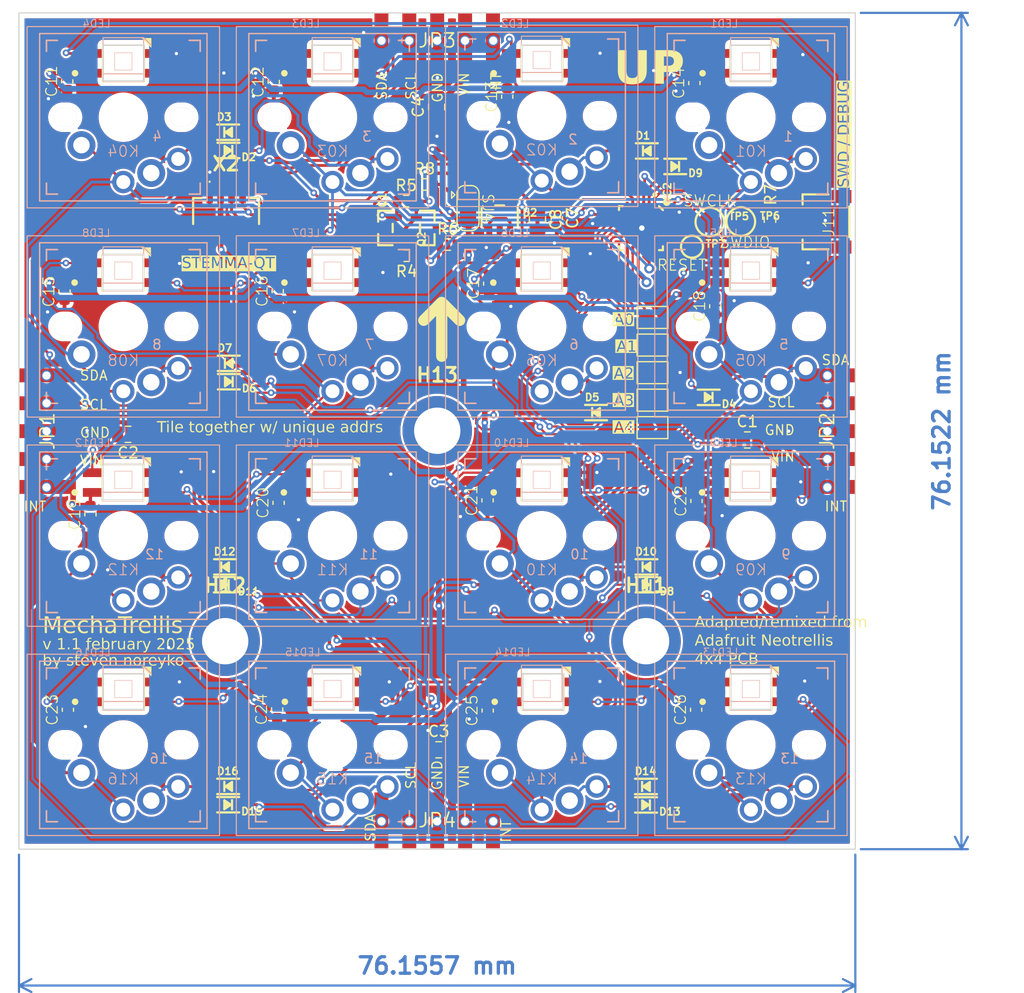
<source format=kicad_pcb>
(kicad_pcb (version 20240108) (generator "pcbnew") (generator_version "8.0")
  (layers (0 "F.Cu" signal) (31 "B.Cu" signal) (34 "B.Paste" user) (35 "F.Paste" user) (36 "B.SilkS" user "B.Silkscreen") (37 "F.SilkS" user "F.Silkscreen") (38 "B.Mask" user) (39 "F.Mask" user) (44 "Edge.Cuts" user))
  (net 0 "")
  (net 1 "GND")
  (net 2 "/ROW0")
  (net 3 "Net-(D1-PadC)")
  (net 4 "Net-(D2-PadC)")
  (net 5 "Net-(D3-PadC)")
  (net 6 "/ROW1")
  (net 7 "Net-(D4-PadC)")
  (net 8 "Net-(D5-PadC)")
  (net 9 "Net-(D6-PadC)")
  (net 10 "Net-(D7-PadC)")
  (net 11 "3.3V")
  (net 12 "/ROW2")
  (net 13 "Net-(D8-PadC)")
  (net 14 "Net-(D10-PadC)")
  (net 15 "Net-(D11-PadC)")
  (net 16 "Net-(D12-PadC)")
  (net 17 "/ROW3")
  (net 18 "Net-(D13-PadC)")
  (net 19 "Net-(D14-PadC)")
  (net 20 "Net-(D15-PadC)")
  (net 21 "Net-(D16-PadC)")
  (net 22 "/COL0")
  (net 23 "/COL1")
  (net 24 "/COL2")
  (net 25 "/COL3")
  (net 26 "/ADDR4")
  (net 27 "/ADDR3")
  (net 28 "/ADDR2")
  (net 29 "/ADDR1")
  (net 30 "/ADDR0")
  (net 31 "VIN")
  (net 32 "/SDA_3V")
  (net 33 "/SCL_3V")
  (net 34 "/INT")
  (net 35 "/~{RESET}")
  (net 36 "SWCLK")
  (net 37 "SWDIO")
  (net 40 "/LED_IN")
  (net 41 "/SCL")
  (net 42 "/SDA")
  (net 43 "Net-(LED1-DO)")
  (net 44 "Net-(LED2-DO)")
  (net 45 "Net-(LED3-DO)")
  (net 46 "Net-(LED4-DO)")
  (net 47 "Net-(LED5-DO)")
  (net 48 "Net-(LED6-DO)")
  (net 49 "Net-(LED7-DO)")
  (net 50 "Net-(LED8-DO)")
  (net 51 "Net-(LED10-DI)")
  (net 52 "Net-(LED10-DO)")
  (net 53 "Net-(LED11-DO)")
  (net 54 "Net-(LED13-DO)")
  (net 55 "Net-(LED14-DO)")
  (net 56 "Net-(LED15-DO)")
  (net 57 "Net-(R6-Pad2)")
  (net 59 "Net-(D9-PadC)")
  (net 60 "Net-(LED12-DO)")
  (net 64 "/INTERRUPT")
  (footprint "MechaTrellis:SOD-323" (layer "F.Cu") (at 128.111567 115.398714)
    (property "Reference" "D12")
    (property "Value" "1N4148")
  )
  (footprint "MechaTrellis:SOT23-5@2" (layer "F.Cu") (at 153.118012 83.537013)
    (property "Reference" "U2")
    (property "Value" "AP2112-3.3")
  )
  (footprint "MechaTrellis:SOT23-R" (layer "F.Cu") (at 142.712959 84.531591 90)
    (property "Reference" "Q1")
    (property "Value" "BSS138")
  )
  (footprint "" (layer "F.Cu") (at 152.532692 67.479999 90)
    (property "Reference" "REF**" (hide yes))
    (property "Value" "PTH" (hide yes))
  )
  (footprint "MechaTrellis:SOD-323" (layer "F.Cu") (at 128.448736 96.863504)
    (property "Reference" "D7")
    (property "Value" "1N4148")
  )
  (footprint "Capacitor_SMD:C_0603_1608Metric" (layer "F.Cu") (at 113.800632 128.408006 90)
    (property "Reference" "C23")
    (property "Value" "100n")
  )
  (footprint "MechaTrellis:SOD-323" (layer "F.Cu") (at 166.482095 115.398714)
    (property "Reference" "D10")
    (property "Value" "1N4148")
  )
  (footprint "Resistor_SMD:R_0603_1608Metric" (layer "F.Cu") (at 144.64648 87.064018 180)
    (property "Reference" "R4")
    (property "Value" "10K")
  )
  (footprint "Jumper:SolderJumper-3_P1.3mm_Open_RoundedPad1.0x1.5mm" (layer "F.Cu") (at 150.23543 82.72562 -90)
    (property "Reference" "SJ4")
    (property "Value" "SOLDERJUMPER_2WAY")
  )
  (footprint "PCM_kikit:PTH" (layer "F.Cu") (at 182.95649 108.150335)
    (property "Reference" "REF**" (hide yes))
    (property "Value" "PTH" (hide yes))
  )
  (footprint "Capacitor_SMD:C_0603_1608Metric" (layer "F.Cu") (at 152.023965 128.479143 90)
    (property "Reference" "C25")
    (property "Value" "100n")
  )
  (footprint "MechaTrellis:TESTPOINT_ROUND_2MM" (layer "F.Cu") (at 172.252641 83.988318)
    (property "Reference" "TP5")
    (property "Value" "TESTPOINTROUND2MM")
  )
  (footprint "MechaTrellis:SOD-323" (layer "F.Cu") (at 172.148055 99.960217 180)
    (property "Reference" "D4")
    (property "Value" "1N4148")
  )
  (footprint "MechaTrellis:SOD-323" (layer "F.Cu") (at 169.101901 78.934918 180)
    (property "Reference" "D9")
    (property "Value" "1N4148")
  )
  (footprint "MechaTrellis:SOD-323" (layer "F.Cu") (at 161.889089 101.348847)
    (property "Reference" "D5")
    (property "Value" "1N4148")
  )
  (footprint "Jumper:SolderJumper-2_P1.3mm_Open_TrianglePad1.0x1.5mm" (layer "F.Cu") (at 167.030561 97.712628)
    (property "Reference" "SJ1" (hide yes))
    (property "Value" "SOLDERJUMPER" (hide yes))
  )
  (footprint "Capacitor_SMD:C_0805_2012Metric" (layer "F.Cu") (at 147.374582 73.524766 90)
    (property "Reference" "C4")
    (property "Value" "10µF")
  )
  (footprint "Jumper:SolderJumper-2_P1.3mm_Open_TrianglePad1.0x1.5mm" (layer "F.Cu") (at 167.030561 95.199762)
    (property "Reference" "SJ9" (hide yes))
    (property "Value" "SOLDERJUMPER" (hide yes))
  )
  (footprint "Resistor_SMD:R_0603_1608Metric" (layer "F.Cu") (at 148.397552 86.047162)
    (property "Reference" "R6")
    (property "Value" "10K")
  )
  (footprint "Capacitor_SMD:C_0603_1608Metric" (layer "F.Cu") (at 152.16357 89.604246 90)
    (property "Reference" "C17")
    (property "Value" "100n")
  )
  (footprint "" (layer "F.Cu") (at 182.95649 103.037638)
    (property "Reference" "GND" (hide yes))
    (property "Value" "")
  )
  (footprint "MechaTrellis:SOT23-R" (layer "F.Cu") (at 146.522959 84.531591 -90)
    (property "Reference" "Q2")
    (property "Value" "BSS138")
  )
  (footprint "Jumper:SolderJumper-2_P1.3mm_Open_TrianglePad1.0x1.5mm" (layer "F.Cu") (at 167.030561 100.214856)
    (property "Reference" "SJ2" (hide yes))
    (property "Value" "SOLDERJUMPER" (hide yes))
  )
  (footprint "PCM_kikit:PTH" (layer "F.Cu") (at 111.856415 108.150335)
    (property "Reference" "REF**" (hide yes))
    (property "Value" "PTH" (hide yes))
  )
  (footprint "Capacitor_SMD:C_0603_1608Metric" (layer "F.Cu") (at 113.491559 90.317547 90)
    (property "Reference" "C15")
    (property "Value" "100n")
  )
  (footprint "Resistor_SMD:R_0603_1608Metric" (layer "F.Cu") (at 144.601286 82.092718)
    (property "Reference" "R5")
    (property "Value" "10K")
  )
  (footprint "Resistor_SMD:R_0603_1608Metric" (layer "F.Cu") (at 177.732307 83.790258 90)
    (property "Reference" "R7")
    (property "Value" "10K" (hide yes))
  )
  (footprint "" (layer "F.Cu") (at 142.357498 138.570002 90)
    (property "Reference" "SDA" (hide yes))
    (property "Value" "")
  )
  (footprint "MechaTrellis:SMTSOM252ET" (layer "F.Cu") (at 147.432137 103.002616)
    (property "Reference" "H13")
    (property "Value" "SMTSO-M25-2ET - 5mm" (hide yes))
  )
  (footprint "Jumper:SolderJumper-2_P1.3mm_Open_TrianglePad1.0x1.5mm" (layer "F.Cu") (at 167.030561 102.717083)
    (property "Reference" "SJ3" (hide yes))
    (property "Value" "SOLDERJUMPER" (hide yes))
  )
  (footprint "MechaTrellis:SOD-323" (layer "F.Cu") (at 166.435929 135.3929)
    (property "Reference" "D14")
    (property "Value" "1N4148")
  )
  (footprint "MechaTrellis:SOD-323" (layer "F.Cu") (at 166.516566 77.523161)
    (property "Reference" "D1")
    (property "Value" "1N4148")
  )
  (footprint "Capacitor_SMD:C_0603_1608Metric" (layer "F.Cu") (at 158.319329 83.635999 -90)
    (property "Reference" "C7")
    (property "Value" "1µF")
  )
  (footprint "Capacitor_SMD:C_0603_1608Metric" (layer "F.Cu") (at 113.739726 71.181117 90)
    (property "Reference" "C11")
    (property "Value" "100n")
  )
  (footprint "MechaTrellis:5P_EDGECONNECT" (layer "F.Cu") (at 182.938795 103.037638 90)
    (property "Reference" "JP2")
    (property "Value" "HEADER-1X5EDGESMT")
  )
  (footprint "MechaTrellis:5P_EDGECONNECT" (layer "F.Cu") (at 147.42705 67.467834 180)
    (property "Reference" "JP3")
    (property "Value" "HEADER-1X5EDGESMT")
  )
  (footprint "Capacitor_SMD:C_0603_1608Metric" (layer "F.Cu") (at 171.006872 128.405566 90)
    (property "Reference" "C26")
    (property "Value" "100n")
  )
  (footprint "Capacitor_SMD:C_0603_1608Metric" (layer "F.Cu") (at 152.012586 109.340755 90)
    (property "Reference" "C21")
    (property "Value" "100n")
  )
  (footprint "MechaTrellis:SOD-323" (layer "F.Cu") (at 128.089619 117.02288 180)
    (property "Reference" "D11")
    (property "Value" "1N4148")
  )
  (footprint "MechaTrellis:SMTSOM252ET" (layer "F.Cu") (at 128.119676 122.163234)
    (property "Reference" "H12")
    (property "Value" "SMTSO-M25-2ET - 5mm" (hide yes))
  )
  (footprint "Capacitor_SMD:C_0603_1608Metric" (layer "F.Cu") (at 153.804903 72.587396 90)
    (property "Reference" "C13")
    (property "Value" "100n")
  )
  (footprint "" (layer "F.Cu") (at 111.856415 103.037638)
    (property "Reference" "GND" (hide yes))
    (property "Value" "")
  )
  (footprint "MechaTrellis:SM03B-SRSS-TB_LFSN" (layer "F.Cu") (at 180.371865 83.979065 90)
    (property "Reference" "J11")
    (property "Value" "SM03B-SRSS-TB" (hide yes))
  )
  (footprint "MechaTrellis:SOD-323" (layer "F.Cu") (at 166.494047 117.02288 180)
    (property "Reference" "D8")
    (property "Value" "1N4148")
  )
  (footprint "MechaTrellis:5P_EDGECONNECT" (layer "F.Cu") (at 147.42705 138.47433 180)
    (property "Reference" "JP4")
    (property "Value" "HEADER-1X5EDGESMT")
  )
  (footprint "" (layer "F.Cu") (at 144.879998 138.570003 90)
    (property "Reference" "SCL" (hide yes))
    (property "Value" "")
  )
  (footprint "" (layer "F.Cu") (at 111.856415 97.975138)
    (property "Reference" "SDA" (hide yes))
    (property "Value" "")
  )
  (footprint "MechaTrellis:SM04BSRSSTB" (layer "F.Cu") (at 128.204169 83.775813)
    (property "Reference" "X2")
    (property "Value" "STEMMA_I2C_RASMT" (hide yes))
  )
  (footprint "Capacitor_SMD:C_0603_1608Metric" (layer "F.Cu") (at 115.852604 110.611561 90)
    (property "Reference" "C19")
    (property "Value" "100n")
  )
  (footprint "Capacitor_SMD:C_0603_1608Metric" (layer "F.Cu") (at 132.90373 90.289972 90)
    (property "Reference" "C16")
    (property "Value" "100n")
  )
  (footprint "" (layer "F.Cu") (at 147.42 67.479998 90)
    (property "Reference" "")
    (property "Value" "")
  )
  (footprint "Capacitor_SMD:C_0805_2012Metric" (layer "F.Cu") (at 175.665467 103.840716)
    (property "Reference" "C1")
    (property "Value" "10µF")
  )
  (footprint "MechaTrellis:SOD-323" (layer "F.Cu") (at 128.418525 77.479095 180)
    (property "Reference" "D2")
    (property "Value" "1N4148")
  )
  (footprint "Jumper:SolderJumper-2_P1.3mm_Open_TrianglePad1.0x1.5mm" (layer "F.Cu") (at 167.030561 92.686896)
    (property "Reference" "SJ8" (hide yes))
    (property "Value" "SOLDERJUMPER" (hide yes))
  )
  (footprint "MechaTrellis:TESTPOINT_ROUND_1.5MM" (layer "F.Cu") (at 170.629061 86.244153)
    (property "Reference" "TP7")
    (property "Value" "TESTPOINTROUND1.5MM")
  )
  (footprint "Capacitor_SMD:C_0603_1608Metric" (layer "F.Cu") (at 132.857116 128.371217 90)
    (property "Reference" "C24")
    (property "Value" "100n")
  )
  (footprint "MechaTrellis:SOD-323" (layer "F.Cu") (at 128.393708 137.055547 180)
    (property "Reference" "D15")
    (property "Value" "1N4148")
  )
  (footprint "" (layer "F.Cu") (at 111.856415 105.577638)
    (property "Reference" "VIN" (hide yes))
    (property "Value" "")
  )
  (footprint "MechaTrellis:SOD-323" (layer "F.Cu") (at 128.39173 75.817833)
    (property "Reference" "D3")
    (property "Value" "1N4148")
  )
  (footprint "MechaTrellis:SMTSOM252ET" (layer "F.Cu") (at 166.445862 122.163234)
    (property "Reference" "H11")
    (property "Value" "SMTSO-M25-2ET - 5mm" (hide yes))
  )
  (footprint "MechaTrellis:SOD-323" (layer "F.Cu") (at 128.457153 98.536762 180)
    (property "Reference" "D6")
    (property "Value" "1N4148")
  )
  (footprint "" (layer "F.Cu") (at 142.357498 67.48 90)
    (property "Reference" "SDA" (hide yes))
    (property "Value" "")
  )
  (footprint "MechaTrellis:QFN24_4MM" (layer "F.Cu") (at 165.980993 84.553914 -90)
    (property "Reference" "IC2")
    (property "Value" "ATSAMD09D14A-MU")
  )
  (footprint "Resistor_SMD:R_0603_1608Metric" (layer "F.Cu") (at 146.268535 80.572765)
    (property "Reference" "R8")
    (property "Value" "10K")
  )
  (footprint "" (layer "F.Cu") (at 147.42 138.57 90)
    (property "Reference" "GND" (hide yes))
    (property "Value" "" (hide yes))
  )
  (footprint "MechaTrellis:TESTPOINT_ROUND_2MM" (layer "F.Cu") (at 175.075 83.955308)
    (property "Reference" "TP6")
    (property "Value" "TESTPOINTROUND2MM")
  )
  (footprint "Capacitor_SMD:C_0603_1608Metric" (layer "F.Cu") (at 171.038719 109.398828 90)
    (property "Reference" "C22")
    (property "Value" "100n")
  )
  (footprint "Capacitor_SMD:C_0603_1608Metric" (layer "F.Cu") (at 172.748314 91.668678 90)
    (property "Reference" "C18")
    (property "Value" "100n")
  )
  (footprint "MechaTrellis:SOD-323" (layer "F.Cu") (at 166.447011 137.07231 180)
    (property "Reference" "D13")
    (property "Value" "1N4148")
  )
  (footprint "MechaTrellis:SOD-323" (layer "F.Cu") (at 128.393708 135.385959)
    (property "Reference" "D16")
    (property "Value" "1N4148")
  )
  (footprint "" (layer "F.Cu") (at 149.959997 138.569999 90)
    (property "Reference" "VIN" (hide yes))
    (property "Value" "" (hide yes))
  )
  (footprint "" (layer "F.Cu") (at 111.856415 100.497638)
    (property "Reference" "SCL" (hide yes))
    (property "Value" "")
  )
  (footprint "" (layer "F.Cu") (at 152.532692 138.570001 90)
    (property "Reference" "REF**" (hide yes))
    (property "Value" "PTH" (hide yes))
  )
  (footprint "Capacitor_SMD:C_0603_1608Metric" (layer "F.Cu") (at 170.8457 71.346561 90)
    (property "Reference" "C14")
    (property "Value" "100n")
  )
  (footprint "Capacitor_SMD:C_0805_2012Metric" (layer "F.Cu") (at 147.570216 132.053048)
    (property "Reference" "C3")
    (property "Value" "10µF")
  )
  (footprint "MechaTrellis:5P_EDGECONNECT" (layer "F.Cu") (at 111.93795 103.037638 90)
    (property "Reference" "JP1")
    (property "Value" "HEADER-1X5EDGESMT")
  )
  (footprint "" (layer "F.Cu") (at 144.879998 67.480001 90)
    (property "Reference" "SCL" (hide yes))
    (property "Value" "")
  )
  (footprint "Capacitor_SMD:C_0805_2012Metric" (layer "F.Cu") (at 156.554661 83.759522 -90)
    (property "Reference" "C8")
    (property "Value" "10µF")
  )
  (footprint "Capacitor_SMD:C_0805_2012Metric" (layer "F.Cu") (at 119.27669 103.328507 180)
    (property "Reference" "C2")
    (property "Value" "10µF")
  )
  (footprint "" (layer "F.Cu") (at 182.95649 100.497638)
    (property "Reference" "SCL" (hide yes))
    (property "Value" "")
  )
  (footprint "" (layer "F.Cu") (at 182.95649 105.577638)
    (property "Reference" "VIN" (hide yes))
    (property "Value" "")
  )
  (footprint "" (layer "F.Cu") (at 149.959997 67.479997 90)
    (property "Reference" "VIN" (hide yes))
    (property "Value" "")
  )
  (footprint "Capacitor_SMD:C_0603_1608Metric" (layer "F.Cu") (at 132.986452 109.564273 90)
    (property "Reference" "C20")
    (property "Value" "100n")
  )
  (footprint "Capacitor_SMD:C_0603_1608Metric" (layer "F.Cu") (at 132.545267 71.236265 90)
    (property "Reference" "C12")
    (property "Value" "100n")
  )
  (footprint "" (layer "F.Cu") (at 182.95649 97.975138)
    (property "Reference" "SDA" (hide yes))
    (property "Value" "")
  )
  (footprint "MechaTrellis:SK6812-MINI-E" (layer "B.Cu") (at 156.973991 107.719473)
    (property "Reference" "LED10")
    (property "Value" "SK6812MINIE")
    (fp_line (start -1.85 -1.65) (end 1.85 -1.65) (stroke (width 0.12)) (layer "Edge.Cuts"))
    (fp_line (start -1.85 1.6) (end -1.85 -1.65) (stroke (width 0.12)) (layer "Edge.Cuts"))
    (fp_line (start 1.85 -1.65) (end 1.85 1.6) (stroke (width 0.12)) (layer "Edge.Cuts"))
    (fp_line (start 1.85 1.6) (end -1.85 1.6) (stroke (width 0.12)) (layer "Edge.Cuts"))
  )
  (footprint "MechaTrellis:Choc_MX_combo" (layer "B.Cu") (at 137.896176 74.454347 180)
    (property "Reference" "K03")
    (property "Value" "ChocMX")
    (fp_line (start 5.5 0.8518) (end 5.0791 0.8518) (stroke (width 0.01)) (layer "Edge.Cuts"))
    (fp_line (start 5.5 -0.85) (end 5.0791 -0.85) (stroke (width 0.01)) (layer "Edge.Cuts"))
    (fp_line (start -5.0791 0.8509) (end -5.5 0.8509) (stroke (width 0.01)) (layer "Edge.Cuts"))
    (fp_line (start -5.0791 -0.8509) (end -5.5 -0.8509) (stroke (width 0.01)) (layer "Edge.Cuts"))
    (fp_arc (start 5.5 -0.85) (mid 6.3509 0.0009) (end 5.5 0.8518) (stroke (width 0.01)) (layer "Edge.Cuts"))
    (fp_arc (start 5.0791 0.8518) (mid 4.2282 0.0009) (end 5.0791 -0.85) (stroke (width 0.01)) (layer "Edge.Cuts"))
    (fp_arc (start -5.0791 -0.8509) (mid -4.2282 0) (end -5.0791 0.8509) (stroke (width 0.01)) (layer "Edge.Cuts"))
    (fp_arc (start -5.5 0.8509) (mid -6.3509 0) (end -5.5 -0.8509) (stroke (width 0.01)) (layer "Edge.Cuts"))
  )
  (footprint "MechaTrellis:Choc_MX_combo" (layer "B.Cu") (at 118.846176 112.554347 180)
    (property "Reference" "K12")
    (property "Value" "ChocMX")
    (fp_line (start 5.5 0.8518) (end 5.0791 0.8518) (stroke (width 0.01)) (layer "Edge.Cuts"))
    (fp_line (start 5.5 -0.85) (end 5.0791 -0.85) (stroke (width 0.01)) (layer "Edge.Cuts"))
    (fp_line (start -5.0791 0.8509) (end -5.5 0.8509) (stroke (width 0.01)) (layer "Edge.Cuts"))
    (fp_line (start -5.0791 -0.8509) (end -5.5 -0.8509) (stroke (width 0.01)) (layer "Edge.Cuts"))
    (fp_arc (start 5.5 -0.85) (mid 6.3509 0.0009) (end 5.5 0.8518) (stroke (width 0.01)) (layer "Edge.Cuts"))
    (fp_arc (start 5.0791 0.8518) (mid 4.2282 0.0009) (end 5.0791 -0.85) (stroke (width 0.01)) (layer "Edge.Cuts"))
    (fp_arc (start -5.0791 -0.8509) (mid -4.2282 0) (end -5.0791 0.8509) (stroke (width 0.01)) (layer "Edge.Cuts"))
    (fp_arc (start -5.5 0.8509) (mid -6.3509 0) (end -5.5 -0.8509) (stroke (width 0.01)) (layer "Edge.Cuts"))
  )
  (footprint "MechaTrellis:SK6812-MINI-E" (layer "B.Cu") (at 118.855447 126.780713)
    (property "Reference" "LED16")
    (property "Value" "SK6812MINIE")
    (fp_line (start -1.85 -1.65) (end 1.85 -1.65) (stroke (width 0.12)) (layer "Edge.Cuts"))
    (fp_line (start -1.85 1.6) (end -1.85 -1.65) (stroke (width 0.12)) (layer "Edge.Cuts"))
    (fp_line (start 1.85 -1.65) (end 1.85 1.6) (stroke (width 0.12)) (layer "Edge.Cuts"))
    (fp_line (start 1.85 1.6) (end -1.85 1.6) (stroke (width 0.12)) (layer "Edge.Cuts"))
  )
  (footprint "MechaTrellis:Choc_MX_combo" (layer "B.Cu") (at 118.846176 93.504347 180)
    (property "Reference" "K08")
    (property "Value" "ChocMX")
    (fp_line (start 5.5 0.8518) (end 5.0791 0.8518) (stroke (width 0.01)) (layer "Edge.Cuts"))
    (fp_line (start 5.5 -0.85) (end 5.0791 -0.85) (stroke (width 0.01)) (layer "Edge.Cuts"))
    (fp_line (start -5.0791 0.8509) (end -5.5 0.8509) (stroke (width 0.01)) (layer "Edge.Cuts"))
    (fp_line (start -5.0791 -0.8509) (end -5.5 -0.8509) (stroke (width 0.01)) (layer "Edge.Cuts"))
    (fp_arc (start 5.5 -0.85) (mid 6.3509 0.0009) (end 5.5 0.8518) (stroke (width 0.01)) (layer "Edge.Cuts"))
    (fp_arc (start 5.0791 0.8518) (mid 4.2282 0.0009) (end 5.0791 -0.85) (stroke (width 0.01)) (layer "Edge.Cuts"))
    (fp_arc (start -5.0791 -0.8509) (mid -4.2282 0) (end -5.0791 0.8509) (stroke (width 0.01)) (layer "Edge.Cuts"))
    (fp_arc (start -5.5 0.8509) (mid -6.3509 0) (end -5.5 -0.8509) (stroke (width 0.01)) (layer "Edge.Cuts"))
  )
  (footprint "MechaTrellis:SK6812-MINI-E" (layer "B.Cu") (at 175.998771 126.780713)
    (property "Reference" "LED13")
    (property "Value" "SK6812MINIE")
    (fp_line (start -1.85 -1.65) (end 1.85 -1.65) (stroke (width 0.12)) (layer "Edge.Cuts"))
    (fp_line (start -1.85 1.6) (end -1.85 -1.65) (stroke (width 0.12)) (layer "Edge.Cuts"))
    (fp_line (start 1.85 -1.65) (end 1.85 1.6) (stroke (width 0.12)) (layer "Edge.Cuts"))
    (fp_line (start 1.85 1.6) (end -1.85 1.6) (stroke (width 0.12)) (layer "Edge.Cuts"))
  )
  (footprint "MechaTrellis:Choc_MX_combo" (layer "B.Cu") (at 137.896176 93.504347 180)
    (property "Reference" "K07")
    (property "Value" "ChocMX")
    (fp_line (start 5.5 0.8518) (end 5.0791 0.8518) (stroke (width 0.01)) (layer "Edge.Cuts"))
    (fp_line (start 5.5 -0.85) (end 5.0791 -0.85) (stroke (width 0.01)) (layer "Edge.Cuts"))
    (fp_line (start -5.0791 0.8509) (end -5.5 0.8509) (stroke (width 0.01)) (layer "Edge.Cuts"))
    (fp_line (start -5.0791 -0.8509) (end -5.5 -0.8509) (stroke (width 0.01)) (layer "Edge.Cuts"))
    (fp_arc (start 5.5 -0.85) (mid 6.3509 0.0009) (end 5.5 0.8518) (stroke (width 0.01)) (layer "Edge.Cuts"))
    (fp_arc (start 5.0791 0.8518) (mid 4.2282 0.0009) (end 5.0791 -0.85) (stroke (width 0.01)) (layer "Edge.Cuts"))
    (fp_arc (start -5.0791 -0.8509) (mid -4.2282 0) (end -5.0791 0.8509) (stroke (width 0.01)) (layer "Edge.Cuts"))
    (fp_arc (start -5.5 0.8509) (mid -6.3509 0) (end -5.5 -0.8509) (stroke (width 0.01)) (layer "Edge.Cuts"))
  )
  (footprint "MechaTrellis:Choc_MX_combo" (layer "B.Cu") (at 175.995376 74.454347 180)
    (property "Reference" "K01")
    (property "Value" "ChocMX")
    (fp_line (start 5.5 0.8518) (end 5.0791 0.8518) (stroke (width 0.01)) (layer "Edge.Cuts"))
    (fp_line (start 5.5 -0.85) (end 5.0791 -0.85) (stroke (width 0.01)) (layer "Edge.Cuts"))
    (fp_line (start -5.0791 0.8509) (end -5.5 0.8509) (stroke (width 0.01)) (layer "Edge.Cuts"))
    (fp_line (start -5.0791 -0.8509) (end -5.5 -0.8509) (stroke (width 0.01)) (layer "Edge.Cuts"))
    (fp_arc (start 5.5 -0.85) (mid 6.3509 0.0009) (end 5.5 0.8518) (stroke (width 0.01)) (layer "Edge.Cuts"))
    (fp_arc (start 5.0791 0.8518) (mid 4.2282 0.0009) (end 5.0791 -0.85) (stroke (width 0.01)) (layer "Edge.Cuts"))
    (fp_arc (start -5.0791 -0.8509) (mid -4.2282 0) (end -5.0791 0.8509) (stroke (width 0.01)) (layer "Edge.Cuts"))
    (fp_arc (start -5.5 0.8509) (mid -6.3509 0) (end -5.5 -0.8509) (stroke (width 0.01)) (layer "Edge.Cuts"))
  )
  (footprint "MechaTrellis:Choc_MX_combo" (layer "B.Cu") (at 156.945776 74.327347 180)
    (property "Reference" "K02")
    (property "Value" "ChocMX")
    (fp_line (start 5.5 0.8518) (end 5.0791 0.8518) (stroke (width 0.01)) (layer "Edge.Cuts"))
    (fp_line (start 5.5 -0.85) (end 5.0791 -0.85) (stroke (width 0.01)) (layer "Edge.Cuts"))
    (fp_line (start -5.0791 0.8509) (end -5.5 0.8509) (stroke (width 0.01)) (layer "Edge.Cuts"))
    (fp_line (start -5.0791 -0.8509) (end -5.5 -0.8509) (stroke (width 0.01)) (layer "Edge.Cuts"))
    (fp_arc (start 5.5 -0.85) (mid 6.3509 0.0009) (end 5.5 0.8518) (stroke (width 0.01)) (layer "Edge.Cuts"))
    (fp_arc (start 5.0791 0.8518) (mid 4.2282 0.0009) (end 5.0791 -0.85) (stroke (width 0.01)) (layer "Edge.Cuts"))
    (fp_arc (start -5.0791 -0.8509) (mid -4.2282 0) (end -5.0791 0.8509) (stroke (width 0.01)) (layer "Edge.Cuts"))
    (fp_arc (start -5.5 0.8509) (mid -6.3509 0) (end -5.5 -0.8509) (stroke (width 0.01)) (layer "Edge.Cuts"))
  )
  (footprint "MechaTrellis:SK6812-MINI-E" (layer "B.Cu") (at 118.813529 107.719473)
    (property "Reference" "LED12")
    (property "Value" "SK6812MINIE")
    (fp_line (start -1.85 -1.65) (end 1.85 -1.65) (stroke (width 0.12)) (layer "Edge.Cuts"))
    (fp_line (start -1.85 1.6) (end -1.85 -1.65) (stroke (width 0.12)) (layer "Edge.Cuts"))
    (fp_line (start 1.85 -1.65) (end 1.85 1.6) (stroke (width 0.12)) (layer "Edge.Cuts"))
    (fp_line (start 1.85 1.6) (end -1.85 1.6) (stroke (width 0.12)) (layer "Edge.Cuts"))
  )
  (footprint "MechaTrellis:Choc_MX_combo" (layer "B.Cu") (at 118.846176 74.454347 180)
    (property "Reference" "K04")
    (property "Value" "ChocMX")
    (fp_line (start 5.5 0.8518) (end 5.0791 0.8518) (stroke (width 0.01)) (layer "Edge.Cuts"))
    (fp_line (start 5.5 -0.85) (end 5.0791 -0.85) (stroke (width 0.01)) (layer "Edge.Cuts"))
    (fp_line (start -5.0791 0.8509) (end -5.5 0.8509) (stroke (width 0.01)) (layer "Edge.Cuts"))
    (fp_line (start -5.0791 -0.8509) (end -5.5 -0.8509) (stroke (width 0.01)) (layer "Edge.Cuts"))
    (fp_arc (start 5.5 -0.85) (mid 6.3509 0.0009) (end 5.5 0.8518) (stroke (width 0.01)) (layer "Edge.Cuts"))
    (fp_arc (start 5.0791 0.8518) (mid 4.2282 0.0009) (end 5.0791 -0.85) (stroke (width 0.01)) (layer "Edge.Cuts"))
    (fp_arc (start -5.0791 -0.8509) (mid -4.2282 0) (end -5.0791 0.8509) (stroke (width 0.01)) (layer "Edge.Cuts"))
    (fp_arc (start -5.5 0.8509) (mid -6.3509 0) (end -5.5 -0.8509) (stroke (width 0.01)) (layer "Edge.Cuts"))
  )
  (footprint "MechaTrellis:Choc_MX_combo" (layer "B.Cu") (at 175.996176 112.554347 180)
    (property "Reference" "K09")
    (property "Value" "ChocMX")
    (fp_line (start 5.5 0.8518) (end 5.0791 0.8518) (stroke (width 0.01)) (layer "Edge.Cuts"))
    (fp_line (start 5.5 -0.85) (end 5.0791 -0.85) (stroke (width 0.01)) (layer "Edge.Cuts"))
    (fp_line (start -5.0791 0.8509) (end -5.5 0.8509) (stroke (width 0.01)) (layer "Edge.Cuts"))
    (fp_line (start -5.0791 -0.8509) (end -5.5 -0.8509) (stroke (width 0.01)) (layer "Edge.Cuts"))
    (fp_arc (start 5.5 -0.85) (mid 6.3509 0.0009) (end 5.5 0.8518) (stroke (width 0.01)) (layer "Edge.Cuts"))
    (fp_arc (start 5.0791 0.8518) (mid 4.2282 0.0009) (end 5.0791 -0.85) (stroke (width 0.01)) (layer "Edge.Cuts"))
    (fp_arc (start -5.0791 -0.8509) (mid -4.2282 0) (end -5.0791 0.8509) (stroke (width 0.01)) (layer "Edge.Cuts"))
    (fp_arc (start -5.5 0.8509) (mid -6.3509 0) (end -5.5 -0.8509) (stroke (width 0.01)) (layer "Edge.Cuts"))
  )
  (footprint "MechaTrellis:Choc_MX_combo" (layer "B.Cu") (at 156.946176 93.504347 180)
    (property "Reference" "K06")
    (property "Value" "ChocMX")
    (fp_line (start 5.5 0.8518) (end 5.0791 0.8518) (stroke (width 0.01)) (layer "Edge.Cuts"))
    (fp_line (start 5.5 -0.85) (end 5.0791 -0.85) (stroke (width 0.01)) (layer "Edge.Cuts"))
    (fp_line (start -5.0791 0.8509) (end -5.5 0.8509) (stroke (width 0.01)) (layer "Edge.Cuts"))
    (fp_line (start -5.0791 -0.8509) (end -5.5 -0.8509) (stroke (width 0.01)) (layer "Edge.Cuts"))
    (fp_arc (start 5.5 -0.85) (mid 6.3509 0.0009) (end 5.5 0.8518) (stroke (width 0.01)) (layer "Edge.Cuts"))
    (fp_arc (start 5.0791 0.8518) (mid 4.2282 0.0009) (end 5.0791 -0.85) (stroke (width 0.01)) (layer "Edge.Cuts"))
    (fp_arc (start -5.0791 -0.8509) (mid -4.2282 0) (end -5.0791 0.8509) (stroke (width 0.01)) (layer "Edge.Cuts"))
    (fp_arc (start -5.5 0.8509) (mid -6.3509 0) (end -5.5 -0.8509) (stroke (width 0.01)) (layer "Edge.Cuts"))
  )
  (footprint "MechaTrellis:Choc_MX_combo" (layer "B.Cu") (at 156.946176 131.604347 180)
    (property "Reference" "K14")
    (property "Value" "ChocMX")
    (fp_line (start 5.5 0.8518) (end 5.0791 0.8518) (stroke (width 0.01)) (layer "Edge.Cuts"))
    (fp_line (start 5.5 -0.85) (end 5.0791 -0.85) (stroke (width 0.01)) (layer "Edge.Cuts"))
    (fp_line (start -5.0791 0.8509) (end -5.5 0.8509) (stroke (width 0.01)) (layer "Edge.Cuts"))
    (fp_line (start -5.0791 -0.8509) (end -5.5 -0.8509) (stroke (width 0.01)) (layer "Edge.Cuts"))
    (fp_arc (start 5.5 -0.85) (mid 6.3509 0.0009) (end 5.5 0.8518) (stroke (width 0.01)) (layer "Edge.Cuts"))
    (fp_arc (start 5.0791 0.8518) (mid 4.2282 0.0009) (end 5.0791 -0.85) (stroke (width 0.01)) (layer "Edge.Cuts"))
    (fp_arc (start -5.0791 -0.8509) (mid -4.2282 0) (end -5.0791 0.8509) (stroke (width 0.01)) (layer "Edge.Cuts"))
    (fp_arc (start -5.5 0.8509) (mid -6.3509 0) (end -5.5 -0.8509) (stroke (width 0.01)) (layer "Edge.Cuts"))
  )
  (footprint "MechaTrellis:SK6812-MINI-E" (layer "B.Cu") (at 137.95662 126.780713)
    (property "Reference" "LED15")
    (property "Value" "SK6812MINIE")
    (fp_line (start -1.85 -1.65) (end 1.85 -1.65) (stroke (width 0.12)) (layer "Edge.Cuts"))
    (fp_line (start -1.85 1.6) (end -1.85 -1.65) (stroke (width 0.12)) (layer "Edge.Cuts"))
    (fp_line (start 1.85 -1.65) (end 1.85 1.6) (stroke (width 0.12)) (layer "Edge.Cuts"))
    (fp_line (start 1.85 1.6) (end -1.85 1.6) (stroke (width 0.12)) (layer "Edge.Cuts"))
  )
  (footprint "MechaTrellis:SK6812-MINI-E" (layer "B.Cu") (at 175.945757 107.719473)
    (property "Reference" "LED9")
    (property "Value" "SK6812MINIE")
    (fp_line (start -1.85 -1.65) (end 1.85 -1.65) (stroke (width 0.12)) (layer "Edge.Cuts"))
    (fp_line (start -1.85 1.6) (end -1.85 -1.65) (stroke (width 0.12)) (layer "Edge.Cuts"))
    (fp_line (start 1.85 -1.65) (end 1.85 1.6) (stroke (width 0.12)) (layer "Edge.Cuts"))
    (fp_line (start 1.85 1.6) (end -1.85 1.6) (stroke (width 0.12)) (layer "Edge.Cuts"))
  )
  (footprint "MechaTrellis:SK6812-MINI-E" (layer "B.Cu") (at 118.809842 88.609155)
    (property "Reference" "LED8")
    (property "Value" "SK6812MINIE")
    (fp_line (start -1.85 -1.65) (end 1.85 -1.65) (stroke (width 0.12)) (layer "Edge.Cuts"))
    (fp_line (start -1.85 1.6) (end -1.85 -1.65) (stroke (width 0.12)) (layer "Edge.Cuts"))
    (fp_line (start 1.85 -1.65) (end 1.85 1.6) (stroke (width 0.12)) (layer "Edge.Cuts"))
    (fp_line (start 1.85 1.6) (end -1.85 1.6) (stroke (width 0.12)) (layer "Edge.Cuts"))
  )
  (footprint "MechaTrellis:SK6812-MINI-E" (layer "B.Cu") (at 137.918424 88.609155)
    (property "Reference" "LED7")
    (property "Value" "SK6812MINIE")
    (fp_line (start -1.85 -1.65) (end 1.85 -1.65) (stroke (width 0.12)) (layer "Edge.Cuts"))
    (fp_line (start -1.85 1.6) (end -1.85 -1.65) (stroke (width 0.12)) (layer "Edge.Cuts"))
    (fp_line (start 1.85 -1.65) (end 1.85 1.6) (stroke (width 0.12)) (layer "Edge.Cuts"))
    (fp_line (start 1.85 1.6) (end -1.85 1.6) (stroke (width 0.12)) (layer "Edge.Cuts"))
  )
  (footprint "MechaTrellis:SK6812-MINI-E" (layer "B.Cu") (at 137.865409 107.719473)
    (property "Reference" "LED11")
    (property "Value" "SK6812MINIE")
    (fp_line (start -1.85 -1.65) (end 1.85 -1.65) (stroke (width 0.12)) (layer "Edge.Cuts"))
    (fp_line (start -1.85 1.6) (end -1.85 -1.65) (stroke (width 0.12)) (layer "Edge.Cuts"))
    (fp_line (start 1.85 -1.65) (end 1.85 1.6) (stroke (width 0.12)) (layer "Edge.Cuts"))
    (fp_line (start 1.85 1.6) (end -1.85 1.6) (stroke (width 0.12)) (layer "Edge.Cuts"))
  )
  (footprint "MechaTrellis:Choc_MX_combo" (layer "B.Cu") (at 118.846176 131.604347 180)
    (property "Reference" "K16")
    (property "Value" "ChocMX")
    (fp_line (start 5.5 0.8518) (end 5.0791 0.8518) (stroke (width 0.01)) (layer "Edge.Cuts"))
    (fp_line (start 5.5 -0.85) (end 5.0791 -0.85) (stroke (width 0.01)) (layer "Edge.Cuts"))
    (fp_line (start -5.0791 0.8509) (end -5.5 0.8509) (stroke (width 0.01)) (layer "Edge.Cuts"))
    (fp_line (start -5.0791 -0.8509) (end -5.5 -0.8509) (stroke (width 0.01)) (layer "Edge.Cuts"))
    (fp_arc (start 5.5 -0.85) (mid 6.3509 0.0009) (end 5.5 0.8518) (stroke (width 0.01)) (layer "Edge.Cuts"))
    (fp_arc (start 5.0791 0.8518) (mid 4.2282 0.0009) (end 5.0791 -0.85) (stroke (width 0.01)) (layer "Edge.Cuts"))
    (fp_arc (start -5.0791 -0.8509) (mid -4.2282 0) (end -5.0791 0.8509) (stroke (width 0.01)) (layer "Edge.Cuts"))
    (fp_arc (start -5.5 0.8509) (mid -6.3509 0) (end -5.5 -0.8509) (stroke (width 0.01)) (layer "Edge.Cuts"))
  )
  (footprint "MechaTrellis:Choc_MX_combo" (layer "B.Cu") (at 137.896176 112.554347 180)
    (property "Reference" "K11")
    (property "Value" "ChocMX")
    (fp_line (start 5.5 0.8518) (end 5.0791 0.8518) (stroke (width 0.01)) (layer "Edge.Cuts"))
    (fp_line (start 5.5 -0.85) (end 5.0791 -0.85) (stroke (width 0.01)) (layer "Edge.Cuts"))
    (fp_line (start -5.0791 0.8509) (end -5.5 0.8509) (stroke (width 0.01)) (layer "Edge.Cuts"))
    (fp_line (start -5.0791 -0.8509) (end -5.5 -0.8509) (stroke (width 0.01)) (layer "Edge.Cuts"))
    (fp_arc (start 5.5 -0.85) (mid 6.3509 0.0009) (end 5.5 0.8518) (stroke (width 0.01)) (layer "Edge.Cuts"))
    (fp_arc (start 5.0791 0.8518) (mid 4.2282 0.0009) (end 5.0791 -0.85) (stroke (width 0.01)) (layer "Edge.Cuts"))
    (fp_arc (start -5.0791 -0.8509) (mid -4.2282 0) (end -5.0791 0.8509) (stroke (width 0.01)) (layer "Edge.Cuts"))
    (fp_arc (start -5.5 0.8509) (mid -6.3509 0) (end -5.5 -0.8509) (stroke (width 0.01)) (layer "Edge.Cuts"))
  )
  (footprint "MechaTrellis:SK6812-MINI-E" (layer "B.Cu") (at 156.973991 69.547915)
    (property "Reference" "LED2")
    (property "Value" "SK6812MINIE")
    (fp_line (start -1.85 -1.65) (end 1.85 -1.65) (stroke (width 0.12)) (layer "Edge.Cuts"))
    (fp_line (start -1.85 1.6) (end -1.85 -1.65) (stroke (width 0.12)) (layer "Edge.Cuts"))
    (fp_line (start 1.85 -1.65) (end 1.85 1.6) (stroke (width 0.12)) (layer "Edge.Cuts"))
    (fp_line (start 1.85 1.6) (end -1.85 1.6) (stroke (width 0.12)) (layer "Edge.Cuts"))
  )
  (footprint "MechaTrellis:SK6812-MINI-E" (layer "B.Cu") (at 175.991362 69.547915)
    (property "Reference" "LED1")
    (property "Value" "SK6812MINIE")
    (fp_line (start -1.85 -1.65) (end 1.85 -1.65) (stroke (width 0.12)) (layer "Edge.Cuts"))
    (fp_line (start -1.85 1.6) (end -1.85 -1.65) (stroke (width 0.12)) (layer "Edge.Cuts"))
    (fp_line (start 1.85 -1.65) (end 1.85 1.6) (stroke (width 0.12)) (layer "Edge.Cuts"))
    (fp_line (start 1.85 1.6) (end -1.85 1.6) (stroke (width 0.12)) (layer "Edge.Cuts"))
  )
  (footprint "MechaTrellis:SK6812-MINI-E" (layer "B.Cu") (at 156.935795 88.609155)
    (property "Reference" "LED6")
    (property "Value" "SK6812MINIE")
    (fp_line (start -1.85 -1.65) (end 1.85 -1.65) (stroke (width 0.12)) (layer "Edge.Cuts"))
    (fp_line (start -1.85 1.6) (end -1.85 -1.65) (stroke (width 0.12)) (layer "Edge.Cuts"))
    (fp_line (start 1.85 -1.65) (end 1.85 1.6) (stroke (width 0.12)) (layer "Edge.Cuts"))
    (fp_line (start 1.85 1.6) (end -1.85 1.6) (stroke (width 0.12)) (layer "Edge.Cuts"))
  )
  (footprint "MechaTrellis:SK6812-MINI-E" (layer "B.Cu") (at 118.848038 69.547915)
    (property "Reference" "LED4")
    (property "Value" "SK6812MINIE")
    (fp_line (start -1.85 -1.65) (end 1.85 -1.65) (stroke (width 0.12)) (layer "Edge.Cuts"))
    (fp_line (start -1.85 1.6) (end -1.85 -1.65) (stroke (width 0.12)) (layer "Edge.Cuts"))
    (fp_line (start 1.85 -1.65) (end 1.85 1.6) (stroke (width 0.12)) (layer "Edge.Cuts"))
    (fp_line (start 1.85 1.6) (end -1.85 1.6) (stroke (width 0.12)) (layer "Edge.Cuts"))
  )
  (footprint "MechaTrellis:SK6812-MINI-E" (layer "B.Cu") (at 157.065201 126.780713)
    (property "Reference" "LED14")
    (property "Value" "SK6812MINIE")
    (fp_line (start -1.85 -1.65) (end 1.85 -1.65) (stroke (width 0.12)) (layer "Edge.Cuts"))
    (fp_line (start -1.85 1.6) (end -1.85 -1.65) (stroke (width 0.12)) (layer "Edge.Cuts"))
    (fp_line (start 1.85 -1.65) (end 1.85 1.6) (stroke (width 0.12)) (layer "Edge.Cuts"))
    (fp_line (start 1.85 1.6) (end -1.85 1.6) (stroke (width 0.12)) (layer "Edge.Cuts"))
  )
  (footprint "MechaTrellis:Choc_MX_combo" (layer "B.Cu") (at 175.996176 131.604347 180)
    (property "Reference" "K13")
    (property "Value" "ChocMX")
    (fp_line (start 5.5 0.8518) (end 5.0791 0.8518) (stroke (width 0.01)) (layer "Edge.Cuts"))
    (fp_line (start 5.5 -0.85) (end 5.0791 -0.85) (stroke (width 0.01)) (layer "Edge.Cuts"))
    (fp_line (start -5.0791 0.8509) (end -5.5 0.8509) (stroke (width 0.01)) (layer "Edge.Cuts"))
    (fp_line (start -5.0791 -0.8509) (end -5.5 -0.8509) (stroke (width 0.01)) (layer "Edge.Cuts"))
    (fp_arc (start 5.5 -0.85) (mid 6.3509 0.0009) (end 5.5 0.8518) (stroke (width 0.01)) (layer "Edge.Cuts"))
    (fp_arc (start 5.0791 0.8518) (mid 4.2282 0.0009) (end 5.0791 -0.85) (stroke (width 0.01)) (layer "Edge.Cuts"))
    (fp_arc (start -5.0791 -0.8509) (mid -4.2282 0) (end -5.0791 0.8509) (stroke (width 0.01)) (layer "Edge.Cuts"))
    (fp_arc (start -5.5 0.8509) (mid -6.3509 0) (end -5.5 -0.8509) (stroke (width 0.01)) (layer "Edge.Cuts"))
  )
  (footprint "MechaTrellis:Choc_MX_combo" (layer "B.Cu") (at 137.896176 131.604347 180)
    (property "Reference" "K15")
    (property "Value" "ChocMX")
    (fp_line (start 5.5 0.8518) (end 5.0791 0.8518) (stroke (width 0.01)) (layer "Edge.Cuts"))
    (fp_line (start 5.5 -0.85) (end 5.0791 -0.85) (stroke (width 0.01)) (layer "Edge.Cuts"))
    (fp_line (start -5.0791 0.8509) (end -5.5 0.8509) (stroke (width 0.01)) (layer "Edge.Cuts"))
    (fp_line (start -5.0791 -0.8509) (end -5.5 -0.8509) (stroke (width 0.01)) (layer "Edge.Cuts"))
    (fp_arc (start 5.5 -0.85) (mid 6.3509 0.0009) (end 5.5 0.8518) (stroke (width 0.01)) (layer "Edge.Cuts"))
    (fp_arc (start 5.0791 0.8518) (mid 4.2282 0.0009) (end 5.0791 -0.85) (stroke (width 0.01)) (layer "Edge.Cuts"))
    (fp_arc (start -5.0791 -0.8509) (mid -4.2282 0) (end -5.0791 0.8509) (stroke (width 0.01)) (layer "Edge.Cuts"))
    (fp_arc (start -5.5 0.8509) (mid -6.3509 0) (end -5.5 -0.8509) (stroke (width 0.01)) (layer "Edge.Cuts"))
  )
  (footprint "MechaTrellis:SK6812-MINI-E" (layer "B.Cu") (at 137.911014 69.547915)
    (property "Reference" "LED3")
    (property "Value" "SK6812MINIE")
    (fp_line (start -1.85 -1.65) (end 1.85 -1.65) (stroke (width 0.12)) (layer "Edge.Cuts"))
    (fp_line (start -1.85 1.6) (end -1.85 -1.65) (stroke (width 0.12)) (layer "Edge.Cuts"))
    (fp_line (start 1.85 -1.65) (end 1.85 1.6) (stroke (width 0.12)) (layer "Edge.Cuts"))
    (fp_line (start 1.85 1.6) (end -1.85 1.6) (stroke (width 0.12)) (layer "Edge.Cuts"))
  )
  (footprint "MechaTrellis:SK6812-MINI-E" (layer "B.Cu") (at 175.953166 88.609155)
    (property "Reference" "LED5")
    (property "Value" "SK6812MINIE")
    (fp_line (start -1.85 -1.65) (end 1.85 -1.65) (stroke (width 0.12)) (layer "Edge.Cuts"))
    (fp_line (start -1.85 1.6) (end -1.85 -1.65) (stroke (width 0.12)) (layer "Edge.Cuts"))
    (fp_line (start 1.85 -1.65) (end 1.85 1.6) (stroke (width 0.12)) (layer "Edge.Cuts"))
    (fp_line (start 1.85 1.6) (end -1.85 1.6) (stroke (width 0.12)) (layer "Edge.Cuts"))
  )
  (footprint "MechaTrellis:Choc_MX_combo" (layer "B.Cu") (at 156.946176 112.554347 180)
    (property "Reference" "K10")
    (property "Value" "ChocMX")
    (fp_line (start 5.5 0.8518) (end 5.0791 0.8518) (stroke (width 0.01)) (layer "Edge.Cuts"))
    (fp_line (start 5.5 -0.85) (end 5.0791 -0.85) (stroke (width 0.01)) (layer "Edge.Cuts"))
    (fp_line (start -5.0791 0.8509) (end -5.5 0.8509) (stroke (width 0.01)) (layer "Edge.Cuts"))
    (fp_line (start -5.0791 -0.8509) (end -5.5 -0.8509) (stroke (width 0.01)) (layer "Edge.Cuts"))
    (fp_arc (start 5.5 -0.85) (mid 6.3509 0.0009) (end 5.5 0.8518) (stroke (width 0.01)) (layer "Edge.Cuts"))
    (fp_arc (start 5.0791 0.8518) (mid 4.2282 0.0009) (end 5.0791 -0.85) (stroke (width 0.01)) (layer "Edge.Cuts"))
    (fp_arc (start -5.0791 -0.8509) (mid -4.2282 0) (end -5.0791 0.8509) (stroke (width 0.01)) (layer "Edge.Cuts"))
    (fp_arc (start -5.5 0.8509) (mid -6.3509 0) (end -5.5 -0.8509) (stroke (width 0.01)) (layer "Edge.Cuts"))
  )
  (footprint "MechaTrellis:Choc_MX_combo" (layer "B.Cu") (at 175.996176 93.504347 180)
    (property "Reference" "K05")
    (property "Value" "ChocMX")
    (fp_line (start 5.5 0.8518) (end 5.0791 0.8518) (stroke (width 0.01)) (layer "Edge.Cuts"))
    (fp_line (start 5.5 -0.85) (end 5.0791 -0.85) (stroke (width 0.01)) (layer "Edge.Cuts"))
    (fp_line (start -5.0791 0.8509) (end -5.5 0.8509) (stroke (width 0.01)) (layer "Edge.Cuts"))
    (fp_line (start -5.0791 -0.8509) (end -5.5 -0.8509) (stroke (width 0.01)) (layer "Edge.Cuts"))
    (fp_arc (start 5.5 -0.85) (mid 6.3509 0.0009) (end 5.5 0.8518) (stroke (width 0.01)) (layer "Edge.Cuts"))
    (fp_arc (start 5.0791 0.8518) (mid 4.2282 0.0009) (end 5.0791 -0.85) (stroke (width 0.01)) (layer "Edge.Cuts"))
    (fp_arc (start -5.0791 -0.8509) (mid -4.2282 0) (end -5.0791 0.8509) (stroke (width 0.01)) (layer "Edge.Cuts"))
    (fp_arc (start -5.5 0.8509) (mid -6.3509 0) (end -5.5 -0.8509) (stroke (width 0.01)) (layer "Edge.Cuts"))
  )
  (gr_circle (center 168.327125 82.186518) (end 168.623185 82.186518) (stroke (width 0.1)) (fill solid) (layer "F.SilkS"))
  (gr_line (start 185.500693 64.950956) (end 185.500693 141.1032) (stroke (width 0.1)) (layer "Edge.Cuts"))
  (gr_line (start 109.345 64.950956) (end 185.500693 64.950956) (stroke (width 0.1)) (layer "Edge.Cuts"))
  (gr_line (start 109.345 141.1032) (end 109.345 64.950956) (stroke (width 0.1)) (layer "Edge.Cuts"))
  (gr_line (start 185.500693 141.1032) (end 109.345 141.1032) (stroke (width 0.1)) (layer "Edge.Cuts"))
  (gr_text "8" (at 122.411314 95.678349 0) (layer "B.SilkS") (effects (font (size 0.89408 0.89408) (thickness 0.12192)) (justify left bottom mirror)))
  (gr_text "10" (at 161.324204 114.782972 0) (layer "B.SilkS") (effects (font (size 0.89408 0.89408) (thickness 0.12192)) (justify left bottom mirror)))
  (gr_text "16" (at 123.012414 133.375845 0) (layer "B.SilkS") (effects (font (size 0.89408 0.89408) (thickness 0.12192)) (justify left bottom mirror)))
  (gr_text "7" (at 141.790486 95.678349 0) (layer "B.SilkS") (effects (font (size 0.89408 0.89408) (thickness 0.12192)) (justify left bottom mirror)))
  (gr_text "12" (at 122.62016 114.782972 0) (layer "B.SilkS") (effects (font (size 0.89408 0.89408) (thickness 0.12192)) (justify left bottom mirror)))
  (gr_text "4" (at 122.433635 76.731768 0) (layer "B.SilkS") (effects (font (size 0.89408 0.89408) (thickness 0.12192)) (justify left bottom mirror)))
  (gr_text "14" (at 161.232722 133.375845 0) (layer "B.SilkS") (effects (font (size 0.89408 0.89408) (thickness 0.12192)) (justify left bottom mirror)))
  (gr_text "3" (at 141.524273 76.731768 0) (layer "B.SilkS") (effects (font (size 0.89408 0.89408) (thickness 0.12192)) (justify left bottom mirror)))
  (gr_text "9" (at 179.696967 114.782972 0) (layer "B.SilkS") (effects (font (size 0.89408 0.89408) (thickness 0.12192)) (justify left bottom mirror)))
  (gr_text "11" (at 142.112076 114.782972 0) (layer "B.SilkS") (effects (font (size 0.89408 0.89408) (thickness 0.12192)) (justify left bottom mirror)))
  (gr_text "6" (at 160.386696 95.678349 0) (layer "B.SilkS") (effects (font (size 0.89408 0.89408) (thickness 0.12192)) (justify left bottom mirror)))
  (gr_text "5" (at 179.49849 95.678349 0) (layer "B.SilkS") (effects (font (size 0.89408 0.89408) (thickness 0.12192)) (justify left bottom mirror)))
  (gr_text "2" (at 160.287355 76.997326 0) (layer "B.SilkS") (effects (font (size 0.89408 0.89408) (thickness 0.12192)) (justify left bottom mirror)))
  (gr_text "13" (at 180.454197 133.375845 0) (layer "B.SilkS") (effects (font (size 0.89408 0.89408) (thickness 0.12192)) (justify left bottom mirror)))
  (gr_text "1" (at 179.883493 76.731768 0) (layer "B.SilkS") (effects (font (size 0.89408 0.89408) (thickness 0.12192)) (justify left bottom mirror)))
  (gr_text "15" (at 142.530746 133.375845 0) (layer "B.SilkS") (effects (font (size 0.89408 0.89408) (thickness 0.12192)) (justify left bottom mirror)))
  (gr_text "SDA" (at 114.818283 98.489976 0) (layer "F.SilkS") (effects (font (size 0.89408 0.89408) (thickness 0.12192)) (justify left bottom)))
  (gr_text "INT" (at 154.219127 140.579895 90) (layer "F.SilkS") (effects (font (size 0.89408 0.89408) (thickness 0.12192)) (justify left bottom)))
  (gr_text "GND" (at 180.055568 102.416773 0) (layer "F.SilkS") (effects (font (size 0.89408 0.89408) (thickness 0.12192)) (justify right top)))
  (gr_text "INT" (at 184.838526 109.366619 0) (layer "F.SilkS") (effects (font (size 0.89408 0.89408) (thickness 0.12192)) (justify right top)))
  (gr_text "UP" (at 163.489139 71.91424 0) (layer "F.SilkS") (effects (font (size 3 3) (thickness 0.75) (bold yes)) (justify left bottom)))
  (gr_text "GND" (at 147.950879 135.808921 90) (layer "F.SilkS") (effects (font (size 0.89408 0.89408) (thickness 0.12192)) (justify left bottom)))
  (gr_text "SCL" (at 144.527148 70.311935 90) (layer "F.SilkS") (effects (font (size 0.89408 0.89408) (thickness 0.12192)) (justify right top)))
  (gr_text "VIN" (at 149.353148 70.311935 90) (layer "F.SilkS") (effects (font (size 0.89408 0.89408) (thickness 0.12192)) (justify right top)))
  (gr_text "A3" (at 163.499875 100.882739 0) (layer "F.SilkS" knockout) (effects (font (size 1 1) (thickness 0.12192)) (justify left bottom)))
  (gr_text "SDA" (at 141.87666 140.478384 90) (layer "F.SilkS") (effects (font (size 0.89408 0.89408) (thickness 0.12192)) (justify left bottom)))
  (gr_text "INT" (at 109.696508 110.419858 0) (layer "F.SilkS") (effects (font (size 0.89408 0.89408) (thickness 0.12192)) (justify left bottom)))
  (gr_text "Tile together w/ unique addrs" (at 121.901802 103.31216 0) (layer "F.SilkS") (effects (font (size 1 1) (thickness 0.1)) (justify left bottom)))
  (gr_text "RESET" (at 167.369152 88.507157 0) (layer "F.SilkS") (effects (font (size 1 1) (thickness 0.1)) (justify left bottom)))
  (gr_text "VIN" (at 180.055568 104.829773 0) (layer "F.SilkS") (effects (font (size 0.89408 0.89408) (thickness 0.12192)) (justify right top)))
  (gr_text "GND" (at 146.940148 70.311935 90) (layer "F.SilkS") (effects (font (size 0.89408 0.89408) (thickness 0.12192)) (justify right top)))
  (gr_text "SCL" (at 180.055568 99.876773 0) (layer "F.SilkS") (effects (font (size 0.89408 0.89408) (thickness 0.12192)) (justify right top)))
  (gr_text "A1" (at 163.744678 95.975067 0) (layer "F.SilkS" knockout) (effects (font (size 1 1) (thickness 0.12192)) (justify left bottom)))
  (gr_text "MechaTrellis " (at 111.483668 121.678004 0) (layer "F.SilkS") (effects (font (size 1.5 1.5) (thickness 0.1)) (justify left bottom)))
  (gr_text "A4" (at 163.499875 103.336576 0) (layer "F.SilkS" knockout) (effects (font (size 1 1) (thickness 0.12192)) (justify left bottom)))
  (gr_text "A0" (at 163.499875 93.521231 0) (layer "F.SilkS" knockout) (effects (font (size 1 1) (thickness 0.12192)) (justify left bottom)))
  (gr_text "SWCLK" (at 169.756812 82.645809 0) (layer "F.SilkS") (effects (font (size 1 1) (thickness 0.1)) (justify left bottom)))
  (gr_text "by steven noreyko" (at 111.483668 124.550984 0) (layer "F.SilkS") (effects (font (size 1 1) (thickness 0.1)) (justify left bottom)))
  (gr_text "VIN" (at 114.818283 106.236976 0) (layer "F.SilkS") (effects (font (size 0.89408 0.89408) (thickness 0.12192)) (justify left bottom)))
  (gr_text "Adapted/remixed from \nAdafruit Neotrellis \n4x4 PCB" (at 170.869037 124.418007 0) (layer "F.SilkS") (effects (font (size 1 1) (thickness 0.1)) (justify left bottom)))
  (gr_text "SCL" (at 114.818283 101.156976 0) (layer "F.SilkS") (effects (font (size 0.89408 0.89408) (thickness 0.12192)) (justify left bottom)))
  (gr_text "SDA" (at 141.860148 70.311935 90) (layer "F.SilkS") (effects (font (size 0.89408 0.89408) (thickness 0.12192)) (justify right top)))
  (gr_text "INT" (at 152.274148 70.311935 90) (layer "F.SilkS") (effects (font (size 0.89408 0.89408) (thickness 0.12192)) (justify right top)))
  (gr_text "➜" (at 151.488114 97.214241 90) (layer "F.SilkS") (effects (font (size 6 6) (thickness 0.1)) (justify left bottom)))
  (gr_text "VIN" (at 150.387121 135.605901 90) (layer "F.SilkS") (effects (font (size 0.89408 0.89408) (thickness 0.12192)) (justify left bottom)))
  (gr_text "SWD / DEBUG" (at 185.077575 80.850412 90) (layer "F.SilkS" knockout) (effects (font (size 1 1) (thickness 0.1)) (justify left bottom)))
  (gr_text "A2" (at 163.499875 98.428903 0) (layer "F.SilkS" knockout) (effects (font (size 1 1) (thickness 0.12192)) (justify left bottom)))
  (gr_text "GND" (at 114.818283 103.696976 0) (layer "F.SilkS") (effects (font (size 0.89408 0.89408) (thickness 0.12192)) (justify left bottom)))
  (gr_text "v 1.1 february 2025" (at 111.483668 123.075965 0) (layer "F.SilkS") (effects (font (size 1 1) (thickness 0.1)) (justify left bottom)))
  (gr_text "SCL" (at 145.565392 135.707411 90) (layer "F.SilkS") (effects (font (size 0.89408 0.89408) (thickness 0.12192)) (justify left bottom)))
  (gr_text "STEMMA-QT" (at 124.167551 88.360533 0) (layer "F.SilkS" knockout) (effects (font (size 1 1) (thickness 0.1)) (justify left bottom)))
  (gr_text "SDA" (at 185.03185 96.038765 0) (layer "F.SilkS") (effects (font (size 0.89408 0.89408) (thickness 0.12192)) (justify right top)))
  (gr_text "SWDIO" (at 173.07378 86.438445 0) (layer "F.SilkS") (effects (font (size 1 1) (thickness 0.1)) (justify left bottom)))
  (dimension (type aligned) (layer "B.Cu") (pts (xy 185.500693 64.950956) (xy 185.500693 141.1032)) (height -9.660476) (gr_text "76.1522 mm" (at 193.361169 103.027078 90) (layer "B.Cu") (effects (font (size 1.5 1.5) (thickness 0.3)))) (format (prefix "") (suffix "") (units 3) (units_format 1) (precision 4)) (style (thickness 0.2) (arrow_length 1.27) (text_position_mode 0) (extension_height 0.58642) (extension_offset 0.5) keep_text_aligned))
  (dimension (type aligned) (layer "B.Cu") (pts (xy 109.345 141.1032) (xy 185.500693 141.1032)) (height 12.416588) (gr_text "76.1557 mm" (at 147.422847 151.719788 0) (layer "B.Cu") (effects (font (size 1.5 1.5) (thickness 0.3)))) (format (prefix "") (suffix "") (units 3) (units_format 1) (precision 4)) (style (thickness 0.2) (arrow_length 1.27) (text_position_mode 0) (extension_height 0.58642) (extension_offset 0.5) keep_text_aligned))
  (segment (start 122.969195 124.88087) (end 122.969195 122.751184) (width 0.3048) (layer "F.Cu") (net 1))
  (segment (start 166.802993 83.803914) (end 166.060993 84.545914) (width 0.254) (layer "F.Cu") (net 1))
  (segment (start 161.367694 87.162901) (end 161.367694 86.87468) (width 0.3048) (layer "F.Cu") (net 1))
  (segment (start 153.804903 73.362396) (end 153.804903 74.774691) (width 0.2) (layer "F.Cu") (net 1))
  (segment (start 131.220796 72.011265) (end 130.699196 72.532865) (width 0.2) (layer "F.Cu") (net 1))
  (segment (start 121.702081 68.656353) (end 123.674919 68.656353) (width 0.3048) (layer "F.Cu") (net 1))
  (segment (start 161.229045 84.485999) (end 161.58053 84.134514) (width 0.3048) (layer "F.Cu") (net 1))
  (segment (start 167.755561 92.686896) (end 167.755561 95.240345) (width 0.2032) (layer "F.Cu") (net 1))
  (segment (start 114.645655 129.183006) (end 115.397139 129.93449) (width 0.2) (layer "F.Cu") (net 1))
  (segment (start 132.90373 91.064972) (end 133.322301 91.064972) (width 0.2) (layer "F.Cu") (net 1))
  (segment (start 121.655447 125.880713) (end 123.944548 125.880713) (width 0.3048) (layer "F.Cu") (net 1))
  (segment (start 167.980993 83.803914) (end 166.802993 83.803914) (width 0.254) (layer "F.Cu") (net 1))
  (segment (start 178.844376 125.880713) (end 180.806053 125.880713) (width 0.3048) (layer "F.Cu") (net 1))
  (segment (start 133.322301 91.064972) (end 134.433252 92.175923) (width 0.2) (layer "F.Cu") (net 1))
  (segment (start 143.053449 125.880713) (end 143.065694 125.868468) (width 0.3048) (layer "F.Cu") (net 1))
  (segment (start 111.93795 103.037638) (end 115.494445 103.037638) (width 0.3048) (layer "F.Cu") (net 1))
  (segment (start 121.648038 68.60231) (end 121.702081 68.656353) (width 0.3048) (layer "F.Cu") (net 1))
  (segment (start 146.620216 130.321128) (end 146.589081 130.289993) (width 0.508) (layer "F.Cu") (net 1))
  (segment (start 159.773991 106.819473) (end 159.796345 106.797119) (width 0.3048) (layer "F.Cu") (net 1))
  (segment (start 159.865201 125.882449) (end 159.914967 125.832683) (width 0.3048) (layer "F.Cu") (net 1))
  (segment (start 147.42205 138.47433) (end 147.42205 134.441333) (width 0.508) (layer "F.Cu") (net 1))
  (segment (start 167.755561 95.240345) (end 167.755561 97.712629) (width 0.2032) (layer "F.Cu") (net 1))
  (segment (start 113.040399 91.092547) (end 111.948119 92.184827) (width 0.2) (layer "F.Cu") (net 1))
  (segment (start 152.012586 110.115755) (end 150.236972 110.115755) (width 0.2) (layer "F.Cu") (net 1))
  (segment (start 181.199127 87.709155) (end 181.202743 87.705539) (width 0.3048) (layer "F.Cu") (net 1))
  (segment (start 168.765214 83.803914) (end 169.470729 83.098399) (width 0.254) (layer "F.Cu") (net 1))
  (segment (start 113.491559 91.092547) (end 113.040399 91.092547) (width 0.2) (layer "F.Cu") (net 1))
  (segment (start 172.815349 110.173828) (end 173.374367 110.732846) (width 0.2) (layer "F.Cu") (net 1))
  (segment (start 180.806053 125.880713) (end 180.889867 125.796899) (width 0.3048) (layer "F.Cu") (net 1))
  (segment (start 182.938795 103.037638) (end 179.439236 103.037638) (width 0.3048) (layer "F.Cu") (net 1))
  (segment (start 121.687589 106.745413) (end 124.121856 106.745413) (width 0.3048) (layer "F.Cu") (net 1))
  (segment (start 156.757966 84.506217) (end 158.299111 84.506217) (width 0.254) (layer "F.Cu") (net 1))
  (segment (start 147.42205 70.823644) (end 147.448389 70.849983) (width 0.3048) (layer "F.Cu") (net 1))
  (segment (start 147.42205 67.467834) (end 147.42205 70.823644) (width 0.3048) (layer "F.Cu") (net 1))
  (segment (start 140.665409 106.819473) (end 140.798173 106.952237) (width 0.3048) (layer "F.Cu") (net 1))
  (segment (start 171.038719 110.173828) (end 172.815349 110.173828) (width 0.2) (layer "F.Cu") (net 1))
  (segment (start 150.236972 110.115755) (end 149.538669 110.814058) (width 0.2) (layer "F.Cu") (net 1))
  (segment (start 167.755561 97.712629) (end 169.527864 97.712629) (width 0.2032) (layer "F.Cu") (net 1))
  (segment (start 153.118012 84.837113) (end 153.118012 85.748628) (width 0.254) (layer "F.Cu") (net 1))
  (segment (start 159.796345 106.797119) (end 161.970729 106.797119) (width 0.3048) (layer "F.Cu") (net 1))
  (segment (start 112.830642 71.956117) (end 112.020778 72.765981) (width 0.2) (layer "F.Cu") (net 1))
  (segment (start 115.494445 103.037638) (end 115.54603 102.986053) (width 0.3048) (layer "F.Cu") (net 1))
  (segment (start 179.439236 103.037638) (end 179.436542 103.040332) (width 0.3048) (layer "F.Cu") (net 1))
  (segment (start 178.791362 68.647915) (end 178.89558 68.752133) (width 0.3048) (layer "F.Cu") (net 1))
  (segment (start 169.218262 72.121561) (end 169.163334 72.066633) (width 0.2) (layer "F.Cu") (net 1))
  (segment (start 167.755561 102.717083) (end 167.755561 100.214856) (width 0.2032) (layer "F.Cu") (net 1))
  (segment (start 123.956793 125.868468) (end 122.969195 124.88087) (width 0.3048) (layer "F.Cu") (net 1))
  (segment (start 178.89558 68.752133) (end 180.72466 68.752133) (width 0.3048) (layer "F.Cu") (net 1))
  (segment (start 153.804903 74.774691) (end 153.952516 74.922304) (width 0.2) (layer "F.Cu") (net 1))
  (segment (start 140.711014 68.647915) (end 140.711014 66.756308) (width 0.3048) (layer "F.Cu") (net 1))
  (segment (start 140.711014 66.756308) (end 140.730396 66.736926) (width 0.3048) (layer "F.Cu") (net 1))
  (segment (start 123.944548 125.880713) (end 123.956793 125.868468) (width 0.3048) (layer "F.Cu") (net 1))
  (segment (start 172.748314 92.443678) (end 173.187824 92.443678) (width 0.2) (layer "F.Cu") (net 1))
  (segment (start 158.299111 84.506217) (end 158.319329 84.485999) (width 0.254) (layer "F.Cu") (net 1))
  (segment (start 150.336708 129.254143) (end 150.333659 129.257192) (width 0.2) (layer "F.Cu") (net 1))
  (segment (start 147.374582 74.474766) (end 147.374582 76.150672) (width 0.3048) (layer "F.Cu") (net 1))
  (segment (start 178.753166 87.709155) (end 181.199127 87.709155) (width 0.3048) (layer "F.Cu") (net 1))
  (segment (start 147.42205 134.441333) (end 146.620216 133.639499) (width 0.508) (layer "F.Cu") (net 1))
  (segment (start 180.371865 83.979065) (end 182.646439 83.979065) (width 0.2) (layer "F.Cu") (net 1))
  (segment (start 156.554661 84.709522) (end 157.752103 85.906964) (width 0.254) (layer "F.Cu") (net 1))
  (segment (start 158.319329 84.485999) (end 161.229045 84.485999) (width 0.3048) (layer "F.Cu") (net 1))
  (segment (start 159.773991 68.69352) (end 159.838579 68.628932) (width 0.3048) (layer "F.Cu") (net 1))
  (segment (start 178.745757 106.819473) (end 179.697318 106.819473) (width 0.3048) (layer "F.Cu") (net 1))
  (segment (start 178.798771 125.835108) (end 178.844376 125.880713) (width 0.3048) (layer "F.Cu") (net 1))
  (segment (start 159.838579 68.628932) (end 162.255395 68.628932) (width 0.3048) (layer "F.Cu") (net 1))
  (segment (start 140.75662 125.880713) (end 143.053449 125.880713) (width 0.3048) (layer "F.Cu") (net 1))
  (segment (start 113.800632 129.183006) (end 114.645655 129.183006) (width 0.2) (layer "F.Cu") (net 1))
  (segment (start 152.16357 90.379246) (end 152.847113 90.379246) (width 0.2) (layer "F.Cu") (net 1))
  (segment (start 182.646439 83.979065) (end 182.76726 83.858244) (width 0.2) (layer "F.Cu") (net 1))
  (segment (start 159.735795 87.709155) (end 160.82144 87.709155) (width 0.3048) (layer "F.Cu") (net 1))
  (segment (start 152.549781 86.316859) (end 151.900677 86.316859) (width 0.254) (layer "F.Cu") (net 1))
  (segment (start 182.6964 83.929104) (end 182.76726 83.858244) (width 0.3048) (layer "F.Cu") (net 1))
  (segment (start 126.704169 79.473926) (end 126.721842 79.456253) (width 0.3048) (layer "F.Cu") (net 1))
  (segment (start 146.620216 133.639499) (end 146.620216 132.053048) (width 0.508) (layer "F.Cu") (net 1))
  (segment (start 141.603486 87.709155) (end 142.4853 88.590969) (width 0.3048) (layer "F.Cu") (net 1))
  (segment (start 113.739726 71.956117) (end 112.830642 71.956117) (width 0.2) (layer "F.Cu") (net 1))
  (segment (start 126.704169 81.488813) (end 126.704169 79.473926) (width 0.3048) (layer "F.Cu") (net 1))
  (segment (start 152.023965 129.254143) (end 150.336708 129.254143) (width 0.2) (layer "F.Cu") (net 1))
  (segment (start 121.609842 87.75476) (end 121.655447 87.709155) (width 0.3048) (layer "F.Cu") (net 1))
  (segment (start 121.655447 87.709155) (end 123.906622 87.709155) (width 0.3048) (layer "F.Cu") (net 1))
  (segment (start 167.980993 83.803914) (end 168.765214 83.803914) (width 0.254) (layer "F.Cu") (net 1))
  (segment (start 123.906622 87.709155) (end 123.966737 87.76927) (width 0.3048) (layer "F.Cu") (net 1))
  (segment (start 132.986452 110.339273) (end 134.030265 110.339273) (width 0.2) (layer "F.Cu") (net 1))
  (segment (start 169.527864 97.712629) (end 169.544317 97.696176) (width 0.2032) (layer "F.Cu") (net 1))
  (segment (start 147.374582 76.150672) (end 147.406948 76.183038) (width 0.3048) (layer "F.Cu") (net 1))
  (segment (start 170.8457 72.121561) (end 169.218262 72.121561) (width 0.2) (layer "F.Cu") (net 1))
  (segment (start 167.755561 100.214856) (end 167.755561 97.712629) (width 0.2032) (layer "F.Cu") (net 1))
  (segment (start 159.914967 125.832683) (end 162.246164 125.832683) (width 0.3048) (layer "F.Cu") (net 1))
  (segment (start 153.118012 85.748628) (end 152.549781 86.316859) (width 0.254) (layer "F.Cu") (net 1))
  (segment (start 132.545267 72.011265) (end 131.220796 72.011265) (width 0.2) (layer "F.Cu") (net 1))
  (segment (start 152.847113 90.379246) (end 154.129872 91.662005) (width 0.2) (layer "F.Cu") (net 1))
  (segment (start 156.554661 84.709522) (end 156.757966 84.506217) (width 0.254) (layer "F.Cu") (net 1))
  (segment (start 179.697318 106.819473) (end 180.532023 107.654178) (width 0.3048) (layer "F.Cu") (net 1))
  (segment (start 140.798173 106.952237) (end 143.201411 106.952237) (width 0.3048) (layer "F.Cu") (net 1))
  (segment (start 157.752103 85.906964) (end 158.103759 85.906964) (width 0.254) (layer "F.Cu") (net 1))
  (segment (start 121.613529 106.819473) (end 121.687589 106.745413) (width 0.3048) (layer "F.Cu") (net 1))
  (segment (start 146.620216 132.053048) (end 146.620216 130.321128) (width 0.508) (layer "F.Cu") (net 1))
  (segment (start 140.718424 87.709155) (end 141.603486 87.709155) (width 0.3048) (layer "F.Cu") (net 1))
  (segment (start 173.187824 92.443678) (end 174.470728 91.160774) (width 0.2) (layer "F.Cu") (net 1))
  (segment (start 154.129872 91.662005) (end 154.129872 91.677248) (width 0.2) (layer "F.Cu") (net 1))
  (segment (start 134.030265 110.339273) (end 134.795149 111.104157) (width 0.2) (layer "F.Cu") (net 1))
  (segment (start 160.82144 87.709155) (end 161.367694 87.162901) (width 0.3048) (layer "F.Cu") (net 1))
  (via (at 130.699196 72.532865) (size 0.6) (drill 0.3) (layers "F.Cu" "B.Cu") (net 1))
  (via (at 180.532023 107.654178) (size 0.6) (drill 0.3) (layers "F.Cu" "B.Cu") (net 1))
  (via (at 143.065694 125.868468) (size 0.6) (drill 0.3) (layers "F.Cu" "B.Cu") (net 1))
  (via (at 127.069476 106.720797) (size 0.6) (drill 0.3) (layers "F.Cu" "B.Cu") (net 1))
  (via (at 115.54603 102.986053) (size 0.6) (drill 0.3) (layers "F.Cu" "B.Cu") (net 1))
  (via (at 123.966737 87.76927) (size 0.6) (drill 0.3) (layers "F.Cu" "B.Cu") (net 1))
  (via (at 122.969195 122.751184) (size 0.6) (drill 0.3) (layers "F.Cu" "B.Cu") (net 1))
  (via (at 181.202743 87.705539) (size 0.6) (drill 0.3) (layers "F.Cu" "B.Cu") (net 1))
  (via (at 134.795149 111.104157) (size 0.6) (drill 0.3) (layers "F.Cu" "B.Cu") (net 1))
  (via (at 180.72466 68.752133) (size 0.6) (drill 0.3) (layers "F.Cu" "B.Cu") (net 1))
  (via (at 146.589081 130.289993) (size 0.6) (drill 0.3) (layers "F.Cu" "B.Cu") (net 1))
  (via (at 180.889867 125.796899) (size 0.6) (drill 0.3) (layers "F.Cu" "B.Cu") (net 1))
  (via (at 115.397139 129.93449) (size 0.6) (drill 0.3) (layers "F.Cu" "B.Cu") (net 1))
  (via (at 151.900677 86.316859) (size 0.6) (drill 0.3) (layers "F.Cu" "B.Cu") (net 1))
  (via (at 182.76726 83.858244) (size 0.6) (drill 0.3) (layers "F.Cu" "B.Cu") (net 1))
  (via (at 128.002718 70.427152) (size 0.6) (drill 0.3) (layers "F.Cu" "B.Cu") (net 1))
  (via (at 142.4853 88.590969) (size 0.6) (drill 0.3) (layers "F.Cu" "B.Cu") (net 1))
  (via (at 179.436542 103.040332) (size 0.6) (drill 0.3) (layers "F.Cu" "B.Cu") (net 1))
  (via (at 124.121856 106.745413) (size 0.6) (drill 0.3) (layers "F.Cu" "B.Cu") (net 1))
  (via (at 158.103759 85.906964) (size 0.6) (drill 0.3) (layers "F.Cu" "B.Cu") (net 1))
  (via (at 150.333659 129.257192) (size 0.6) (drill 0.3) (layers "F.Cu" "B.Cu") (net 1))
  (via (at 169.544317 97.696176) (size 0.6) (drill 0.3) (layers "F.Cu" "B.Cu") (net 1))
  (via (at 112.020778 72.765981) (size 0.6) (drill 0.3) (layers "F.Cu" "B.Cu") (net 1))
  (via (at 153.952516 74.922304) (size 0.6) (drill 0.3) (layers "F.Cu" "B.Cu") (net 1))
  (via (at 169.470729 83.098399) (size 0.6) (drill 0.3) (layers "F.Cu" "B.Cu") (net 1))
  (via (at 154.129872 91.677248) (size 0.6) (drill 0.3) (layers "F.Cu" "B.Cu") (net 1))
  (via (at 111.948119 92.184827) (size 0.6) (drill 0.3) (layers "F.Cu" "B.Cu") (net 1))
  (via (at 143.201411 106.952237) (size 0.6) (drill 0.3) (layers "F.Cu" "B.Cu") (net 1))
  (via (at 162.246164 125.832683) (size 0.6) (drill 0.3) (layers "F.Cu" "B.Cu") (net 1))
  (via (at 162.255395 68.628932) (size 0.6) (drill 0.3) (layers "F.Cu" "B.Cu") (net 1))
  (via (at 126.721842 79.456253) (size 0.6) (drill 0.3) (layers "F.Cu" "B.Cu") (net 1))
  (via (at 167.138277 70.202727) (size 0.6) (drill 0.3) (layers "F.Cu" "B.Cu") (net 1))
  (via (at 147.448389 70.849983) (size 0.6) (drill 0.3) (layers "F.Cu" "B.Cu") (net 1))
  (via (at 161.970729 106.797119) (size 0.6) (drill 0.3) (layers "F.Cu" "B.Cu") (net 1))
  (via (at 147.406948 76.183038) (size 0.6) (drill 0.3) (layers "F.Cu" "B.Cu") (net 1))
  (via (at 123.956793 125.868468) (size 0.6) (drill 0.3) (layers "F.Cu" "B.Cu") (net 1))
  (via (at 149.538669 110.814058) (size 0.6) (drill 0.3) (layers "F.Cu" "B.Cu") (net 1))
  (via (at 161.58053 84.134514) (size 0.6) (drill 0.3) (layers "F.Cu" "B.Cu") (net 1))
  (via (at 117.424626 115.670454) (size 0.6) (drill 0.3) (layers "F.Cu" "B.Cu") (net 1))
  (via (at 140.730396 66.736926) (size 0.6) (drill 0.3) (layers "F.Cu" "B.Cu") (net 1))
  (via (at 123.674919 68.656353) (size 0.6) (drill 0.3) (layers "F.Cu" "B.Cu") (net 1))
  (via (at 161.367694 86.87468) (size 0.6) (drill 0.3) (layers "F.Cu" "B.Cu") (net 1))
  (via (at 166.060993 84.545914) (size 0.9064) (drill 0.5) (layers "F.Cu" "B.Cu") (net 1))
  (via (at 173.374367 110.732846) (size 0.6) (drill 0.3) (layers "F.Cu" "B.Cu") (net 1))
  (via (at 174.470728 91.160774) (size 0.6) (drill 0.3) (layers "F.Cu" "B.Cu") (net 1))
  (via (at 134.433252 92.175923) (size 0.6) (drill 0.3) (layers "F.Cu" "B.Cu") (net 1))
  (via (at 169.163334 72.066633) (size 0.6) (drill 0.3) (layers "F.Cu" "B.Cu") (net 1))
  (segment (start 115.917957 113.344369) (end 117.424626 114.851038) (width 0.2) (layer "B.Cu") (net 1))
  (segment (start 115.917957 111.494074) (end 115.917957 113.344369) (width 0.2) (layer "B.Cu") (net 1))
  (segment (start 117.424626 114.851038) (end 117.424626 115.670454) (width 0.2) (layer "B.Cu") (net 1))
  (segment (start 127.04486 106.745413) (end 127.069476 106.720797) (width 0.3048) (layer "B.Cu") (net 1))
  (segment (start 124.121856 106.745413) (end 127.04486 106.745413) (width 0.3048) (layer "B.Cu") (net 1))
  (segment (start 127.148525 77.479095) (end 128.066976 78.397546) (width 0.254) (layer "F.Cu") (net 2))
  (segment (start 159.404487 76.784347) (end 167.047752 76.784347) (width 0.254) (layer "F.Cu") (net 2))
  (segment (start 154.995382 78.729683) (end 157.459151 78.729683) (width 0.254) (layer "F.Cu") (net 2))
  (segment (start 167.831901 79.772551) (end 167.831901 78.934918) (width 0.254) (layer "F.Cu") (net 2))
  (segment (start 167.831901 77.568496) (end 167.786566 77.523161) (width 0.254) (layer "F.Cu") (net 2))
  (segment (start 151.983688 79.253273) (end 154.471792 79.253273) (width 0.254) (layer "F.Cu") (net 2))
  (segment (start 144.320129 78.729683) (end 151.460098 78.729683) (width 0.254) (layer "F.Cu") (net 2))
  (segment (start 136.189542 81.342593) (end 136.899937 82.052988) (width 0.254) (layer "F.Cu") (net 2))
  (segment (start 167.831901 78.934918) (end 167.831901 77.568496) (width 0.254) (layer "F.Cu") (net 2))
  (segment (start 166.230993 82.553914) (end 166.230993 81.373459) (width 0.254) (layer "F.Cu") (net 2))
  (segment (start 157.459151 78.729683) (end 159.404487 76.784347) (width 0.254) (layer "F.Cu") (net 2))
  (segment (start 167.047752 76.784347) (end 167.786566 77.523161) (width 0.254) (layer "F.Cu") (net 2))
  (segment (start 154.471792 79.253273) (end 154.995382 78.729683) (width 0.254) (layer "F.Cu") (net 2))
  (segment (start 136.899937 82.052988) (end 140.996824 82.052988) (width 0.254) (layer "F.Cu") (net 2))
  (segment (start 166.230993 81.373459) (end 167.831901 79.772551) (width 0.254) (layer "F.Cu") (net 2))
  (segment (start 151.460098 78.729683) (end 151.983688 79.253273) (width 0.254) (layer "F.Cu") (net 2))
  (segment (start 140.996824 82.052988) (end 144.320129 78.729683) (width 0.254) (layer "F.Cu") (net 2))
  (segment (start 128.066976 78.397546) (end 132.15062 78.397546) (width 0.254) (layer "F.Cu") (net 2))
  (segment (start 127.748662 77.479095) (end 129.409924 75.817833) (width 0.254) (layer "F.Cu") (net 2))
  (segment (start 127.148525 77.479095) (end 127.748662 77.479095) (width 0.254) (layer "F.Cu") (net 2))
  (segment (start 129.409924 75.817833) (end 129.66173 75.817833) (width 0.254) (layer "F.Cu") (net 2))
  (via (at 132.15062 78.397546) (size 0.6) (drill 0.3) (layers "F.Cu" "B.Cu") (net 2))
  (via (at 136.189542 81.342593) (size 0.6) (drill 0.3) (layers "F.Cu" "B.Cu") (net 2))
  (segment (start 132.15062 78.397546) (end 133.244495 78.397546) (width 0.254) (layer "B.Cu") (net 2))
  (segment (start 133.244495 78.397546) (end 136.189542 81.342593) (width 0.254) (layer "B.Cu") (net 2))
  (segment (start 162.550362 77.523161) (end 161.946176 78.127347) (width 0.254) (layer "F.Cu") (net 3))
  (segment (start 165.246566 77.523161) (end 162.550362 77.523161) (width 0.254) (layer "F.Cu") (net 3))
  (segment (start 160.766176 78.127347) (end 161.946176 78.127347) (width 0.254) (layer "B.Cu") (net 3))
  (segment (start 159.486176 79.407347) (end 160.766176 78.127347) (width 0.254) (layer "B.Cu") (net 3))
  (segment (start 129.688525 77.479095) (end 131.193544 77.479095) (width 0.254) (layer "F.Cu") (net 4))
  (segment (start 131.193544 77.479095) (end 131.221825 77.507376) (width 0.254) (layer "F.Cu") (net 4))
  (via (at 131.221825 77.507376) (size 0.6) (drill 0.3) (layers "F.Cu" "B.Cu") (net 4))
  (segment (start 140.436176 79.534347) (end 141.716176 78.254347) (width 0.254) (layer "B.Cu") (net 4))
  (segment (start 134.747676 75.222148) (end 134.747676 74.277155) (width 0.254) (layer "B.Cu") (net 4))
  (segment (start 135.786736 77.076925) (end 135.786736 76.261208) (width 0.254) (layer "B.Cu") (net 4))
  (segment (start 131.491374 77.237827) (end 131.221825 77.507376) (width 0.254) (layer "B.Cu") (net 4))
  (segment (start 130.915928 75.079793) (end 131.491374 75.655239) (width 0.254) (layer "B.Cu") (net 4))
  (segment (start 135.786736 76.261208) (end 134.747676 75.222148) (width 0.254) (layer "B.Cu") (net 4))
  (segment (start 130.915928 73.827007) (end 130.915928 75.079793) (width 0.254) (layer "B.Cu") (net 4))
  (segment (start 137.52127 78.811459) (end 135.786736 77.076925) (width 0.254) (layer "B.Cu") (net 4))
  (segment (start 141.716176 78.254347) (end 142.896176 78.254347) (width 0.254) (layer "B.Cu") (net 4))
  (segment (start 134.747676 74.277155) (end 133.446068 72.975547) (width 0.254) (layer "B.Cu") (net 4))
  (segment (start 131.767388 72.975547) (end 130.915928 73.827007) (width 0.254) (layer "B.Cu") (net 4))
  (segment (start 139.713288 78.811459) (end 137.52127 78.811459) (width 0.254) (layer "B.Cu") (net 4))
  (segment (start 131.491374 75.655239) (end 131.491374 77.237827) (width 0.254) (layer "B.Cu") (net 4))
  (segment (start 133.446068 72.975547) (end 131.767388 72.975547) (width 0.254) (layer "B.Cu") (net 4))
  (segment (start 140.436176 79.534347) (end 139.713288 78.811459) (width 0.254) (layer "B.Cu") (net 4))
  (segment (start 123.846176 78.254347) (end 126.28269 75.817833) (width 0.254) (layer "F.Cu") (net 5))
  (segment (start 126.28269 75.817833) (end 127.12173 75.817833) (width 0.254) (layer "F.Cu") (net 5))
  (segment (start 121.386176 79.534347) (end 122.666176 78.254347) (width 0.254) (layer "B.Cu") (net 5))
  (segment (start 122.666176 78.254347) (end 123.846176 78.254347) (width 0.254) (layer "B.Cu") (net 5))
  (segment (start 163.159089 101.348847) (end 161.699713 102.808223) (width 0.2032) (layer "F.Cu") (net 6))
  (segment (start 161.699713 102.808223) (end 159.184033 102.808223) (width 0.2032) (layer "F.Cu") (net 6))
  (segment (start 151.512387 102.874596) (end 150.977599 102.339808) (width 0.2032) (layer "F.Cu") (net 6))
  (segment (start 170.762601 101.810631) (end 170.762601 100.075671) (width 0.2032) (layer "F.Cu") (net 6))
  (segment (start 163.159089 101.348847) (end 163.726239 101.348847) (width 0.2032) (layer "F.Cu") (net 6))
  (segment (start 163.726239 101.348847) (end 164.892731 102.515339) (width 0.2032) (layer "F.Cu") (net 6))
  (segment (start 158.289027 101.913217) (end 154.045993 101.913217) (width 0.2032) (layer "F.Cu") (net 6))
  (segment (start 145.773383 99.334732) (end 143.95058 101.157535) (width 0.2032) (layer "F.Cu") (net 6))
  (segment (start 127.187153 98.536762) (end 128.189523 99.539132) (width 0.2032) (layer "F.Cu") (net 6))
  (segment (start 170.878055 99.027239) (end 170.56292 98.712104) (width 0.2032) (layer "F.Cu") (net 6))
  (segment (start 129.718736 96.863504) (end 129.320734 96.863504) (width 0.2032) (layer "F.Cu") (net 6))
  (segment (start 165.730993 81.144584) (end 166.317675 80.557902) (width 0.254) (layer "F.Cu") (net 6))
  (segment (start 127.647476 98.536762) (end 127.187153 98.536762) (width 0.2032) (layer "F.Cu") (net 6))
  (segment (start 170.762601 100.075671) (end 170.878055 99.960217) (width 0.2032) (layer "F.Cu") (net 6))
  (segment (start 164.892731 103.534323) (end 165.562631 104.204223) (width 0.2032) (layer "F.Cu") (net 6))
  (segment (start 170.878055 99.960217) (end 170.878055 99.027239) (width 0.2032) (layer "F.Cu") (net 6))
  (segment (start 141.372639 101.157535) (end 141.320389 101.105285) (width 0.2032) (layer "F.Cu") (net 6))
  (segment (start 143.95058 101.157535) (end 141.372639 101.157535) (width 0.2032) (layer "F.Cu") (net 6))
  (segment (start 154.045993 101.913217) (end 153.084614 102.874596) (width 0.2032) (layer "F.Cu") (net 6))
  (segment (start 168.369009 104.204223) (end 170.762601 101.810631) (width 0.2032) (layer "F.Cu") (net 6))
  (segment (start 159.184033 102.808223) (end 158.289027 101.913217) (width 0.2032) (layer "F.Cu") (net 6))
  (segment (start 128.189523 99.539132) (end 132.301688 99.539132) (width 0.2032) (layer "F.Cu") (net 6))
  (segment (start 129.320734 96.863504) (end 127.647476 98.536762) (width 0.2032) (layer "F.Cu") (net 6))
  (segment (start 164.892731 102.515339) (end 164.892731 103.534323) (width 0.2032) (layer "F.Cu") (net 6))
  (segment (start 150.977599 101.244403) (end 149.067928 99.334732) (width 0.2032) (layer "F.Cu") (net 6))
  (segment (start 166.317675 80.557902) (end 166.317675 79.827584) (width 0.254) (layer "F.Cu") (net 6))
  (segment (start 149.067928 99.334732) (end 145.773383 99.334732) (width 0.2032) (layer "F.Cu") (net 6))
  (segment (start 165.562631 104.204223) (end 168.369009 104.204223) (width 0.2032) (layer "F.Cu") (net 6))
  (segment (start 165.730993 82.553914) (end 165.730993 81.144584) (width 0.254) (layer "F.Cu") (net 6))
  (segment (start 150.977599 102.339808) (end 150.977599 101.244403) (width 0.2032) (layer "F.Cu") (net 6))
  (segment (start 153.084614 102.874596) (end 151.512387 102.874596) (width 0.2032) (layer "F.Cu") (net 6))
  (via (at 170.56292 98.712104) (size 0.6) (drill 0.3) (layers "F.Cu" "B.Cu") (net 6))
  (via (at 141.320389 101.105285) (size 0.6) (drill 0.3) (layers "F.Cu" "B.Cu") (net 6))
  (via (at 132.301688 99.539132) (size 0.6) (drill 0.3) (layers "F.Cu" "B.Cu") (net 6))
  (via (at 166.317675 79.827584) (size 0.6) (drill 0.3) (layers "F.Cu" "B.Cu") (net 6))
  (segment (start 166.317675 79.827584) (end 167.858945 81.368854) (width 0.254) (layer "B.Cu") (net 6))
  (segment (start 134.922774 99.539132) (end 132.301688 99.539132) (width 0.2032) (layer "B.Cu") (net 6))
  (segment (start 169.100757 81.312054) (end 169.620181 81.312054) (width 0.254) (layer "B.Cu") (net 6))
  (segment (start 141.137593 101.288081) (end 136.671723 101.288081) (width 0.2032) (layer "B.Cu") (net 6))
  (segment (start 167.858945 81.368854) (end 169.043957 81.368854) (width 0.254) (layer "B.Cu") (net 6))
  (segment (start 172.16153 83.853403) (end 172.16153 89.607506) (width 0.254) (layer "B.Cu") (net 6))
  (segment (start 170.56292 95.899233) (end 170.56292 98.712104) (width 0.254) (layer "B.Cu") (net 6))
  (segment (start 168.892893 92.876143) (end 168.892893 94.229206) (width 0.254) (layer "B.Cu") (net 6))
  (segment (start 168.892893 94.229206) (end 170.56292 95.899233) (width 0.254) (layer "B.Cu") (net 6))
  (segment (start 136.671723 101.288081) (end 134.922774 99.539132) (width 0.2032) (layer "B.Cu") (net 6))
  (segment (start 169.043957 81.368854) (end 169.100757 81.312054) (width 0.254) (layer "B.Cu") (net 6))
  (segment (start 141.320389 101.105285) (end 141.137593 101.288081) (width 0.2032) (layer "B.Cu") (net 6))
  (segment (start 172.16153 89.607506) (end 168.892893 92.876143) (width 0.254) (layer "B.Cu") (net 6))
  (segment (start 169.620181 81.312054) (end 172.16153 83.853403) (width 0.254) (layer "B.Cu") (net 6))
  (segment (start 178.013176 98.061347) (end 174.738717 98.061347) (width 0.254) (layer "F.Cu") (net 7))
  (segment (start 173.418055 99.382009) (end 173.418055 99.960217) (width 0.254) (layer "F.Cu") (net 7))
  (segment (start 178.536176 98.584347) (end 178.013176 98.061347) (width 0.254) (layer "F.Cu") (net 7))
  (segment (start 174.738717 98.061347) (end 173.418055 99.382009) (width 0.254) (layer "F.Cu") (net 7))
  (segment (start 179.816176 97.304347) (end 180.996176 97.304347) (width 0.254) (layer "B.Cu") (net 7))
  (segment (start 178.536176 98.584347) (end 179.816176 97.304347) (width 0.254) (layer "B.Cu") (net 7))
  (segment (start 159.486176 98.457347) (end 160.619089 99.59026) (width 0.254) (layer "F.Cu") (net 8))
  (segment (start 160.619089 99.59026) (end 160.619089 101.348847) (width 0.254) (layer "F.Cu") (net 8))
  (segment (start 160.793176 98.457347) (end 161.946176 97.304347) (width 0.254) (layer "B.Cu") (net 8))
  (segment (start 159.486176 98.457347) (end 160.793176 98.457347) (width 0.254) (layer "B.Cu") (net 8))
  (segment (start 132.301688 98.441817) (end 131.829142 98.914363) (width 0.254) (layer "F.Cu") (net 9))
  (segment (start 130.104754 98.914363) (end 129.727153 98.536762) (width 0.254) (layer "F.Cu") (net 9))
  (segment (start 131.829142 98.914363) (end 130.104754 98.914363) (width 0.254) (layer "F.Cu") (net 9))
  (via (at 132.301688 98.441817) (size 0.6) (drill 0.3) (layers "F.Cu" "B.Cu") (net 9))
  (segment (start 140.436176 98.584347) (end 141.716176 97.304347) (width 0.254) (layer "B.Cu") (net 9))
  (segment (start 132.301688 98.65242) (end 132.301688 98.441817) (width 0.254) (layer "B.Cu") (net 9))
  (segment (start 140.436176 98.584347) (end 140.436176 99.130351) (width 0.254) (layer "B.Cu") (net 9))
  (segment (start 132.70354 99.054272) (end 132.301688 98.65242) (width 0.254) (layer "B.Cu") (net 9))
  (segment (start 137.074886 100.857051) (end 135.272107 99.054272) (width 0.254) (layer "B.Cu") (net 9))
  (segment (start 135.272107 99.054272) (end 132.70354 99.054272) (width 0.254) (layer "B.Cu") (net 9))
  (segment (start 140.436176 99.130351) (end 138.709476 100.857051) (width 0.254) (layer "B.Cu") (net 9))
  (segment (start 141.716176 97.304347) (end 142.896176 97.304347) (width 0.254) (layer "B.Cu") (net 9))
  (segment (start 138.709476 100.857051) (end 137.074886 100.857051) (width 0.254) (layer "B.Cu") (net 9))
  (segment (start 125.109832 97.304347) (end 125.550675 96.863504) (width 0.254) (layer "F.Cu") (net 10))
  (segment (start 123.846176 97.304347) (end 125.109832 97.304347) (width 0.254) (layer "F.Cu") (net 10))
  (segment (start 125.550675 96.863504) (end 127.178736 96.863504) (width 0.254) (layer "F.Cu") (net 10))
  (segment (start 121.386176 98.584347) (end 122.666176 97.304347) (width 0.254) (layer "B.Cu") (net 10))
  (segment (start 122.666176 97.304347) (end 123.846176 97.304347) (width 0.254) (layer "B.Cu") (net 10))
  (segment (start 143.79648 85.565112) (end 143.712959 85.481591) (width 0.3048) (layer "F.Cu") (net 11))
  (segment (start 158.295806 82.809522) (end 158.319329 82.785999) (width 0.3048) (layer "F.Cu") (net 11))
  (segment (start 152.168012 81.103569) (end 152.236706 81.034875) (width 0.3048) (layer "F.Cu") (net 11))
  (segment (start 169.354747 81.933332) (end 169.360469 81.939054) (width 0.254) (layer "F.Cu") (net 11))
  (segment (start 167.980993 83.303914) (end 169.351575 81.933332) (width 0.254) (layer "F.Cu") (net 11))
  (segment (start 151.615561 81.42562) (end 150.23543 81.42562) (width 0.3048) (layer "F.Cu") (net 11))
  (segment (start 176.463908 82.940258) (end 177.732307 82.940258) (width 0.254) (layer "F.Cu") (net 11))
  (segment (start 152.168012 81.978071) (end 151.615561 81.42562) (width 0.3048) (layer "F.Cu") (net 11))
  (segment (start 143.79648 87.064018) (end 143.79648 85.565112) (width 0.3048) (layer "F.Cu") (net 11))
  (segment (start 143.712959 85.481591) (end 143.712959 85.391591) (width 0.3048) (layer "F.Cu") (net 11))
  (segment (start 169.351575 81.933332) (end 169.354747 81.933332) (width 0.254) (layer "F.Cu") (net 11))
  (segment (start 145.522959 82.164391) (end 145.451286 82.092718) (width 0.3048) (layer "F.Cu") (net 11))
  (segment (start 143.712959 85.391591) (end 145.522959 83.581591) (width 0.3048) (layer "F.Cu") (net 11))
  (segment (start 159.297546 82.785999) (end 158.319329 82.785999) (width 0.254) (layer "F.Cu") (net 11))
  (segment (start 152.236706 81.034875) (end 154.780014 81.034875) (width 0.3048) (layer "F.Cu") (net 11))
  (segment (start 156.554661 82.809522) (end 158.295806 82.809522) (width 0.3048) (layer "F.Cu") (net 11))
  (segment (start 152.168012 82.236913) (end 152.168012 81.103569) (width 0.3048) (layer "F.Cu") (net 11))
  (segment (start 175.462704 81.939054) (end 176.463908 82.940258) (width 0.254) (layer "F.Cu") (net 11))
  (segment (start 159.68362 83.172073) (end 159.297546 82.785999) (width 0.254) (layer "F.Cu") (net 11))
  (segment (start 150.23543 81.42562) (end 148.366493 79.556683) (width 0.3048) (layer "F.Cu") (net 11))
  (segment (start 146.447133 79.556683) (end 146.309161 79.418711) (width 0.3048) (layer "F.Cu") (net 11))
  (segment (start 152.168012 82.236913) (end 152.168012 81.978071) (width 0.3048) (layer "F.Cu") (net 11))
  (segment (start 145.522959 83.581591) (end 145.522959 82.164391) (width 0.3048) (layer "F.Cu") (net 11))
  (segment (start 145.467961 82.109393) (end 145.451286 82.092718) (width 0.3048) (layer "F.Cu") (net 11))
  (segment (start 169.360469 81.939054) (end 175.462704 81.939054) (width 0.254) (layer "F.Cu") (net 11))
  (segment (start 154.780014 81.034875) (end 156.554661 82.809522) (width 0.3048) (layer "F.Cu") (net 11))
  (segment (start 148.366493 79.556683) (end 146.447133 79.556683) (width 0.3048) (layer "F.Cu") (net 11))
  (segment (start 146.703795 82.109393) (end 145.467961 82.109393) (width 0.3048) (layer "F.Cu") (net 11))
  (via (at 146.703795 82.109393) (size 0.6) (drill 0.3) (layers "F.Cu" "B.Cu") (net 11))
  (via (at 169.360469 81.939054) (size 0.6) (drill 0.3) (layers "F.Cu" "B.Cu") (net 11))
  (via (at 146.309161 79.418711) (size 0.6) (drill 0.3) (layers "F.Cu" "B.Cu") (net 11))
  (via (at 159.68362 83.172073) (size 0.6) (drill 0.3) (layers "F.Cu" "B.Cu") (net 11))
  (segment (start 146.309161 81.714759) (end 146.703795 82.109393) (width 0.3048) (layer "B.Cu") (net 11))
  (segment (start 160.711659 81.939054) (end 159.68362 82.967093) (width 0.254) (layer "B.Cu") (net 11))
  (segment (start 146.309161 79.418711) (end 146.309161 81.714759) (width 0.3048) (layer "B.Cu") (net 11))
  (segment (start 169.360469 81.939054) (end 160.711659 81.939054) (width 0.254) (layer "B.Cu") (net 11))
  (segment (start 159.68362 82.967093) (end 159.68362 83.172073) (width 0.254) (layer "B.Cu") (net 11))
  (segment (start 162.466089 118.207059) (end 163.650268 117.02288) (width 0.2032) (layer "F.Cu") (net 12))
  (segment (start 163.980993 83.803914) (end 163.951193 83.774114) (width 0.254) (layer "F.Cu") (net 12))
  (segment (start 127.957929 118.449513) (end 127.092641 117.584225) (width 0.2032) (layer "F.Cu") (net 12))
  (segment (start 166.572779 115.674148) (end 166.572779 116.573122) (width 0.2032) (layer "F.Cu") (net 12))
  (segment (start 145.219383 120.330356) (end 151.635644 120.330356) (width 0.2032) (layer "F.Cu") (net 12))
  (segment (start 130.108852 118.449513) (end 127.957929 118.449513) (width 0.2032) (layer "F.Cu") (net 12))
  (segment (start 166.848213 115.398714) (end 166.572779 115.674148) (width 0.2032) (layer "F.Cu") (net 12))
  (segment (start 163.328478 83.774114) (end 162.03877 85.063822) (width 0.2032) (layer "F.Cu") (net 12))
  (segment (start 159.739918 92.864727) (end 159.739918 94.851578) (width 0.2032) (layer "F.Cu") (net 12))
  (segment (start 130.760729 119.10139) (end 130.108852 118.449513) (width 0.2032) (layer "F.Cu") (net 12))
  (segment (start 160.991691 105.081276) (end 161.164264 105.253849) (width 0.2032) (layer "F.Cu") (net 12))
  (segment (start 156.786659 102.744426) (end 157.359686 103.317453) (width 0.2032) (layer "F.Cu") (net 12))
  (segment (start 162.03877 90.565875) (end 159.739918 92.864727) (width 0.2032) (layer "F.Cu") (net 12))
  (segment (start 131.172594 119.10139) (end 130.760729 119.10139) (width 0.2032) (layer "F.Cu") (net 12))
  (segment (start 157.879408 96.712088) (end 156.426219 96.712088) (width 0.2032) (layer "F.Cu") (net 12))
  (segment (start 166.572779 116.573122) (end 166.123021 117.02288) (width 0.2032) (layer "F.Cu") (net 12))
  (segment (start 159.739918 94.851578) (end 157.879408 96.712088) (width 0.2032) (layer "F.Cu") (net 12))
  (segment (start 151.635644 120.330356) (end 152.645005 119.320995) (width 0.2032) (layer "F.Cu") (net 12))
  (segment (start 143.299126 118.410099) (end 145.219383 120.330356) (width 0.2032) (layer "F.Cu") (net 12))
  (segment (start 166.123021 117.02288) (end 165.224047 117.02288) (width 0.2032) (layer "F.Cu") (net 12))
  (segment (start 162.03877 85.063822) (end 162.03877 90.565875) (width 0.2032) (layer "F.Cu") (net 12))
  (segment (start 156.786659 102.647018) (end 156.786659 102.744426) (width 0.2032) (layer "F.Cu") (net 12))
  (segment (start 156.426219 96.712088) (end 156.387401 96.67327) (width 0.2032) (layer "F.Cu") (net 12))
  (segment (start 163.951193 83.774114) (end 163.328478 83.774114) (width 0.2032) (layer "F.Cu") (net 12))
  (segment (start 127.092641 117.584225) (end 127.092641 116.966344) (width 0.2032) (layer "F.Cu") (net 12))
  (segment (start 167.752095 115.398714) (end 166.848213 115.398714) (width 0.2032) (layer "F.Cu") (net 12))
  (segment (start 161.164264 105.253849) (end 161.164264 105.525972) (width 0.2032) (layer "F.Cu") (net 12))
  (segment (start 157.359686 103.317453) (end 158.534809 103.317453) (width 0.2032) (layer "F.Cu") (net 12))
  (segment (start 158.534809 103.317453) (end 160.298632 105.081276) (width 0.2032) (layer "F.Cu") (net 12))
  (segment (start 160.298632 105.081276) (end 160.991691 105.081276) (width 0.2032) (layer "F.Cu") (net 12))
  (segment (start 163.650268 117.02288) (end 165.224047 117.02288) (width 0.2032) (layer "F.Cu") (net 12))
  (segment (start 127.092641 116.966344) (end 128.660271 115.398714) (width 0.2032) (layer "F.Cu") (net 12))
  (segment (start 128.660271 115.398714) (end 129.381567 115.398714) (width 0.2032) (layer "F.Cu") (net 12))
  (via (at 143.299126 118.410099) (size 0.6) (drill 0.3) (layers "F.Cu" "B.Cu") (net 12))
  (via (at 162.466089 118.207059) (size 0.6) (drill 0.3) (layers "F.Cu" "B.Cu") (net 12))
  (via (at 152.645005 119.320995) (size 0.6) (drill 0.3) (layers "F.Cu" "B.Cu") (net 12))
  (via (at 161.164264 105.525972) (size 0.6) (drill 0.3) (layers "F.Cu" "B.Cu") (net 12))
  (via (at 156.786659 102.647018) (size 0.6) (drill 0.3) (layers "F.Cu" "B.Cu") (net 12))
  (via (at 156.387401 96.67327) (size 0.6) (drill 0.3) (layers "F.Cu" "B.Cu") (net 12))
  (via (at 131.172594 119.10139) (size 0.6) (drill 0.3) (layers "F.Cu" "B.Cu") (net 12))
  (segment (start 163.901181 116.771967) (end 162.466089 118.207059) (width 0.2032) (layer "B.Cu") (net 12))
  (segment (start 141.534078 120.175147) (end 143.299126 118.410099) (width 0.2032) (layer "B.Cu") (net 12))
  (segment (start 160.825685 108.61583) (end 163.901181 111.691326) (width 0.2032) (layer "B.Cu") (net 12))
  (segment (start 162.466089 118.368554) (end 162.466089 118.207059) (width 0.2032) (layer "B.Cu") (net 12))
  (segment (start 160.825685 105.864551) (end 160.825685 108.61583) (width 0.2032) (layer "B.Cu") (net 12))
  (segment (start 131.172594 119.10139) (end 135.341879 119.10139) (width 0.2032) (layer "B.Cu") (net 12))
  (segment (start 153.583055 120.223338) (end 160.611305 120.223338) (width 0.2032) (layer "B.Cu") (net 12))
  (segment (start 152.645005 119.320995) (end 152.680712 119.320995) (width 0.2032) (layer "B.Cu") (net 12))
  (segment (start 156.387401 96.915494) (end 155.136339 98.166556) (width 0.2032) (layer "B.Cu") (net 12))
  (segment (start 161.164264 105.525972) (end 160.825685 105.864551) (width 0.2032) (layer "B.Cu") (net 12))
  (segment (start 156.387401 96.67327) (end 156.387401 96.915494) (width 0.2032) (layer "B.Cu") (net 12))
  (segment (start 136.415636 120.175147) (end 141.534078 120.175147) (width 0.2032) (layer "B.Cu") (net 12))
  (segment (start 160.611305 120.223338) (end 162.466089 118.368554) (width 0.2032) (layer "B.Cu") (net 12))
  (segment (start 155.136339 100.996698) (end 156.786659 102.647018) (width 0.2032) (layer "B.Cu") (net 12))
  (segment (start 135.341879 119.10139) (end 136.415636 120.175147) (width 0.2032) (layer "B.Cu") (net 12))
  (segment (start 155.136339 98.166556) (end 155.136339 100.996698) (width 0.2032) (layer "B.Cu") (net 12))
  (segment (start 163.901181 111.691326) (end 163.901181 116.771967) (width 0.2032) (layer "B.Cu") (net 12))
  (segment (start 152.680712 119.320995) (end 153.583055 120.223338) (width 0.2032) (layer "B.Cu") (net 12))
  (segment (start 171.936093 118.048718) (end 171.972103 118.012708) (width 0.2032) (layer "F.Cu") (net 13))
  (segment (start 167.836241 116.950686) (end 169.679101 116.950686) (width 0.2032) (layer "F.Cu") (net 13))
  (segment (start 170.777133 118.048718) (end 171.936093 118.048718) (width 0.2032) (layer "F.Cu") (net 13))
  (segment (start 167.764047 117.02288) (end 167.836241 116.950686) (width 0.2032) (layer "F.Cu") (net 13))
  (segment (start 169.679101 116.950686) (end 170.777133 118.048718) (width 0.2032) (layer "F.Cu") (net 13))
  (via (at 171.972103 118.012708) (size 0.6) (drill 0.3) (layers "F.Cu" "B.Cu") (net 13))
  (segment (start 171.972103 118.012708) (end 173.731342 119.771947) (width 0.2032) (layer "B.Cu") (net 13))
  (segment (start 173.731342 119.771947) (end 178.194627 119.771947) (width 0.2032) (layer "B.Cu") (net 13))
  (segment (start 178.536176 119.430398) (end 178.536176 117.634347) (width 0.2032) (layer "B.Cu") (net 13))
  (segment (start 178.194627 119.771947) (end 178.536176 119.430398) (width 0.2032) (layer "B.Cu") (net 13))
  (segment (start 178.536176 117.634347) (end 179.816176 116.354347) (width 0.254) (layer "B.Cu") (net 13))
  (segment (start 179.816176 116.354347) (end 180.996176 116.354347) (width 0.254) (layer "B.Cu") (net 13))
  (segment (start 161.946176 116.354347) (end 161.946176 116.325717) (width 0.254) (layer "F.Cu") (net 14))
  (segment (start 161.946176 116.325717) (end 162.873179 115.398714) (width 0.254) (layer "F.Cu") (net 14))
  (segment (start 162.873179 115.398714) (end 165.212095 115.398714) (width 0.254) (layer "F.Cu") (net 14))
  (segment (start 160.766176 116.354347) (end 161.946176 116.354347) (width 0.254) (layer "B.Cu") (net 14))
  (segment (start 159.486176 117.634347) (end 160.766176 116.354347) (width 0.254) (layer "B.Cu") (net 14))
  (segment (start 129.87122 117.993298) (end 129.359619 117.481697) (width 0.2032) (layer "F.Cu") (net 15))
  (segment (start 131.036923 117.993298) (end 129.87122 117.993298) (width 0.2032) (layer "F.Cu") (net 15))
  (segment (start 129.359619 117.481697) (end 129.359619 117.02288) (width 0.2032) (layer "F.Cu") (net 15))
  (via (at 131.036923 117.993298) (size 0.6) (drill 0.3) (layers "F.Cu" "B.Cu") (net 15))
  (segment (start 135.188232 118.070652) (end 131.114277 118.070652) (width 0.2032) (layer "B.Cu") (net 15))
  (segment (start 141.716176 116.354347) (end 142.896176 116.354347) (width 0.254) (layer "B.Cu") (net 15))
  (segment (start 136.889527 119.771947) (end 135.188232 118.070652) (width 0.2032) (layer "B.Cu") (net 15))
  (segment (start 140.436176 117.634347) (end 141.716176 116.354347) (width 0.254) (layer "B.Cu") (net 15))
  (segment (start 140.436176 119.430398) (end 140.094627 119.771947) (width 0.2032) (layer "B.Cu") (net 15))
  (segment (start 140.436176 117.634347) (end 140.436176 119.430398) (width 0.2032) (layer "B.Cu") (net 15))
  (segment (start 140.094627 119.771947) (end 136.889527 119.771947) (width 0.2032) (layer "B.Cu") (net 15))
  (segment (start 131.114277 118.070652) (end 131.036923 117.993298) (width 0.2032) (layer "B.Cu") (net 15))
  (segment (start 123.859371 116.367542) (end 123.846176 116.354347) (width 0.2032) (layer "F.Cu") (net 16))
  (segment (start 125.741161 115.398714) (end 124.772333 116.367542) (width 0.2032) (layer "F.Cu") (net 16))
  (segment (start 126.841567 115.398714) (end 125.741161 115.398714) (width 0.2032) (layer "F.Cu") (net 16))
  (segment (start 124.772333 116.367542) (end 123.859371 116.367542) (width 0.2032) (layer "F.Cu") (net 16))
  (segment (start 122.666176 116.354347) (end 123.846176 116.354347) (width 0.254) (layer "B.Cu") (net 16))
  (segment (start 121.386176 117.634347) (end 122.666176 116.354347) (width 0.254) (layer "B.Cu") (net 16))
  (segment (start 167.368425 135.3929) (end 164.099233 132.123708) (width 0.2032) (layer "F.Cu") (net 17))
  (segment (start 162.006136 105.507671) (end 162.006136 105.410141) (width 0.2032) (layer "F.Cu") (net 17))
  (segment (start 161.274071 104.678076) (end 160.483676 104.678076) (width 0.2032) (layer "F.Cu") (net 17))
  (segment (start 158.414595 102.608995) (end 157.656196 102.608995) (width 0.2032) (layer "F.Cu") (net 17))
  (segment (start 165.177011 137.07231) (end 165.469314 137.07231) (width 0.2032) (layer "F.Cu") (net 17))
  (segment (start 160.143118 93.031737) (end 160.143118 95.018588) (width 0.2032) (layer "F.Cu") (net 17))
  (segment (start 164.099233 125.168217) (end 161.2798 122.348784) (width 0.2032) (layer "F.Cu") (net 17))
  (segment (start 161.2798 122.348784) (end 161.2798 121.768129) (width 0.2032) (layer "F.Cu") (net 17))
  (segment (start 127.123708 137.055547) (end 127.395076 137.055547) (width 0.2032) (layer "F.Cu") (net 17))
  (segment (start 129.064664 135.385959) (end 129.663708 135.385959) (width 0.2032) (layer "F.Cu") (net 17))
  (segment (start 127.395076 137.055547) (end 129.064664 135.385959) (width 0.2032) (layer "F.Cu") (net 17))
  (segment (start 156.627589 97.539401) (end 156.600901 97.566089) (width 0.2032) (layer "F.Cu") (net 17))
  (segment (start 163.245505 137.213945) (end 165.035376 137.213945) (width 0.2032) (layer "F.Cu") (net 17))
  (segment (start 164.099233 132.123708) (end 164.099233 125.168217) (width 0.2032) (layer "F.Cu") (net 17))
  (segment (start 162.44197 85.276995) (end 162.44197 90.732885) (width 0.2032) (layer "F.Cu") (net 17))
  (segment (start 160.143118 95.018588) (end 157.622306 97.539401) (width 0.2032) (layer "F.Cu") (net 17))
  (segment (start 162.006136 105.410141) (end 161.274071 104.678076) (width 0.2032) (layer "F.Cu") (net 17))
  (segment (start 129.663708 135.385959) (end 129.993696 135.715947) (width 0.2032) (layer "F.Cu") (net 17))
  (segment (start 167.705929 135.3929) (end 167.368425 135.3929) (width 0.2032) (layer "F.Cu") (net 17))
  (segment (start 165.035376 137.213945) (end 165.177011 137.07231) (width 0.2032) (layer "F.Cu") (net 17))
  (segment (start 162.44197 90.732885) (end 160.143118 93.031737) (width 0.2032) (layer "F.Cu") (net 17))
  (segment (start 129.993696 135.715947) (end 136.022954 135.715947) (width 0.2032) (layer "F.Cu") (net 17))
  (segment (start 136.022954 135.715947) (end 136.818492 134.920409) (width 0.2032) (layer "F.Cu") (net 17))
  (segment (start 163.980993 84.303914) (end 163.415051 84.303914) (width 0.2032) (layer "F.Cu") (net 17))
  (segment (start 167.148724 135.3929) (end 167.705929 135.3929) (width 0.2032) (layer "F.Cu") (net 17))
  (segment (start 160.483676 104.678076) (end 158.414595 102.608995) (width 0.2032) (layer "F.Cu") (net 17))
  (segment (start 157.622306 97.539401) (end 156.627589 97.539401) (width 0.2032) (layer "F.Cu") (net 17))
  (segment (start 163.415051 84.303914) (end 162.44197 85.276995) (width 0.2032) (layer "F.Cu") (net 17))
  (segment (start 165.469314 137.07231) (end 167.148724 135.3929) (width 0.2032) (layer "F.Cu") (net 17))
  (via (at 136.818492 134.920409) (size 0.6) (drill 0.3) (layers "F.Cu" "B.Cu") (net 17))
  (via (at 156.600901 97.566089) (size 0.6) (drill 0.3) (layers "F.Cu" "B.Cu") (net 17))
  (via (at 161.2798 121.768129) (size 0.6) (drill 0.3) (layers "F.Cu" "B.Cu") (net 17))
  (via (at 163.245505 137.213945) (size 0.6) (drill 0.3) (layers "F.Cu" "B.Cu") (net 17))
  (via (at 162.006136 105.507671) (size 0.6) (drill 0.3) (layers "F.Cu" "B.Cu") (net 17))
  (via (at 157.656196 102.608995) (size 0.6) (drill 0.3) (layers "F.Cu" "B.Cu") (net 17))
  (segment (start 161.2798 120.244139) (end 161.2798 121.768129) (width 0.2032) (layer "B.Cu") (net 17))
  (segment (start 136.818492 134.920409) (end 137.652154 134.086747) (width 0.2032) (layer "B.Cu") (net 17))
  (segment (start 164.314593 117.209346) (end 161.2798 120.244139) (width 0.2032) (layer "B.Cu") (net 17))
  (segment (start 153.538747 137.268747) (end 155.092844 138.822844) (width 0.2032) (layer "B.Cu") (net 17))
  (segment (start 161.369129 106.227036) (end 161.369129 108.508348) (width 0.2032) (layer "B.Cu") (net 17))
  (segment (start 137.652154 134.086747) (end 145.506779 134.086747) (width 0.2032) (layer "B.Cu") (net 17))
  (segment (start 159.993476 138.822844) (end 161.602375 137.213945) (width 0.2032) (layer "B.Cu") (net 17))
  (segment (start 145.506779 134.086747) (end 148.688779 137.268747) (width 0.2032) (layer "B.Cu") (net 17))
  (segment (start 162.006136 105.507671) (end 161.369129 106.227036) (width 0.2032) (layer "B.Cu") (net 17))
  (segment (start 161.602375 137.213945) (end 163.245505 137.213945) (width 0.2032) (layer "B.Cu") (net 17))
  (segment (start 148.688779 137.268747) (end 153.538747 137.268747) (width 0.2032) (layer "B.Cu") (net 17))
  (segment (start 164.314593 111.453812) (end 164.314593 117.209346) (width 0.2032) (layer "B.Cu") (net 17))
  (segment (start 157.092619 102.045418) (end 157.656196 102.608995) (width 0.2032) (layer "B.Cu") (net 17))
  (segment (start 156.444442 97.566089) (end 155.628576 98.381955) (width 0.2032) (layer "B.Cu") (net 17))
  (segment (start 155.628576 98.381955) (end 155.628576 100.794854) (width 0.2032) (layer "B.Cu") (net 17))
  (segment (start 155.628576 100.794854) (end 156.87914 102.045418) (width 0.2032) (layer "B.Cu") (net 17))
  (segment (start 155.092844 138.822844) (end 159.993476 138.822844) (width 0.2032) (layer "B.Cu") (net 17))
  (segment (start 156.600901 97.566089) (end 156.444442 97.566089) (width 0.2032) (layer "B.Cu") (net 17))
  (segment (start 161.369129 108.508348) (end 164.314593 111.453812) (width 0.2032) (layer "B.Cu") (net 17))
  (segment (start 156.87914 102.045418) (end 157.092619 102.045418) (width 0.2032) (layer "B.Cu") (net 17))
  (segment (start 172.649279 137.07231) (end 174.024166 135.697423) (width 0.2032) (layer "F.Cu") (net 18))
  (segment (start 177.549252 135.697423) (end 178.536176 136.684347) (width 0.2032) (layer "F.Cu") (net 18))
  (segment (start 174.024166 135.697423) (end 177.549252 135.697423) (width 0.2032) (layer "F.Cu") (net 18))
  (segment (start 167.717011 137.07231) (end 172.649279 137.07231) (width 0.2032) (layer "F.Cu") (net 18))
  (segment (start 179.816176 135.404347) (end 180.996176 135.404347) (width 0.254) (layer "B.Cu") (net 18))
  (segment (start 178.536176 136.684347) (end 179.816176 135.404347) (width 0.254) (layer "B.Cu") (net 18))
  (segment (start 165.154482 135.404347) (end 165.165929 135.3929) (width 0.254) (layer "F.Cu") (net 19))
  (segment (start 161.946176 135.404347) (end 165.154482 135.404347) (width 0.254) (layer "F.Cu") (net 19))
  (segment (start 159.486176 136.684347) (end 160.766176 135.404347) (width 0.254) (layer "B.Cu") (net 19))
  (segment (start 160.766176 135.404347) (end 161.946176 135.404347) (width 0.254) (layer "B.Cu") (net 19))
  (segment (start 131.000664 137.042665) (end 129.67659 137.042665) (width 0.254) (layer "F.Cu") (net 20))
  (segment (start 131.20815 137.250151) (end 131.000664 137.042665) (width 0.254) (layer "F.Cu") (net 20))
  (segment (start 129.67659 137.042665) (end 129.663708 137.055547) (width 0.254) (layer "F.Cu") (net 20))
  (via (at 131.20815 137.250151) (size 0.6) (drill 0.3) (layers "F.Cu" "B.Cu") (net 20))
  (segment (start 140.436176 137.477559) (end 138.736928 139.176807) (width 0.254) (layer "B.Cu") (net 20))
  (segment (start 137.077041 139.176807) (end 135.150385 137.250151) (width 0.254) (layer "B.Cu") (net 20))
  (segment (start 140.436176 136.684347) (end 140.436176 137.477559) (width 0.254) (layer "B.Cu") (net 20))
  (segment (start 141.716176 135.404347) (end 142.896176 135.404347) (width 0.254) (layer "B.Cu") (net 20))
  (segment (start 140.436176 136.684347) (end 141.716176 135.404347) (width 0.254) (layer "B.Cu") (net 20))
  (segment (start 138.736928 139.176807) (end 137.077041 139.176807) (width 0.254) (layer "B.Cu") (net 20))
  (segment (start 135.150385 137.250151) (end 131.20815 137.250151) (width 0.254) (layer "B.Cu") (net 20))
  (segment (start 123.846176 135.404347) (end 127.10532 135.404347) (width 0.254) (layer "F.Cu") (net 21))
  (segment (start 127.10532 135.404347) (end 127.123708 135.385959) (width 0.254) (layer "F.Cu") (net 21))
  (segment (start 121.386176 136.684347) (end 122.666176 135.404347) (width 0.254) (layer "B.Cu") (net 21))
  (segment (start 122.666176 135.404347) (end 123.846176 135.404347) (width 0.254) (layer "B.Cu") (net 21))
  (segment (start 172.186176 115.094347) (end 175.546176 118.454347) (width 0.254) (layer "F.Cu") (net 22))
  (segment (start 179.595028 130.1976) (end 182.027595 127.765033) (width 0.254) (layer "F.Cu") (net 22))
  (segment (start 167.879153 81.152532) (end 175.197991 81.152532) (width 0.254) (layer "F.Cu") (net 22))
  (segment (start 167.230993 81.800692) (end 167.879153 81.152532) (width 0.254) (layer "F.Cu") (net 22))
  (segment (start 167.230993 82.553914) (end 167.230993 81.800692) (width 0.254) (layer "F.Cu") (net 22))
  (segment (start 175.546176 118.454347) (end 175.996176 118.454347) (width 0.254) (layer "F.Cu") (net 22))
  (segment (start 179.595028 132.657762) (end 179.595028 130.1976) (width 0.254) (layer "F.Cu") (net 22))
  (segment (start 172.644197 134.602368) (end 177.650422 134.602368) (width 0.254) (layer "F.Cu") (net 22))
  (segment (start 182.027595 124.485766) (end 175.996176 118.454347) (width 0.254) (layer "F.Cu") (net 22))
  (segment (start 177.650422 134.602368) (end 179.595028 132.657762) (width 0.254) (layer "F.Cu") (net 22))
  (segment (start 182.027595 127.765033) (end 182.027595 124.485766) (width 0.254) (layer "F.Cu") (net 22))
  (segment (start 172.186176 134.144347) (end 172.644197 134.602368) (width 0.254) (layer "F.Cu") (net 22))
  (segment (start 175.197991 81.152532) (end 175.996176 80.354347) (width 0.254) (layer "F.Cu") (net 22))
  (segment (start 172.108478 111.672994) (end 172.108478 103.292045) (width 0.254) (layer "B.Cu") (net 22))
  (segment (start 175.996176 99.404347) (end 172.636176 96.044347) (width 0.254) (layer "B.Cu") (net 22))
  (segment (start 172.186176 96.044347) (end 173.456176 94.774347) (width 0.254) (layer "B.Cu") (net 22))
  (segment (start 172.636176 134.144347) (end 172.186176 134.144347) (width 0.254) (layer "B.Cu") (net 22))
  (segment (start 172.397481 111.961997) (end 172.108478 111.672994) (width 0.254) (layer "B.Cu") (net 22))
  (segment (start 172.636176 76.994347) (end 172.186176 76.994347) (width 0.254) (layer "B.Cu") (net 22))
  (segment (start 172.108478 103.292045) (end 175.996176 99.404347) (width 0.254) (layer "B.Cu") (net 22))
  (segment (start 172.186176 115.094347) (end 172.397481 114.883042) (width 0.254) (layer "B.Cu") (net 22))
  (segment (start 175.996176 137.504347) (end 172.636176 134.144347) (width 0.254) (layer "B.Cu") (net 22))
  (segment (start 172.397481 114.883042) (end 172.397481 111.961997) (width 0.254) (layer "B.Cu") (net 22))
  (segment (start 172.636176 96.044347) (end 172.186176 96.044347) (width 0.254) (layer "B.Cu") (net 22))
  (segment (start 175.996176 80.354347) (end 172.636176 76.994347) (width 0.254) (layer "B.Cu") (net 22))
  (segment (start 173.456176 82.894347) (end 175.996176 80.354347) (width 0.254) (layer "B.Cu") (net 22))
  (segment (start 173.456176 94.774347) (end 173.456176 82.894347) (width 0.254) (layer "B.Cu") (net 22))
  (segment (start 156.946176 80.227347) (end 158.216743 81.497914) (width 0.254) (layer "F.Cu") (net 23))
  (segment (start 153.801027 95.379496) (end 153.136176 96.044347) (width 0.254) (layer "F.Cu") (net 23))
  (segment (start 156.496176 99.404347) (end 156.946176 99.404347) (width 0.2032) (layer "F.Cu") (net 23))
  (segment (start 158.216743 81.497914) (end 164.884993 81.497914) (width 0.254) (layer "F.Cu") (net 23))
  (segment (start 152.580113 96.60041) (end 153.136176 96.044347) (width 0.254) (layer "F.Cu") (net 23))
  (segment (start 148.105343 107.664394) (end 149.422207 106.34753) (width 0.2032) (layer "F.Cu") (net 23))
  (segment (start 156.946176 137.504347) (end 156.946176 136.067507) (width 0.254) (layer "F.Cu") (net 23))
  (segment (start 165.230993 81.843914) (end 165.230993 82.553914) (width 0.254) (layer "F.Cu") (net 23))
  (segment (start 147.206777 107.664394) (end 148.105343 107.664394) (width 0.2032) (layer "F.Cu") (net 23))
  (segment (start 156.946176 136.067507) (end 160.127583 132.8861) (width 0.254) (layer "F.Cu") (net 23))
  (segment (start 163.670633 125.345749) (end 160.8512 122.526316) (width 0.254) (layer "F.Cu") (net 23))
  (segment (start 154.03102 86.403105) (end 153.718627 86.403105) (width 0.254) (layer "F.Cu") (net 23))
  (segment (start 152.55955 101.574367) (end 152.580113 101.553804) (width 0.254) (layer "F.Cu") (net 23))
  (segment (start 160.127583 131.395352) (end 163.670633 127.852302) (width 0.254) (layer "F.Cu") (net 23))
  (segment (start 153.136176 96.044347) (end 156.496176 99.404347) (width 0.2032) (layer "F.Cu") (net 23))
  (segment (start 150.802008 89.183969) (end 150.802008 90.688577) (width 0.254) (layer "F.Cu") (net 23))
  (segment (start 152.580113 101.553804) (end 152.580113 96.60041) (width 0.254) (layer "F.Cu") (net 23))
  (segment (start 160.8512 122.526316) (end 160.8512 122.359371) (width 0.254) (layer "F.Cu") (net 23))
  (segment (start 155.155532 85.278593) (end 154.03102 86.403105) (width 0.254) (layer "F.Cu") (net 23))
  (segment (start 160.127583 132.8861) (end 160.127583 131.395352) (width 0.254) (layer "F.Cu") (net 23))
  (segment (start 163.670633 127.852302) (end 163.670633 125.345749) (width 0.254) (layer "F.Cu") (net 23))
  (segment (start 164.884993 81.497914) (end 165.230993 81.843914) (width 0.254) (layer "F.Cu") (net 23))
  (segment (start 152.254876 91.590208) (end 153.801027 93.136359) (width 0.254) (layer "F.Cu") (net 23))
  (segment (start 160.8512 122.359371) (end 156.946176 118.454347) (width 0.254) (layer "F.Cu") (net 23))
  (segment (start 153.801027 93.136359) (end 153.801027 95.379496) (width 0.254) (layer "F.Cu") (net 23))
  (segment (start 155.155532 82.632184) (end 155.155532 85.278593) (width 0.254) (layer "F.Cu") (net 23))
  (segment (start 150.802008 90.688577) (end 151.703639 91.590208) (width 0.254) (layer "F.Cu") (net 23))
  (segment (start 151.703639 91.590208) (end 152.254876 91.590208) (width 0.254) (layer "F.Cu") (net 23))
  (via (at 150.802008 89.183969) (size 0.6) (drill 0.3) (layers "F.Cu" "B.Cu") (net 23))
  (via (at 147.206777 107.664394) (size 0.6) (drill 0.3) (layers "F.Cu" "B.Cu") (net 23))
  (via (at 152.55955 101.574367) (size 0.6) (drill 0.3) (layers "F.Cu" "B.Cu") (net 23))
  (via (at 149.422207 106.34753) (size 0.6) (drill 0.3) (layers "F.Cu" "B.Cu") (net 23))
  (via (at 155.155532 82.632184) (size 0.6) (drill 0.3) (layers "F.Cu" "B.Cu") (net 23))
  (via (at 153.718627 86.403105) (size 0.6) (drill 0.3) (layers "F.Cu" "B.Cu") (net 23))
  (segment (start 156.946176 80.227347) (end 155.155532 82.017991) (width 0.254) (layer "B.Cu") (net 23))
  (segment (start 150.150356 106.34753) (end 151.079907 105.417979) (width 0.2032) (layer "B.Cu") (net 23))
  (segment (start 152.496068 111.075547) (end 151.640437 111.075547) (width 0.254) (layer "B.Cu") (net 23))
  (segment (start 153.661715 86.403105) (end 150.702251 89.362569) (width 0.254) (layer "B.Cu") (net 23))
  (segment (start 153.586176 76.867347) (end 153.136176 76.867347) (width 0.254) (layer "B.Cu") (net 23))
  (segment (start 154.406176 113.824347) (end 154.406176 112.985655) (width 0.254) (layer "B.Cu") (net 23))
  (segment (start 150.702251 89.283726) (end 150.802008 89.183969) (width 0.254) (layer "B.Cu") (net 23))
  (segment (start 156.946176 118.454347) (end 153.586176 115.094347) (width 0.254) (layer "B.Cu") (net 23))
  (segment (start 153.586176 134.144347) (end 153.136176 134.144347) (width 0.254) (layer "B.Cu") (net 23))
  (segment (start 151.577134 101.574367) (end 152.55955 101.574367) (width 0.2032) (layer "B.Cu") (net 23))
  (segment (start 151.079907 105.417979) (end 151.079907 102.071594) (width 0.2032) (layer "B.Cu") (net 23))
  (segment (start 151.640437 111.075547) (end 148.229284 107.664394) (width 0.254) (layer "B.Cu") (net 23))
  (segment (start 153.586176 115.094347) (end 153.136176 115.094347) (width 0.254) (layer "B.Cu") (net 23))
  (segment (start 153.136176 115.094347) (end 154.406176 113.824347) (width 0.254) (layer "B.Cu") (net 23))
  (segment (start 148.229284 107.664394) (end 147.206777 107.664394) (width 0.254) (layer "B.Cu") (net 23))
  (segment (start 153.718627 86.403105) (end 153.661715 86.403105) (width 0.254) (layer "B.Cu") (net 23))
  (segment (start 150.702251 89.362569) (end 150.702251 89.283726) (width 0.254) (layer "B.Cu") (net 23))
  (segment (start 149.422207 106.34753) (end 150.150356 106.34753) (width 0.2032) (layer "B.Cu") (net 23))
  (segment (start 154.406176 112.985655) (end 152.496068 111.075547) (width 0.254) (layer "B.Cu") (net 23))
  (segment (start 156.946176 80.227347) (end 153.586176 76.867347) (width 0.254) (layer "B.Cu") (net 23))
  (segment (start 155.155532 82.017991) (end 155.155532 82.632184) (width 0.254) (layer "B.Cu") (net 23))
  (segment (start 156.946176 137.504347) (end 153.586176 134.144347) (width 0.254) (layer "B.Cu") (net 23))
  (segment (start 151.079907 102.071594) (end 151.577134 101.574367) (width 0.2032) (layer "B.Cu") (net 23))
  (segment (start 136.706264 129.007713) (end 142.567438 129.007713) (width 0.254) (layer "F.Cu") (net 24))
  (segment (start 132.290125 96.044347) (end 128.898839 92.653061) (width 0.254) (layer "F.Cu") (net 24))
  (segment (start 131.376217 86.590813) (end 135.550054 86.590813) (width 0.254) (layer "F.Cu") (net 24))
  (segment (start 134.086176 134.144347) (end 135.187719 133.042804) (width 0.254) (layer "F.Cu") (net 24))
  (segment (start 130.367408 113.17163) (end 130.367408 106.595914) (width 0.2032) (layer "F.Cu") (net 24))
  (segment (start 143.859516 124.417687) (end 137.896176 118.454347) (width 0.254) (layer "F.Cu") (net 24))
  (segment (start 161.115819 82.418863) (end 160.542205 82.992477) (width 0.254) (layer "F.Cu") (net 24))
  (segment (start 137.405475 84.735392) (end 137.678583 84.735392) (width 0.254) (layer "F.Cu") (net 24))
  (segment (start 128.898839 89.068191) (end 131.376217 86.590813) (width 0.254) (layer "F.Cu") (net 24))
  (segment (start 137.558975 99.404347) (end 137.896176 99.404347) (width 0.2032) (layer "F.Cu") (net 24))
  (segment (start 134.086176 116.357782) (end 136.182741 118.454347) (width 0.2032) (layer "F.Cu") (net 24))
  (segment (start 164.595942 82.418863) (end 161.115819 82.418863) (width 0.254) (layer "F.Cu") (net 24))
  (segment (start 132.290125 115.094347) (end 130.367408 113.17163) (width 0.2032) (layer "F.Cu") (net 24))
  (segment (start 142.567438 129.007713) (end 143.859516 127.715635) (width 0.254) (layer "F.Cu") (net 24))
  (segment (start 143.859516 127.715635) (end 143.859516 124.417687) (width 0.254) (layer "F.Cu") (net 24))
  (segment (start 135.187719 133.042804) (end 135.187719 130.526258) (width 0.254) (layer "F.Cu") (net 24))
  (segment (start 136.182741 118.454347) (end 137.896176 118.454347) (width 0.2032) (layer "F.Cu") (net 24))
  (segment (start 128.898839 92.653061) (end 128.898839 89.068191) (width 0.254) (layer "F.Cu") (net 24))
  (segment (start 134.086176 96.044347) (end 132.290125 96.044347) (width 0.254) (layer "F.Cu") (net 24))
  (segment (start 134.086176 115.094347) (end 132.290125 115.094347) (width 0.2032) (layer "F.Cu") (net 24))
  (segment (start 160.542205 82.992477) (end 160.542205 83.161423) (width 0.254) (layer "F.Cu") (net 24))
  (segment (start 164.730993 82.553914) (end 164.595942 82.418863) (width 0.254) (layer "F.Cu") (net 24))
  (segment (start 135.550054 86.590813) (end 137.405475 84.735392) (width 0.254) (layer "F.Cu") (net 24))
  (segment (start 134.086176 115.094347) (end 134.086176 116.357782) (width 0.2032) (layer "F.Cu") (net 24))
  (segment (start 130.367408 106.595914) (end 137.558975 99.404347) (width 0.2032) (layer "F.Cu") (net 24))
  (segment (start 135.187719 130.526258) (end 136.706264 129.007713) (width 0.254) (layer "F.Cu") (net 24))
  (via (at 160.563044 83.154572) (size 0.6) (drill 0.3) (layers "F.Cu" "B.Cu") (net 24))
  (via (at 137.678583 84.735392) (size 0.6) (drill 0.3) (layers "F.Cu" "B.Cu") (net 24))
  (segment (start 159.423908 83.799073) (end 158.981707 83.356872) (width 0.254) (layer "B.Cu") (net 24))
  (segment (start 143.083973 81.521765) (end 139.063594 81.521765) (width 0.254) (layer "B.Cu") (net 24))
  (segment (start 137.896176 137.504347) (end 134.536176 134.144347) (width 0.254) (layer "B.Cu") (net 24))
  (segment (start 149.167037 83.356872) (end 148.851002 83.672907) (width 0.254) (layer "B.Cu") (net 24))
  (segment (start 148.851002 83.672907) (end 148.331578 83.672907) (width 0.254) (layer "B.Cu") (net 24))
  (segment (start 160.563044 83.154572) (end 160.563044 83.179361) (width 0.254) (layer "B.Cu") (net 24))
  (segment (start 158.981707 83.356872) (end 149.167037 83.356872) (width 0.254) (layer "B.Cu") (net 24))
  (segment (start 134.536176 134.144347) (end 134.086176 134.144347) (width 0.254) (layer "B.Cu") (net 24))
  (segment (start 148.331578 83.672907) (end 148.01218 83.353509) (width 0.254) (layer "B.Cu") (net 24))
  (segment (start 134.536176 76.994347) (end 134.086176 76.994347) (width 0.254) (layer "B.Cu") (net 24))
  (segment (start 160.549056 83.154572) (end 160.563044 83.154572) (width 0.254) (layer "B.Cu") (net 24))
  (segment (start 160.542205 83.161423) (end 160.549056 83.154572) (width 0.254) (layer "B.Cu") (net 24))
  (segment (start 137.896176 80.354347) (end 134.536176 76.994347) (width 0.254) (layer "B.Cu") (net 24))
  (segment (start 148.01218 83.353509) (end 144.915717 83.353509) (width 0.254) (layer "B.Cu") (net 24))
  (segment (start 144.915717 83.353509) (end 143.083973 81.521765) (width 0.254) (layer "B.Cu") (net 24))
  (segment (start 137.446176 99.404347) (end 137.896176 99.404347) (width 0.254) (layer "B.Cu") (net 24))
  (segment (start 134.086176 96.044347) (end 137.446176 99.404347) (width 0.254) (layer "B.Cu") (net 24))
  (segment (start 159.943332 83.799073) (end 159.423908 83.799073) (width 0.254) (layer "B.Cu") (net 24))
  (segment (start 137.678583 84.735392) (end 137.896176 84.517799) (width 0.254) (layer "B.Cu") (net 24))
  (segment (start 160.563044 83.179361) (end 159.943332 83.799073) (width 0.254) (layer "B.Cu") (net 24))
  (segment (start 139.063594 81.521765) (end 137.896176 80.354347) (width 0.254) (layer "B.Cu") (net 24))
  (segment (start 137.896176 84.517799) (end 137.896176 80.354347) (width 0.254) (layer "B.Cu") (net 24))
  (segment (start 115.036176 115.094347) (end 110.783039 119.347484) (width 0.254) (layer "F.Cu") (net 25))
  (segment (start 117.336092 99.404347) (end 118.846176 99.404347) (width 0.254) (layer "F.Cu") (net 25))
  (segment (start 118.396176 118.454347) (end 118.846176 118.454347) (width 0.254) (layer "F.Cu") (net 25))
  (segment (start 115.486176 76.994347) (end 115.036176 76.994347) (width 0.254) (layer "F.Cu") (net 25))
  (segment (start 138.742681 82.696677) (end 131.806449 82.696677) (width 0.254) (layer "F.Cu") (net 25))
  (segment (start 163.980993 83.303914) (end 161.600233 83.303914) (width 0.254) (layer "F.Cu") (net 25))
  (segment (start 115.036176 96.044347) (end 115.036176 97.104431) (width 0.254) (layer "F.Cu") (net 25))
  (segment (start 161.600233 83.303914) (end 161.470918 83.174599) (width 0.254) (layer "F.Cu") (net 25))
  (segment (start 110.783039 119.347484) (end 110.783039 131.294187) (width 0.254) (layer "F.Cu") (net 25))
  (segment (start 113.633199 134.144347) (end 115.036176 134.144347) (width 0.254) (layer "F.Cu") (net 25))
  (segment (start 131.806449 82.696677) (end 131.100935 81.991163) (width 0.254) (layer "F.Cu") (net 25))
  (segment (start 115.036176 97.104431) (end 117.336092 99.404347) (width 0.254) (layer "F.Cu") (net 25))
  (segment (start 138.755941 82.709937) (end 138.742681 82.696677) (width 0.254) (layer "F.Cu") (net 25))
  (segment (start 115.036176 115.094347) (end 118.396176 118.454347) (width 0.254) (layer "F.Cu") (net 25))
  (segment (start 110.783039 131.294187) (end 113.633199 134.144347) (width 0.254) (layer "F.Cu") (net 25))
  (segment (start 118.846176 80.354347) (end 115.486176 76.994347) (width 0.254) (layer "F.Cu") (net 25))
  (via (at 138.755941 82.709937) (size 0.6) (drill 0.3) (layers "F.Cu" "B.Cu") (net 25))
  (via (at 161.470918 83.174599) (size 0.6) (drill 0.3) (layers "F.Cu" "B.Cu") (net 25))
  (via (at 131.100935 81.991163) (size 0.6) (drill 0.3) (layers "F.Cu" "B.Cu") (net 25))
  (segment (start 131.100935 81.991163) (end 120.482992 81.991163) (width 0.254) (layer "B.Cu") (net 25))
  (segment (start 115.036176 115.094347) (end 115.247481 114.883042) (width 0.254) (layer "B.Cu") (net 25))
  (segment (start 115.247481 111.92696) (end 114.820497 111.499976) (width 0.254) (layer "B.Cu") (net 25))
  (segment (start 113.780482 96.044347) (end 110.119737 92.383602) (width 0.254) (layer "B.Cu") (net 25))
  (segment (start 118.846176 137.504347) (end 115.486176 134.144347) (width 0.254) (layer "B.Cu") (net 25))
  (segment (start 158.793655 83.810872) (end 149.355089 83.810872) (width 0.254) (layer "B.Cu") (net 25))
  (segment (start 139.356687 82.109191) (end 138.755941 82.709937) (width 0.254) (layer "B.Cu") (net 25))
  (segment (start 148.143526 84.126907) (end 147.824128 83.807509) (width 0.254) (layer "B.Cu") (net 25))
  (segment (start 161.453298 83.192219) (end 160.392444 84.253073) (width 0.254) (layer "B.Cu") (net 25))
  (segment (start 144.727665 83.807509) (end 143.029347 82.109191) (width 0.254) (layer "B.Cu") (net 25))
  (segment (start 159.235856 84.253073) (end 158.793655 83.810872) (width 0.254) (layer "B.Cu") (net 25))
  (segment (start 160.392444 84.253073) (end 159.235856 84.253073) (width 0.254) (layer "B.Cu") (net 25))
  (segment (start 115.486176 134.144347) (end 115.036176 134.144347) (width 0.254) (layer "B.Cu") (net 25))
  (segment (start 149.039054 84.126907) (end 148.143526 84.126907) (width 0.254) (layer "B.Cu") (net 25))
  (segment (start 115.957672 80.354347) (end 118.846176 80.354347) (width 0.254) (layer "B.Cu") (net 25))
  (segment (start 113.15031 109.948867) (end 113.15031 108.738454) (width 0.254) (layer "B.Cu") (net 25))
  (segment (start 115.036176 96.044347) (end 113.780482 96.044347) (width 0.254) (layer "B.Cu") (net 25))
  (segment (start 147.824128 83.807509) (end 144.727665 83.807509) (width 0.254) (layer "B.Cu") (net 25))
  (segment (start 118.846176 103.042588) (end 118.846176 99.404347) (width 0.254) (layer "B.Cu") (net 25))
  (segment (start 110.119737 86.192282) (end 115.957672 80.354347) (width 0.254) (layer "B.Cu") (net 25))
  (segment (start 114.820497 111.499976) (end 114.55967 111.29198) (width 0.254) (layer "B.Cu") (net 25))
  (segment (start 113.15031 108.738454) (end 118.846176 103.042588) (width 0.254) (layer "B.Cu") (net 25))
  (segment (start 110.119737 92.383602) (end 110.119737 86.192282) (width 0.254) (layer "B.Cu") (net 25))
  (segment (start 143.029347 82.109191) (end 139.356687 82.109191) (width 0.254) (layer "B.Cu") (net 25))
  (segment (start 120.482992 81.991163) (end 118.846176 80.354347) (width 0.254) (layer "B.Cu") (net 25))
  (segment (start 149.355089 83.810872) (end 149.039054 84.126907) (width 0.254) (layer "B.Cu") (net 25))
  (segment (start 115.247481 114.883042) (end 115.247481 111.92696) (width 0.254) (layer "B.Cu") (net 25))
  (segment (start 114.55967 111.29198) (end 114.43189 111.230447) (width 0.254) (layer "B.Cu") (net 25))
  (segment (start 114.43189 111.230447) (end 113.15031 109.948867) (width 0.254) (layer "B.Cu") (net 25))
  (segment (start 164.009987 100.421509) (end 166.305561 102.717083) (width 0.2032) (layer "F.Cu") (net 26))
  (segment (start 164.009987 92.015799) (end 164.009987 100.421509) (width 0.2032) (layer "F.Cu") (net 26))
  (segment (start 163.330061 84.959114) (end 162.852494 85.436681) (width 0.2032) (layer "F.Cu") (net 26))
  (segment (start 162.852494 90.858306) (end 164.009987 92.015799) (width 0.2032) (layer "F.Cu") (net 26))
  (segment (start 163.537036 84.803914) (end 163.381836 84.959114) (width 0.2032) (layer "F.Cu") (net 26))
  (segment (start 162.852494 85.436681) (end 162.852494 90.858306) (width 0.2032) (layer "F.Cu") (net 26))
  (segment (start 163.980993 84.803914) (end 163.537036 84.803914) (width 0.2032) (layer "F.Cu") (net 26))
  (segment (start 163.381836 84.959114) (end 163.330061 84.959114) (width 0.2032) (layer "F.Cu") (net 26))
  (segment (start 164.413187 98.322482) (end 166.305561 100.214856) (width 0.2032) (layer "F.Cu") (net 27))
  (segment (start 163.255694 85.603691) (end 163.255694 90.691296) (width 0.2032) (layer "F.Cu") (net 27))
  (segment (start 163.255694 90.691296) (end 164.413187 91.848789) (width 0.2032) (layer "F.Cu") (net 27))
  (segment (start 163.497071 85.362314) (end 163.255694 85.603691) (width 0.2032) (layer "F.Cu") (net 27))
  (segment (start 163.548846 85.362314) (end 163.497071 85.362314) (width 0.2032) (layer "F.Cu") (net 27))
  (segment (start 163.980993 85.303914) (end 163.607246 85.303914) (width 0.2032) (layer "F.Cu") (net 27))
  (segment (start 164.413187 91.848789) (end 164.413187 98.322482) (width 0.2032) (layer "F.Cu") (net 27))
  (segment (start 163.607246 85.303914) (end 163.548846 85.362314) (width 0.2032) (layer "F.Cu") (net 27))
  (segment (start 164.816387 96.542151) (end 165.986865 97.712629) (width 0.2032) (layer "F.Cu") (net 28))
  (segment (start 163.980993 90.846385) (end 164.816387 91.681779) (width 0.2032) (layer "F.Cu") (net 28))
  (segment (start 164.816387 91.681779) (end 164.816387 96.542151) (width 0.2032) (layer "F.Cu") (net 28))
  (segment (start 163.980993 85.803914) (end 163.980993 90.846385) (width 0.2032) (layer "F.Cu") (net 28))
  (segment (start 165.986865 97.712629) (end 166.305561 97.712629) (width 0.2032) (layer "F.Cu") (net 28))
  (segment (start 165.219587 91.514769) (end 165.219587 94.778224) (width 0.2032) (layer "F.Cu") (net 29))
  (segment (start 165.641125 95.199762) (end 166.305561 95.199762) (width 0.2032) (layer "F.Cu") (net 29))
  (segment (start 164.784394 91.079576) (end 165.219587 91.514769) (width 0.2032) (layer "F.Cu") (net 29))
  (segment (start 165.219587 94.778224) (end 165.641125 95.199762) (width 0.2032) (layer "F.Cu") (net 29))
  (segment (start 164.784394 86.607315) (end 164.784394 91.079576) (width 0.2032) (layer "F.Cu") (net 29))
  (segment (start 164.730993 86.553914) (end 164.784394 86.607315) (width 0.2032) (layer "F.Cu") (net 29))
  (segment (start 166.305561 91.855502) (end 166.305561 92.686896) (width 0.2032) (layer "F.Cu") (net 30))
  (segment (start 165.230993 86.553914) (end 165.230993 90.780934) (width 0.2032) (layer "F.Cu") (net 30))
  (segment (start 165.230993 90.780934) (end 166.305561 91.855502) (width 0.2032) (layer "F.Cu") (net 30))
  (segment (start 152.047395 127.680713) (end 152.023965 127.704143) (width 0.3048) (layer "F.Cu") (net 31))
  (segment (start 113.800632 127.633006) (end 111.926854 127.633006) (width 0.3048) (layer "F.Cu") (net 31))
  (segment (start 149.571003 84.02562) (end 148.59129 83.045907) (width 0.508) (layer "F.Cu") (net 31))
  (segment (start 149.098162 76.330698) (end 149.098162 73.415379) (width 0.508) (layer "F.Cu") (net 31))
  (segment (start 150.291851 86.999715) (end 150.291851 84.179041) (width 0.508) (layer "F.Cu") (net 31))
  (segment (start 148.257549 72.574766) (end 148.256402 72.574766) (width 0.508) (layer "F.Cu") (net 31))
  (segment (start 151.356519 84.02562) (end 150.33243 84.02562) (width 0.254) (layer "F.Cu") (net 31))
  (segment (start 135.065409 108.619473) (end 133.156252 108.619473) (width 0.3048) (layer "F.Cu") (net 31))
  (segment (start 171.038719 108.623828) (end 169.334831 108.623828) (width 0.508) (layer "F.Cu") (net 31))
  (segment (start 115.83937 109.823327) (end 115.852604 109.836561) (width 0.3048) (layer "F.Cu") (net 31))
  (segment (start 170.743422 90.58866) (end 171.04844 90.893678) (width 0.508) (layer "F.Cu") (net 31))
  (segment (start 154.173991 70.447915) (end 153.791888 70.830018) (width 0.3048) (layer "F.Cu") (net 31))
  (segment (start 149.838928 99.048974) (end 151.761578 100.971624) (width 0.508) (layer "F.Cu") (net 31))
  (segment (start 153.791888 71.799381) (end 153.804903 71.812396) (width 0.3048) (layer "F.Cu") (net 31))
  (segment (start 148.520216 128.343263) (end 149.228033 127.635446) (width 0.508) (layer "F.Cu") (net 31))
  (segment (start 171.04844 90.893678) (end 172.748314 90.893678) (width 0.508) (layer "F.Cu") (net 31))
  (segment (start 114.605009 105.577638) (end 115.217959 104.964688) (width 0.508) (layer "F.Cu") (net 31))
  (segment (start 150.23543 84.02562) (end 149.571003 84.02562) (width 0.508) (layer "F.Cu") (net 31))
  (segment (start 152.168012 84.107554) (end 152.612067 83.663499) (width 0.254) (layer "F.Cu") (net 31))
  (segment (start 173.191362 70.447915) (end 173.067716 70.571561) (width 0.254) (layer "F.Cu") (net 31))
  (segment (start 116.055447 127.680713) (end 113.848339 127.680713) (width 0.3048) (layer "F.Cu") (net 31))
  (segment (start 173.145757 108.619473) (end 171.043074 108.619473) (width 0.3048) (layer "F.Cu") (net 31))
  (segment (start 152.023965 127.704143) (end 149.29673 127.704143) (width 0.3048) (layer "F.Cu") (net 31))
  (segment (start 135.111014 70.447915) (end 132.558617 70.447915) (width 0.3048) (layer "F.Cu") (net 31))
  (segment (start 150.291851 84.179041) (end 150.23543 84.12262) (width 0.508) (layer "F.Cu") (net 31))
  (segment (start 152.612067 83.663499) (end 153.694227 83.663499) (width 0.254) (layer "F.Cu") (net 31))
  (segment (start 170.8457 70.571561) (end 169.040912 70.571561) (width 0.508) (layer "F.Cu") (net 31))
  (segment (start 152.168012 84.837113) (end 151.356519 84.02562) (width 0.254) (layer "F.Cu") (net 31))
  (segment (start 115.852604 109.836561) (end 115.852604 108.780398) (width 0.3048) (layer "F.Cu") (net 31))
  (segment (start 178.486725 103.840716) (end 176.615467 103.840716) (width 0.508) (layer "F.Cu") (net 31))
  (segment (start 169.162563 127.630566) (end 169.130654 127.598657) (width 0.3048) (layer "F.Cu") (net 31))
  (segment (start 154.068012 84.037284) (end 154.068012 84.837113) (width 0.254) (layer "F.Cu") (net 31))
  (segment (start 116.048038 70.447915) (end 116.00624 70.406117) (width 0.3048) (layer "F.Cu") (net 31))
  (segment (start 149.70455 133.237382) (end 148.520216 132.053048) (width 0.508) (layer "F.Cu") (net 31))
  (segment (start 154.173991 108.619473) (end 154.120273 108.565755) (width 0.3048) (layer "F.Cu") (net 31))
  (segment (start 114.273466 109.466899) (end 114.095433 109.644932) (width 0.508) (layer "F.Cu") (net 31))
  (segment (start 114.181235 109.730734) (end 114.273828 109.823327) (width 0.508) (layer "F.Cu") (net 31))
  (segment (start 111.926854 127.633006) (end 111.887626 127.672234) (width 0.3048) (layer "F.Cu") (net 31))
  (segment (start 147.574774 118.940115) (end 147.574774 110.931606) (width 0.508) (layer "F.Cu") (net 31))
  (segment (start 173.198771 127.680713) (end 171.057019 127.680713) (width 0.3048) (layer "F.Cu") (net 31))
  (segment (start 149.96705 70.864118) (end 148.256402 72.574766) (width 0.508) (layer "F.Cu") (net 31))
  (segment (start 132.558617 70.447915) (end 132.545267 70.461265) (width 0.3048) (layer "F.Cu") (net 31))
  (segment (start 150.33243 84.02562) (end 150.23543 84.12262) (width 0.254) (layer "F.Cu") (net 31))
  (segment (start 113.491559 89.542547) (end 112.122444 89.542547) (width 0.508) (layer "F.Cu") (net 31))
  (segment (start 135.15662 127.680713) (end 132.941612 127.680713) (width 0.3048) (layer "F.Cu") (net 31))
  (segment (start 180.223647 105.577638) (end 178.486725 103.840716) (width 0.508) (layer "F.Cu") (net 31))
  (segment (start 152.168012 84.837113) (end 152.168012 84.107554) (width 0.254) (layer "F.Cu") (net 31))
  (segment (start 146.996057 77.376854) (end 148.052006 77.376854) (width 0.508) (layer "F.Cu") (net 31))
  (segment (start 132.545267 70.461265) (end 130.911947 70.461265) (width 0.508) (layer "F.Cu") (net 31))
  (segment (start 114.273828 109.823327) (end 115.83937 109.823327) (width 0.508) (layer "F.Cu") (net 31))
  (segment (start 152.012586 108.565755) (end 150.064851 108.565755) (width 0.508) (layer "F.Cu") (net 31))
  (segment (start 115.97645 89.542547) (end 113.491559 89.542547) (width 0.254) (layer "F.Cu") (net 31))
  (segment (start 172.778549 90.863443) (end 172.748314 90.893678) (width 0.254) (layer "F.Cu") (net 31))
  (segment (start 113.848339 127.680713) (end 113.800632 127.633006) (width 0.3048) (layer "F.Cu") (net 31))
  (segment (start 151.761578 100.971624) (end 151.761578 102.272996) (width 0.508) (layer "F.Cu") (net 31))
  (segment (start 154.135795 89.509155) (end 152.843479 89.509155) (width 0.254) (layer "F.Cu") (net 31))
  (segment (start 132.857116 127.596217) (end 130.868093 127.596217) (width 0.3048) (layer "F.Cu") (net 31))
  (segment (start 127.704169 86.493629) (end 127.704169 81.488813) (width 0.508) (layer "F.Cu") (net 31))
  (segment (start 115.217959 104.421424) (end 116.310876 103.328507) (width 0.508) (layer "F.Cu") (net 31))
  (segment (start 173.067716 70.571561) (end 170.8457 70.571561) (width 0.254) (layer "F.Cu") (net 31))
  (segment (start 152.843479 89.509155) (end 152.16357 88.829246) (width 0.254) (layer "F.Cu") (net 31))
  (segment (start 132.90373 89.514972) (end 131.275401 89.514972) (width 0.508) (layer "F.Cu") (net 31))
  (segment (start 116.009842 89.509155) (end 115.97645 89.542547) (width 0.254) (layer "F.Cu") (net 31))
  (segment (start 149.29673 127.704143) (end 149.228033 127.635446) (width 0.3048) (layer "F.Cu") (net 31))
  (segment (start 169.334831 108.623828) (end 169.290957 108.579954) (width 0.3048) (layer "F.Cu") (net 31))
  (segment (start 176.615467 103.840716) (end 176.615467 104.706156) (width 0.508) (layer "F.Cu") (net 31))
  (segment (start 149.838928 88.880084) (end 149.838928 99.048974) (width 0.508) (layer "F.Cu") (net 31))
  (segment (start 172.769742 90.87225) (end 172.748314 90.893678) (width 0.3048) (layer "F.Cu") (net 31))
  (segment (start 149.96705 67.467834) (end 149.96705 70.864118) (width 0.508) (layer "F.Cu") (net 31))
  (segment (start 152.010624 72.574766) (end 152.772994 71.812396) (width 0.508) (layer "F.Cu") (net 31))
  (segment (start 111.93795 105.577638) (end 114.605009 105.577638) (width 0.508) (layer "F.Cu") (net 31))
  (segment (start 148.256402 72.574766) (end 147.374582 72.574766) (width 0.508) (layer "F.Cu") (net 31))
  (segment (start 149.70455 138.47433) (end 149.70455 133.237382) (width 0.508) (layer "F.Cu") (net 31))
  (segment (start 171.817945 105.102353) (end 171.177204 105.743094) (width 0.508) (layer "F.Cu") (net 31))
  (segment (start 152.772994 71.812396) (end 153.804903 71.812396) (width 0.508) (layer "F.Cu") (net 31))
  (segment (start 154.265201 127.680713) (end 152.047395 127.680713) (width 0.3048) (layer "F.Cu") (net 31))
  (segment (start 171.006872 127.630566) (end 169.162563 127.630566) (width 0.3048) (layer "F.Cu") (net 31))
  (segment (start 171.057019 127.680713) (end 171.006872 127.630566) (width 0.3048) (layer "F.Cu") (net 31))
  (segment (start 116.310876 103.328507) (end 118.32669 103.328507) (width 0.508) (layer "F.Cu") (net 31))
  (segment (start 114.273466 105.577638) (end 114.273466 109.466899) (width 0.508) (layer "F.Cu") (net 31))
  (segment (start 132.986452 108.789273) (end 131.080417 108.789273) (width 0.508) (layer "F.Cu") (net 31))
  (segment (start 169.040912 70.571561) (end 168.978945 70.633528) (width 0.254) (layer "F.Cu") (net 31))
  (segment (start 115.217959 104.964688) (end 115.217959 104.421424) (width 0.508) (layer "F.Cu") (net 31))
  (segment (start 148.052006 77.376854) (end 149.098162 76.330698) (width 0.508) (layer "F.Cu") (net 31))
  (segment (start 169.190046 90.58866) (end 170.743422 90.58866) (width 0.508) (layer "F.Cu") (net 31))
  (segment (start 145.717823 72.574766) (end 145.628396 72.485339) (width 0.508) (layer "F.Cu") (net 31))
  (segment (start 171.177204 105.743094) (end 170.254269 105.743094) (width 0.508) (layer "F.Cu") (net 31))
  (segment (start 132.909547 89.509155) (end 132.90373 89.514972) (width 0.254) (layer "F.Cu") (net 31))
  (segment (start 153.694227 83.663499) (end 154.068012 84.037284) (width 0.254) (layer "F.Cu") (net 31))
  (segment (start 147.374582 72.574766) (end 152.010624 72.574766) (width 0.508) (layer "F.Cu") (net 31))
  (segment (start 132.941612 127.680713) (end 132.857116 127.596217) (width 0.3048) (layer "F.Cu") (net 31))
  (segment (start 149.328435 88.369591) (end 149.838928 88.880084) (width 0.508) (layer "F.Cu") (net 31))
  (segment (start 131.080417 108.789273) (end 130.969008 108.677864) (width 0.3048) (layer "F.Cu") (net 31))
  (segment (start 112.207145 70.406117) (end 112.136843 70.476419) (width 0.3048) (layer "F.Cu") (net 31))
  (segment (start 172.769742 89.892579) (end 172.769742 90.87225) (width 0.3048) (layer "F.Cu") (net 31))
  (segment (start 149.098162 73.415379) (end 148.257549 72.574766) (width 0.508) (layer "F.Cu") (net 31))
  (segment (start 115.852604 108.780398) (end 116.013529 108.619473) (width 0.3048) (layer "F.Cu") (net 31))
  (segment (start 116.00624 70.406117) (end 113.739726 70.406117) (width 0.3048) (layer "F.Cu") (net 31))
  (segment (start 148.520216 132.053048) (end 148.520216 128.343263) (width 0.508) (layer "F.Cu") (net 31))
  (segment (start 153.791888 70.830018) (end 153.791888 71.799381) (width 0.3048) (layer "F.Cu") (net 31))
  (segment (start 171.043074 108.619473) (end 171.038719 108.623828) (width 0.3048) (layer "F.Cu") (net 31))
  (segment (start 147.374582 72.574766) (end 145.717823 72.574766) (width 0.508) (layer "F.Cu") (net 31))
  (segment (start 112.122444 89.542547) (end 112.12226 89.542363) (width 0.508) (layer "F.Cu") (net 31))
  (segment (start 173.153166 89.509155) (end 172.769742 89.892579) (width 0.3048) (layer "F.Cu") (net 31))
  (segment (start 111.93795 105.577638) (end 114.273466 105.577638) (width 0.508) (layer "F.Cu") (net 31))
  (segment (start 131.275401 89.514972) (end 131.273896 89.513467) (width 0.254) (layer "F.Cu") (net 31))
  (segment (start 176.21927 105.102353) (end 171.817945 105.102353) (width 0.508) (layer "F.Cu") (net 31))
  (segment (start 154.120273 108.565755) (end 152.012586 108.565755) (width 0.3048) (layer "F.Cu") (net 31))
  (segment (start 151.703915 88.369591) (end 152.16357 88.829246) (width 0.508) (layer "F.Cu") (net 31))
  (segment (start 113.739726 70.406117) (end 112.207145 70.406117) (width 0.508) (layer "F.Cu") (net 31))
  (segment (start 150.064851 108.565755) (end 150.002738 108.503642) (width 0.3048) (layer "F.Cu") (net 31))
  (segment (start 147.574774 110.931606) (end 150.002738 108.503642) (width 0.508) (layer "F.Cu") (net 31))
  (segment (start 176.615467 104.706156) (end 176.21927 105.102353) (width 0.508) (layer "F.Cu") (net 31))
  (segment (start 130.868093 127.596217) (end 130.760167 127.488291) (width 0.3048) (layer "F.Cu") (net 31))
  (segment (start 133.156252 108.619473) (end 132.986452 108.789273) (width 0.3048) (layer "F.Cu") (net 31))
  (segment (start 149.328435 88.369591) (end 151.703915 88.369591) (width 0.508) (layer "F.Cu") (net 31))
  (segment (start 182.938795 105.577638) (end 180.223647 105.577638) (width 0.508) (layer "F.Cu") (net 31))
  (segment (start 146.504781 72.574766) (end 147.374582 72.574766) (width 0.508) (layer "F.Cu") (net 31))
  (segment (start 150.23543 84.12262) (end 150.23543 84.02562) (width 0.508) (layer "F.Cu") (net 31))
  (segment (start 130.911947 70.461265) (end 130.895679 70.444997) (width 0.3048) (layer "F.Cu") (net 31))
  (segment (start 135.118424 89.509155) (end 132.909547 89.509155) (width 0.254) (layer "F.Cu") (net 31))
  (via (at 169.130654 127.598657) (size 0.6) (drill 0.3) (layers "F.Cu" "B.Cu") (net 31))
  (via (at 168.978945 70.633528) (size 0.6) (drill 0.3) (layers "F.Cu" "B.Cu") (net 31))
  (via (at 150.291851 86.999715) (size 0.6) (drill 0.3) (layers "F.Cu" "B.Cu") (net 31))
  (via (at 149.228033 127.635446) (size 0.6) (drill 0.3) (layers "F.Cu" "B.Cu") (net 31))
  (via (at 112.12226 89.542363) (size 0.6) (drill 0.3) (layers "F.Cu" "B.Cu") (net 31))
  (via (at 151.761578 102.272996) (size 0.6) (drill 0.3) (layers "F.Cu" "B.Cu") (net 31))
  (via (at 169.290957 108.579954) (size 0.6) (drill 0.3) (layers "F.Cu" "B.Cu") (net 31))
  (via (at 148.59129 83.045907) (size 0.6) (drill 0.3) (layers "F.Cu" "B.Cu") (net 31))
  (via (at 131.273896 89.513467) (size 0.6) (drill 0.3) (layers "F.Cu" "B.Cu") (net 31))
  (via (at 127.765227 86.508645) (size 0.6) (drill 0.3) (layers "F.Cu" "B.Cu") (net 31))
  (via (at 114.181235 109.730734) (size 0.6) (drill 0.3) (layers "F.Cu" "B.Cu") (net 31))
  (via (at 130.969008 108.677864) (size 0.6) (drill 0.3) (layers "F.Cu" "B.Cu") (net 31))
  (via (at 149.328435 88.369591) (size 0.6) (drill 0.3) (layers "F.Cu" "B.Cu") (net 31))
  (via (at 112.136843 70.476419) (size 0.6) (drill 0.3) (layers "F.Cu" "B.Cu") (net 31))
  (via (at 170.254269 105.743094) (size 0.6) (drill 0.3) (layers "F.Cu" "B.Cu") (net 31))
  (via (at 150.002738 108.503642) (size 0.6) (drill 0.3) (layers "F.Cu" "B.Cu") (net 31))
  (via (at 130.760167 127.488291) (size 0.6) (drill 0.3) (layers "F.Cu" "B.Cu") (net 31))
  (via (at 145.628396 72.485339) (size 0.6) (drill 0.3) (layers "F.Cu" "B.Cu") (net 31))
  (via (at 130.895679 70.444997) (size 0.6) (drill 0.3) (layers "F.Cu" "B.Cu") (net 31))
  (via (at 169.190046 90.58866) (size 0.6) (drill 0.3) (layers "F.Cu" "B.Cu") (net 31))
  (via (at 147.574774 118.940115) (size 0.6) (drill 0.3) (layers "F.Cu" "B.Cu") (net 31))
  (via (at 111.887626 127.672234) (size 0.6) (drill 0.3) (layers "F.Cu" "B.Cu") (net 31))
  (via (at 146.996057 77.376854) (size 0.6) (drill 0.3) (layers "F.Cu" "B.Cu") (net 31))
  (segment (start 168.978945 70.633528) (end 167.791953 71.82052) (width 0.508) (layer "B.Cu") (net 31))
  (segment (start 146.433239 71.82052) (end 146.293215 71.82052) (width 0.508) (layer "B.Cu") (net 31))
  (segment (start 167.458359 125.926362) (end 169.130654 127.598657) (width 0.508) (layer "B.Cu") (net 31))
  (segment (start 160.48195 91.899447) (end 162.758493 91.899447) (width 0.508) (layer "B.Cu") (net 31))
  (segment (start 131.273896 89.513467) (end 129.905603 90.88176) (width 0.508) (layer "B.Cu") (net 31))
  (segment (start 113.516734 71.85631) (end 112.136843 70.476419) (width 0.508) (layer "B.Cu") (net 31))
  (segment (start 141.53687 129.033113) (end 141.852777 129.34902) (width 0.508) (layer "B.Cu") (net 31))
  (segment (start 146.707854 90.963155) (end 150.264071 87.406938) (width 0.508) (layer "B.Cu") (net 31))
  (segment (start 112.12226 90.064349) (end 112.12226 89.542363) (width 0.508) (layer "B.Cu") (net 31))
  (segment (start 132.304989 129.033113) (end 141.53687 129.033113) (width 0.508) (layer "B.Cu") (net 31))
  (segment (start 162.980409 91.977507) (end 163.306766 92.134665) (width 0.508) (layer "B.Cu") (net 31))
  (segment (start 129.905603 90.88176) (end 112.939671 90.88176) (width 0.508) (layer "B.Cu") (net 31))
  (segment (start 131.273896 89.513467) (end 132.723584 90.963155) (width 0.508) (layer "B.Cu") (net 31))
  (segment (start 146.293215 71.82052) (end 145.628396 72.485339) (width 0.508) (layer "B.Cu") (net 31))
  (segment (start 150.002738 108.503642) (end 148.218446 106.71935) (width 0.508) (layer "B.Cu") (net 31))
  (segment (start 169.290957 108.579954) (end 169.290957 106.972225) (width 0.508) (layer "B.Cu") (net 31))
  (segment (start 130.895679 70.444997) (end 132.352597 71.901915) (width 0.508) (layer "B.Cu") (net 31))
  (segment (start 147.910825 78.291622) (end 146.996057 77.376854) (width 0.508) (layer "B.Cu") (net 31))
  (segment (start 162.416519 123.636366) (end 164.706515 125.926362) (width 0.508) (layer "B.Cu") (net 31))
  (segment (start 124.033171 123.66009) (end 126.473768 126.100687) (width 0.508) (layer "B.Cu") (net 31))
  (segment (start 126.473768 126.100687) (end 129.372563 126.100687) (width 0.508) (layer "B.Cu") (net 31))
  (segment (start 143.605833 104.574703) (end 135.072169 104.574703) (width 0.508) (layer "B.Cu") (net 31))
  (segment (start 163.306766 92.134665) (end 163.400057 92.20906) (width 0.508) (layer "B.Cu") (net 31))
  (segment (start 169.290957 106.972225) (end 170.254269 106.008913) (width 0.508) (layer "B.Cu") (net 31))
  (segment (start 167.569646 92.20906) (end 169.190046 90.58866) (width 0.508) (layer "B.Cu") (net 31))
  (segment (start 115.89977 123.66009) (end 124.033171 123.66009) (width 0.508) (layer "B.Cu") (net 31))
  (segment (start 149.328435 88.369591) (end 149.328435 89.351121) (width 0.508) (layer "B.Cu") (net 31))
  (segment (start 129.372563 126.100687) (end 130.760167 127.488291) (width 0.508) (layer "B.Cu") (net 31))
  (segment (start 170.254269 106.008913) (end 170.254269 105.743094) (width 0.508) (layer "B.Cu") (net 31))
  (segment (start 141.852777 129.34902) (end 147.514459 129.34902) (width 0.508) (layer "B.Cu") (net 31))
  (segment (start 135.072169 104.574703) (end 130.969008 108.677864) (width 0.508) (layer "B.Cu") (net 31))
  (segment (start 147.910825 82.365442) (end 147.910825 78.291622) (width 0.508) (layer "B.Cu") (net 31))
  (segment (start 148.217638 126.625051) (end 148.217638 125.676851) (width 0.508) (layer "B.Cu") (net 31))
  (segment (start 130.848172 70.464114) (end 129.455976 71.85631) (width 0.508) (layer "B.Cu") (net 31))
  (segment (start 111.887626 127.672234) (end 115.89977 123.66009) (width 0.508) (layer "B.Cu") (net 31))
  (segment (start 163.400057 92.20906) (end 167.569646 92.20906) (width 0.508) (layer "B.Cu") (net 31))
  (segment (start 130.848172 70.39749) (end 130.848172 70.464114) (width 0.508) (layer "B.Cu") (net 31))
  (segment (start 132.723584 90.963155) (end 146.707854 90.963155) (width 0.508) (layer "B.Cu") (net 31))
  (segment (start 150.264071 87.027495) (end 150.291851 86.999715) (width 0.254) (layer "B.Cu") (net 31))
  (segment (start 147.627039 118.99238) (end 147.574774 118.940115) (width 0.508) (layer "B.Cu") (net 31))
  (segment (start 165.32705 104.616047) (end 169.290957 108.579954) (width 0.508) (layer "B.Cu") (net 31))
  (segment (start 159.454448 90.871945) (end 160.48195 91.899447) (width 0.508) (layer "B.Cu") (net 31))
  (segment (start 162.758493 91.899447) (end 162.794016 91.93497) (width 0.508) (layer "B.Cu") (net 31))
  (segment (start 132.352597 71.901915) (end 140.753285 71.901915) (width 0.508) (layer "B.Cu") (net 31))
  (segment (start 147.627039 125.086252) (end 147.627039 118.99238) (width 0.508) (layer "B.Cu") (net 31))
  (segment (start 150.06673 108.43965) (end 151.761578 106.744802) (width 0.508) (layer "B.Cu") (net 31))
  (segment (start 150.018114 108.488266) (end 153.890333 104.616047) (width 0.508) (layer "B.Cu") (net 31))
  (segment (start 129.499304 88.397243) (end 127.765227 86.663166) (width 0.508) (layer "B.Cu") (net 31))
  (segment (start 150.002738 108.503642) (end 150.06673 108.43965) (width 0.3048) (layer "B.Cu") (net 31))
  (segment (start 129.455976 71.85631) (end 113.516734 71.85631) (width 0.508) (layer "B.Cu") (net 31))
  (segment (start 150.002738 108.503642) (end 150.018114 108.488266) (width 0.3048) (layer "B.Cu") (net 31))
  (segment (start 114.461995 110.011494) (end 129.635378 110.011494) (width 0.508) (layer "B.Cu") (net 31))
  (segment (start 167.791953 71.82052) (end 146.433239 71.82052) (width 0.508) (layer "B.Cu") (net 31))
  (segment (start 127.765227 86.663166) (end 127.765227 86.508645) (width 0.508) (layer "B.Cu") (net 31))
  (segment (start 149.228033 127.635446) (end 153.227113 123.636366) (width 0.508) (layer "B.Cu") (net 31))
  (segment (start 147.514459 129.34902) (end 149.228033 127.635446) (width 0.508) (layer "B.Cu") (net 31))
  (segment (start 145.324344 72.181287) (end 145.628396 72.485339) (width 0.508) (layer "B.Cu") (net 31))
  (segment (start 153.890333 104.616047) (end 165.32705 104.616047) (width 0.508) (layer "B.Cu") (net 31))
  (segment (start 162.794016 91.93497) (end 162.980409 91.977507) (width 0.508) (layer "B.Cu") (net 31))
  (segment (start 164.706515 125.926362) (end 167.458359 125.926362) (width 0.508) (layer "B.Cu") (net 31))
  (segment (start 148.59129 83.045907) (end 147.910825 82.365442) (width 0.508) (layer "B.Cu") (net 31))
  (segment (start 148.218446 106.71935) (end 145.75048 106.71935) (width 0.508) (layer "B.Cu") (net 31))
  (segment (start 131.273896 89.513467) (end 130.157672 88.397243) (width 0.508) (layer "B.Cu") (net 31))
  (segment (start 148.217638 125.676851) (end 147.627039 125.086252) (width 0.508) (layer "B.Cu") (net 31))
  (segment (start 149.328435 89.351121) (end 150.849259 90.871945) (width 0.508) (layer "B.Cu") (net 31))
  (segment (start 150.264071 87.406938) (end 150.264071 87.027495) (width 0.508) (layer "B.Cu") (net 31))
  (segment (start 145.75048 106.71935) (end 143.605833 104.574703) (width 0.508) (layer "B.Cu") (net 31))
  (segment (start 130.157672 88.397243) (end 129.499304 88.397243) (width 0.508) (layer "B.Cu") (net 31))
  (segment (start 151.761578 106.744802) (end 151.761578 102.272996) (width 0.508) (layer "B.Cu") (net 31))
  (segment (start 149.228033 127.635446) (end 148.217638 126.625051) (width 0.508) (layer "B.Cu") (net 31))
  (segment (start 114.181235 109.730734) (end 114.461995 110.011494) (width 0.508) (layer "B.Cu") (net 31))
  (segment (start 150.849259 90.871945) (end 159.454448 90.871945) (width 0.508) (layer "B.Cu") (net 31))
  (segment (start 130.895679 70.444997) (end 130.848172 70.39749) (width 0.3048) (layer "B.Cu") (net 31))
  (segment (start 129.635378 110.011494) (end 130.969008 108.677864) (width 0.508) (layer "B.Cu") (net 31))
  (segment (start 130.760167 127.488291) (end 132.304989 129.033113) (width 0.508) (layer "B.Cu") (net 31))
  (segment (start 140.753285 71.901915) (end 141.032657 72.181287) (width 0.508) (layer "B.Cu") (net 31))
  (segment (start 141.032657 72.181287) (end 145.324344 72.181287) (width 0.508) (layer "B.Cu") (net 31))
  (segment (start 112.939671 90.88176) (end 112.12226 90.064349) (width 0.508) (layer "B.Cu") (net 31))
  (segment (start 153.227113 123.636366) (end 162.416519 123.636366) (width 0.508) (layer "B.Cu") (net 31))
  (segment (start 165.730993 88.718757) (end 166.492015 89.479779) (width 0.254) (layer "F.Cu") (net 32))
  (segment (start 145.49648 87.064018) (end 146.388606 87.064018) (width 0.3048) (layer "F.Cu") (net 32))
  (segment (start 165.730993 86.553914) (end 165.730993 88.718757) (width 0.254) (layer "F.Cu") (net 32))
  (segment (start 146.388606 87.064018) (end 146.845111 87.520523) (width 0.3048) (layer "F.Cu") (net 32))
  (segment (start 145.49648 87.064018) (end 145.49648 85.50807) (width 0.3048) (layer "F.Cu") (net 32))
  (segment (start 145.49648 85.50807) (end 145.522959 85.481591) (width 0.3048) (layer "F.Cu") (net 32))
  (via (at 166.492015 89.479779) (size 0.9064) (drill 0.5) (layers "F.Cu" "B.Cu") (net 32))
  (via (at 146.845111 87.520523) (size 0.6) (drill 0.3) (layers "F.Cu" "B.Cu") (net 32))
  (segment (start 149.741715 84.744272) (end 158.407029 84.744272) (width 0.3048) (layer "B.Cu") (net 32))
  (segment (start 166.492015 89.213419) (end 166.492015 89.479779) (width 0.3048) (layer "B.Cu") (net 32))
  (segment (start 149.305327 85.060307) (end 149.42568 85.060307) (width 0.3048) (layer "B.Cu") (net 32))
  (segment (start 162.51951 85.240914) (end 166.492015 89.213419) (width 0.3048) (layer "B.Cu") (net 32))
  (segment (start 149.42568 85.060307) (end 149.741715 84.744272) (width 0.3048) (layer "B.Cu") (net 32))
  (segment (start 158.903671 85.240914) (end 162.51951 85.240914) (width 0.3048) (layer "B.Cu") (net 32))
  (segment (start 158.407029 84.744272) (end 158.903671 85.240914) (width 0.3048) (layer "B.Cu") (net 32))
  (segment (start 146.845111 87.520523) (end 149.305327 85.060307) (width 0.3048) (layer "B.Cu") (net 32))
  (segment (start 142.94063 83.581591) (end 142.722241 83.363202) (width 0.3048) (layer "F.Cu") (net 33))
  (segment (start 143.712959 83.581591) (end 142.94063 83.581591) (width 0.3048) (layer "F.Cu") (net 33))
  (segment (start 143.751286 83.543264) (end 143.712959 83.581591) (width 0.3048) (layer "F.Cu") (net 33))
  (segment (start 166.734021 87.660437) (end 166.734021 88.229414) (width 0.254) (layer "F.Cu") (net 33))
  (segment (start 143.751286 82.092718) (end 143.751286 83.543264) (width 0.3048) (layer "F.Cu") (net 33))
  (segment (start 142.722241 83.363202) (end 142.424878 83.363202) (width 0.3048) (layer "F.Cu") (net 33))
  (segment (start 166.230993 86.553914) (end 166.230993 87.157409) (width 0.254) (layer "F.Cu") (net 33))
  (segment (start 166.230993 87.157409) (end 166.734021 87.660437) (width 0.254) (layer "F.Cu") (net 33))
  (via (at 142.424878 83.363202) (size 0.6) (drill 0.3) (layers "F.Cu" "B.Cu") (net 33))
  (via (at 166.734021 88.229414) (size 0.9064) (drill 0.5) (layers "F.Cu" "B.Cu") (net 33))
  (segment (start 147.955474 84.580907) (end 147.639439 84.264872) (width 0.254) (layer "B.Cu") (net 33))
  (segment (start 143.616324 83.363202) (end 142.424878 83.363202) (width 0.254) (layer "B.Cu") (net 33))
  (segment (start 147.639439 84.264872) (end 144.517994 84.264872) (width 0.254) (layer "B.Cu") (net 33))
  (segment (start 166.734021 88.132766) (end 163.362769 84.761514) (width 0.254) (layer "B.Cu") (net 33))
  (segment (start 158.605603 84.264872) (end 149.543141 84.264872) (width 0.254) (layer "B.Cu") (net 33))
  (segment (start 166.734021 88.229414) (end 166.734021 88.132766) (width 0.254) (layer "B.Cu") (net 33))
  (segment (start 159.102245 84.761514) (end 158.605603 84.264872) (width 0.254) (layer "B.Cu") (net 33))
  (segment (start 149.543141 84.264872) (end 149.227106 84.580907) (width 0.254) (layer "B.Cu") (net 33))
  (segment (start 144.517994 84.264872) (end 143.616324 83.363202) (width 0.254) (layer "B.Cu") (net 33))
  (segment (start 149.227106 84.580907) (end 147.955474 84.580907) (width 0.254) (layer "B.Cu") (net 33))
  (segment (start 163.362769 84.761514) (end 159.102245 84.761514) (width 0.254) (layer "B.Cu") (net 33))
  (segment (start 169.916813 86.956401) (end 170.629061 86.244153) (width 0.254) (layer "F.Cu") (net 35))
  (segment (start 168.11448 86.956401) (end 169.916813 86.956401) (width 0.254) (layer "F.Cu") (net 35))
  (segment (start 167.230993 86.553914) (end 167.711993 86.553914) (width 0.254) (layer "F.Cu") (net 35))
  (segment (start 167.711993 86.553914) (end 168.11448 86.956401) (width 0.254) (layer "F.Cu") (net 35))
  (segment (start 170.503109 83.988318) (end 172.252641 83.988318) (width 0.254) (layer "F.Cu") (net 36))
  (segment (start 168.687513 85.803914) (end 170.503109 83.988318) (width 0.254) (layer "F.Cu") (net 36))
  (segment (start 178.660456 84.640258) (end 177.732307 84.640258) (width 0.254) (layer "F.Cu") (net 36))
  (segment (start 172.252641 83.988318) (end 173.721588 85.457265) (width 0.254) (layer "F.Cu") (net 36))
  (segment (start 178.999263 84.979065) (end 178.660456 84.640258) (width 0.254) (layer "F.Cu") (net 36))
  (segment (start 180.371865 84.979065) (end 178.999263 84.979065) (width 0.254) (layer "F.Cu") (net 36))
  (segment (start 167.980993 85.803914) (end 168.687513 85.803914) (width 0.254) (layer "F.Cu") (net 36))
  (segment (start 173.721588 85.457265) (end 176.9153 85.457265) (width 0.254) (layer "F.Cu") (net 36))
  (segment (start 176.9153 85.457265) (end 177.732307 84.640258) (width 0.254) (layer "F.Cu") (net 36))
  (segment (start 179.36789 82.979065) (end 178.567597 83.779358) (width 0.2032) (layer "F.Cu") (net 37))
  (segment (start 178.567597 83.779358) (end 175.25095 83.779358) (width 0.2032) (layer "F.Cu") (net 37))
  (segment (start 168.707993 85.007699) (end 171.242671 82.473021) (width 0.254) (layer "F.Cu") (net 37))
  (segment (start 168.442436 85.303914) (end 168.707993 85.038357) (width 0.254) (layer "F.Cu") (net 37))
  (segment (start 180.371865 82.979065) (end 179.36789 82.979065) (width 0.2032) (layer "F.Cu") (net 37))
  (segment (start 173.592713 82.473021) (end 175.075 83.955308) (width 0.254) (layer "F.Cu") (net 37))
  (segment (start 168.707993 85.038357) (end 168.707993 85.007699) (width 0.254) (layer "F.Cu") (net 37))
  (segment (start 171.242671 82.473021) (end 173.592713 82.473021) (width 0.254) (layer "F.Cu") (net 37))
  (segment (start 175.25095 83.779358) (end 175.075 83.955308) (width 0.2032) (layer "F.Cu") (net 37))
  (segment (start 167.980993 85.303914) (end 168.442436 85.303914) (width 0.254) (layer "F.Cu") (net 37))
  (segment (start 173.876281 71.906362) (end 173.88165 71.911731) (width 0.254) (layer "F.Cu") (net 40))
  (segment (start 180.231663 70.447915) (end 178.791362 70.447915) (width 0.254) (layer "F.Cu") (net 40))
  (segment (start 169.136955 75.042576) (end 168.883619 74.78924) (width 0.254) (layer "F.Cu") (net 40))
  (segment (start 172.517848 72.975547) (end 173.587033 71.906362) (width 0.254) (layer "F.Cu") (net 40))
  (segment (start 169.136955 79.232823) (end 169.136955 75.042576) (width 0.254) (layer "F.Cu") (net 40))
  (segment (start 168.883619 73.606193) (end 169.514265 72.975547) (width 0.254) (layer "F.Cu") (net 40))
  (segment (start 166.730993 81.638785) (end 169.136955 79.232823) (width 0.254) (layer "F.Cu") (net 40))
  (segment (start 166.730993 82.553914) (end 166.730993 81.638785) (width 0.254) (layer "F.Cu") (net 40))
  (segment (start 180.749427 71.493782) (end 180.749427 70.965679) (width 0.254) (layer "F.Cu") (net 40))
  (segment (start 180.331478 71.911731) (end 180.749427 71.493782) (width 0.254) (layer "F.Cu") (net 40))
  (segment (start 180.749427 70.965679) (end 180.231663 70.447915) (width 0.254) (layer "F.Cu") (net 40))
  (segment (start 169.514265 72.975547) (end 172.517848 72.975547) (width 0.254) (layer "F.Cu") (net 40))
  (segment (start 168.883619 74.78924) (end 168.883619 73.606193) (width 0.254) (layer "F.Cu") (net 40))
  (segment (start 173.587033 71.906362) (end 173.876281 71.906362) (width 0.254) (layer "F.Cu") (net 40))
  (segment (start 173.88165 71.911731) (end 180.331478 71.911731) (width 0.254) (layer "F.Cu") (net 40))
  (segment (start 130.449699 79.515378) (end 134.465697 79.515378) (width 0.254) (layer "F.Cu") (net 41))
  (segment (start 121.52692 101.695062) (end 125.300067 105.468209) (width 0.3048) (layer "F.Cu") (net 41))
  (segment (start 115.946153 82.828953) (end 111.046945 87.728161) (width 0.254) (layer "F.Cu") (net 41))
  (segment (start 178.839845 101.464284) (end 179.806491 100.497638) (width 0.3048) (layer "F.Cu") (net 41))
  (segment (start 141.202074 75.898646) (end 141.202074 74.104052) (width 0.254) (layer "F.Cu") (net 41))
  (segment (start 145.13955 138.47433) (end 145.13955 130.34965) (width 0.3048) (layer "F.Cu") (net 41))
  (segment (start 138.309401 83.325296) (end 138.560074 83.575969) (width 0.254) (layer "F.Cu") (net 41))
  (segment (start 144.88705 70.419076) (end 144.88705 67.467834) (width 0.254) (layer "F.Cu") (net 41))
  (segment (start 145.13955 130.34965) (end 147.395845 128.093355) (width 0.3048) (layer "F.Cu") (net 41))
  (segment (start 150.055585 117.4503) (end 150.291082 117.685797) (width 0.3048) (layer "F.Cu") (net 41))
  (segment (start 129.704169 82.555454) (end 130.2379 83.089185) (width 0.254) (layer "F.Cu") (net 41))
  (segment (start 138.560074 83.575969) (end 139.578163 83.575969) (width 0.254) (layer "F.Cu") (net 41))
  (segment (start 161.19253 110.918722) (end 161.927157 110.918722) (width 0.3048) (layer "F.Cu") (net 41))
  (segment (start 143.504045 80.572765) (end 145.418535 80.572765) (width 0.254) (layer "F.Cu") (net 41))
  (segment (start 147.395845 128.093355) (end 147.395845 128.075822) (width 0.3048) (layer "F.Cu") (net 41))
  (segment (start 130.474011 83.325296) (end 138.309401 83.325296) (width 0.254) (layer "F.Cu") (net 41))
  (segment (start 158.0264 116.251991) (end 160.404752 113.873639) (width 0.3048) (layer "F.Cu") (net 41))
  (segment (start 123.976466 82.828953) (end 115.946153 82.828953) (width 0.254) (layer "F.Cu") (net 41))
  (segment (start 172.464896 101.464284) (end 178.839845 101.464284) (width 0.3048) (layer "F.Cu") (net 41))
  (segment (start 151.02505 117.685797) (end 151.17265 117.538197) (width 0.3048) (layer "F.Cu") (net 41))
  (segment (start 129.704169 81.488813) (end 129.704169 80.260908) (width 0.254) (layer "F.Cu") (net 41))
  (segment (start 125.300067 105.468209) (end 125.300067 109.536414) (width 0.3048) (layer "F.Cu") (net 41))
  (segment (start 129.704169 81.488813) (end 129.704169 82.555454) (width 0.254) (layer "F.Cu") (net 41))
  (segment (start 141.712959 84.531591) (end 141.712959 82.363851) (width 0.254) (layer "F.Cu") (net 41))
  (segment (start 139.578163 83.575969) (end 140.533785 84.531591) (width 0.254) (layer "F.Cu") (net 41))
  (segment (start 115.360051 100.497638) (end 116.557475 101.695062) (width 0.3048) (layer "F.Cu") (net 41))
  (segment (start 160.404752 111.7065) (end 161.19253 110.918722) (width 0.3048) (layer "F.Cu") (net 41))
  (segment (start 141.202074 74.104052) (end 144.88705 70.419076) (width 0.254) (layer "F.Cu") (net 41))
  (segment (start 150.291082 117.685797) (end 151.02505 117.685797) (width 0.3048) (layer "F.Cu") (net 41))
  (segment (start 155.022592 117.538197) (end 156.308798 116.251991) (width 0.3048) (layer "F.Cu") (net 41))
  (segment (start 116.557475 101.695062) (end 121.52692 101.695062) (width 0.3048) (layer "F.Cu") (net 41))
  (segment (start 135.136128 78.844947) (end 138.255774 78.844947) (width 0.254) (layer "F.Cu") (net 41))
  (segment (start 111.046945 94.976548) (end 112.142321 96.071924) (width 0.254) (layer "F.Cu") (net 41))
  (segment (start 151.17265 117.538197) (end 155.022592 117.538197) (width 0.3048) (layer "F.Cu") (net 41))
  (segment (start 130.2379 83.089185) (end 130.474011 83.325296) (width 0.254) (layer "F.Cu") (net 41))
  (segment (start 134.465697 79.515378) (end 135.136128 78.844947) (width 0.254) (layer "F.Cu") (net 41))
  (segment (start 138.255774 78.844947) (end 141.202074 75.898646) (width 0.254) (layer "F.Cu") (net 41))
  (segment (start 141.712959 82.363851) (end 143.504045 80.572765) (width 0.254) (layer "F.Cu") (net 41))
  (segment (start 179.806491 100.497638) (end 182.938795 100.497638) (width 0.3048) (layer "F.Cu") (net 41))
  (segment (start 140.533785 84.531591) (end 141.712959 84.531591) (width 0.254) (layer "F.Cu") (net 41))
  (segment (start 111.93795 100.497638) (end 115.360051 100.497638) (width 0.3048) (layer "F.Cu") (net 41))
  (segment (start 111.046945 87.728161) (end 111.046945 94.976548) (width 0.254) (layer "F.Cu") (net 41))
  (segment (start 168.766157 105.163023) (end 172.464896 101.464284) (width 0.3048) (layer "F.Cu") (net 41))
  (segment (start 167.682856 105.163023) (end 168.766157 105.163023) (width 0.3048) (layer "F.Cu") (net 41))
  (segment (start 125.300067 109.536414) (end 137.608162 121.844509) (width 0.3048) (layer "F.Cu") (net 41))
  (segment (start 161.927157 110.918722) (end 167.682856 105.163023) (width 0.3048) (layer "F.Cu") (net 41))
  (segment (start 160.404752 113.873639) (end 160.404752 111.7065) (width 0.3048) (layer "F.Cu") (net 41))
  (segment (start 129.704169 80.260908) (end 130.449699 79.515378) (width 0.254) (layer "F.Cu") (net 41))
  (segment (start 137.608162 121.844509) (end 137.608162 122.679497) (width 0.3048) (layer "F.Cu") (net 41))
  (segment (start 156.308798 116.251991) (end 158.0264 116.251991) (width 0.3048) (layer "F.Cu") (net 41))
  (via (at 115.360051 100.497638) (size 0.6) (drill 0.3) (layers "F.Cu" "B.Cu") (net 41))
  (via (at 147.395845 128.075822) (size 0.6) (drill 0.3) (layers "F.Cu" "B.Cu") (net 41))
  (via (at 123.976466 82.828953) (size 0.6) (drill 0.3) (layers "F.Cu" "B.Cu") (net 41))
  (via (at 112.142321 96.071924) (size 0.6) (drill 0.3) (layers "F.Cu" "B.Cu") (net 41))
  (via (at 150.055585 117.4503) (size 0.6) (drill 0.3) (layers "F.Cu" "B.Cu") (net 41))
  (via (at 137.608162 122.679497) (size 0.6) (drill 0.3) (layers "F.Cu" "B.Cu") (net 41))
  (via (at 130.2379 83.089185) (size 0.6) (drill 0.3) (layers "F.Cu" "B.Cu") (net 41))
  (segment (start 147.55166 127.920007) (end 147.55166 126.078493) (width 0.3048) (layer "B.Cu") (net 41))
  (segment (start 145.912774 126.113095) (end 142.673982 122.874303) (width 0.3048) (layer "B.Cu") (net 41))
  (segment (start 137.802968 122.874303) (end 137.608162 122.679497) (width 0.3048) (layer "B.Cu") (net 41))
  (segment (start 147.395845 128.075822) (end 147.55166 127.920007) (width 0.3048) (layer "B.Cu") (net 41))
  (segment (start 149.914473 117.309188) (end 150.055585 117.4503) (width 0.3048) (layer "B.Cu") (net 41))
  (segment (start 146.867015 125.393848) (end 146.867015 118.649921) (width 0.3048) (layer "B.Cu") (net 41))
  (segment (start 112.142321 96.071924) (end 112.142321 96.619664) (width 0.254) (layer "B.Cu") (net 41))
  (segment (start 145.912774 127.394058) (end 145.912774 126.113095) (width 0.3048) (layer "B.Cu") (net 41))
  (segment (start 112.142321 96.619664) (end 115.360051 99.837394) (width 0.254) (layer "B.Cu") (net 41))
  (segment (start 147.395845 128.075822) (end 146.594538 128.075822) (width 0.3048) (layer "B.Cu") (net 41))
  (segment (start 148.207748 117.309188) (end 149.914473 117.309188) (width 0.3048) (layer "B.Cu") (net 41))
  (segment (start 142.673982 122.874303) (end 137.802968 122.874303) (width 0.3048) (layer "B.Cu") (net 41))
  (segment (start 124.236698 83.089185) (end 123.976466 82.828953) (width 0.254) (layer "B.Cu") (net 41))
  (segment (start 146.867015 118.649921) (end 148.207748 117.309188) (width 0.3048) (layer "B.Cu") (net 41))
  (segment (start 147.55166 126.078493) (end 146.867015 125.393848) (width 0.3048) (layer "B.Cu") (net 41))
  (segment (start 130.2379 83.089185) (end 124.236698 83.089185) (width 0.254) (layer "B.Cu") (net 41))
  (segment (start 146.594538 128.075822) (end 145.912774 127.394058) (width 0.3048) (layer "B.Cu") (net 41))
  (segment (start 115.360051 99.837394) (end 115.360051 100.497638) (width 0.254) (layer "B.Cu") (net 41))
  (segment (start 146.743445 127.927623) (end 146.743445 127.520617) (width 0.3048) (layer "F.Cu") (net 42))
  (segment (start 137.299038 139.09433) (end 136.403205 138.198497) (width 0.3048) (layer "F.Cu") (net 42))
  (segment (start 142.357498 67.48) (end 143.411785 68.534287) (width 0.254) (layer "F.Cu") (net 42))
  (segment (start 110.567545 87.529587) (end 115.982384 82.114748) (width 0.3048) (layer "F.Cu") (net 42))
  (segment (start 128.704169 81.488813) (end 128.704169 82.517813) (width 0.254) (layer "F.Cu") (net 42))
  (segment (start 167.473761 104.658223) (end 168.557061 104.658223) (width 0.3048) (layer "F.Cu") (net 42))
  (segment (start 122.752346 82.114748) (end 126.063241 78.803853) (width 0.3048) (layer "F.Cu") (net 42))
  (segment (start 140.643546 85.358591) (end 141.431624 85.358591) (width 0.254) (layer "F.Cu") (net 42))
  (segment (start 140.748074 75.710594) (end 138.067721 78.390947) (width 0.254) (layer "F.Cu") (net 42))
  (segment (start 121.764411 101.167307) (end 125.804867 105.207763) (width 0.3048) (layer "F.Cu") (net 42))
  (segment (start 143.323093 88.282131) (end 147.032212 88.282131) (width 0.254) (layer "F.Cu") (net 42))
  (segment (start 134.948075 78.390947) (end 134.277645 79.061378) (width 0.254) (layer "F.Cu") (net 42))
  (segment (start 147.522959 86.022569) (end 147.547552 86.047162) (width 0.254) (layer "F.Cu") (net 42))
  (segment (start 138.280775 121.803226) (end 138.280775 122.088748) (width 0.3048) (layer "F.Cu") (net 42))
  (segment (start 125.804867 109.327318) (end 138.280775 121.803226) (width 0.3048) (layer "F.Cu") (net 42))
  (segment (start 160.983435 110.413922) (end 161.718061 110.413922) (width 0.3048) (layer "F.Cu") (net 42))
  (segment (start 182.616271 97.960138) (end 183.948795 97.960138) (width 0.3048) (layer "F.Cu") (net 42))
  (segment (start 138.067721 78.390947) (end 134.948075 78.390947) (width 0.254) (layer "F.Cu") (net 42))
  (segment (start 180.610261 98.962326) (end 181.614083 98.962326) (width 0.3048) (layer "F.Cu") (net 42))
  (segment (start 134.277645 79.061378) (end 129.994594 79.061378) (width 0.254) (layer "F.Cu") (net 42))
  (segment (start 150.754817 117.033397) (end 150.768543 117.019671) (width 0.3048) (layer "F.Cu") (net 42))
  (segment (start 159.899952 113.664543) (end 159.899952 111.497404) (width 0.3048) (layer "F.Cu") (net 42))
  (segment (start 141.19712 131.036291) (end 142.258991 129.97442) (width 0.3048) (layer "F.Cu") (net 42))
  (segment (start 141.19712 131.701193) (end 141.19712 131.036291) (width 0.3048) (layer "F.Cu") (net 42))
  (segment (start 141.431624 85.358591) (end 142.93198 86.858947) (width 0.254) (layer "F.Cu") (net 42))
  (segment (start 128.704169 82.517813) (end 128.704169 83.021155) (width 0.254) (layer "F.Cu") (net 42))
  (segment (start 115.982384 82.114748) (end 122.752346 82.114748) (width 0.3048) (layer "F.Cu") (net 42))
  (segment (start 157.817304 115.747191) (end 159.899952 113.664543) (width 0.3048) (layer "F.Cu") (net 42))
  (segment (start 138.372022 84.029969) (end 139.314924 84.029969) (width 0.254) (layer "F.Cu") (net 42))
  (segment (start 147.547552 87.766791) (end 147.547552 86.047162) (width 0.254) (layer "F.Cu") (net 42))
  (segment (start 142.93198 86.858947) (end 142.93198 87.891018) (width 0.254) (layer "F.Cu") (net 42))
  (segment (start 128.704169 82.517813) (end 128.704169 82.995417) (width 0.254) (layer "F.Cu") (net 42))
  (segment (start 129.994594 79.061378) (end 128.704169 80.351803) (width 0.254) (layer "F.Cu") (net 42))
  (segment (start 172.255801 100.959484) (end 178.613103 100.959484) (width 0.3048) (layer "F.Cu") (net 42))
  (segment (start 136.403205 136.495108) (end 141.19712 131.701193) (width 0.3048) (layer "F.Cu") (net 42))
  (segment (start 142.93198 87.891018) (end 143.323093 88.282131) (width 0.254) (layer "F.Cu") (net 42))
  (segment (start 140.748074 73.915999) (end 140.748074 75.710594) (width 0.254) (layer "F.Cu") (net 42))
  (segment (start 144.696648 129.97442) (end 146.743445 127.927623) (width 0.3048) (layer "F.Cu") (net 42))
  (segment (start 150.768543 117.019671) (end 154.827222 117.019671) (width 0.3048) (layer "F.Cu") (net 42))
  (segment (start 136.403205 138.198497) (end 136.403205 136.495108) (width 0.3048) (layer "F.Cu") (net 42))
  (segment (start 159.899952 111.497404) (end 160.983435 110.413922) (width 0.3048) (layer "F.Cu") (net 42))
  (segment (start 178.613103 100.959484) (end 180.610261 98.962326) (width 0.3048) (layer "F.Cu") (net 42))
  (segment (start 117.674308 101.167307) (end 121.764411 101.167307) (width 0.3048) (layer "F.Cu") (net 42))
  (segment (start 126.063241 78.803853) (end 127.417418 78.803853) (width 0.3048) (layer "F.Cu") (net 42))
  (segment (start 156.099703 115.747191) (end 157.817304 115.747191) (width 0.3048) (layer "F.Cu") (net 42))
  (segment (start 147.522959 84.531591) (end 147.522959 86.022569) (width 0.254) (layer "F.Cu") (net 42))
  (segment (start 111.48795 97.975138) (end 114.482139 97.975138) (width 0.3048) (layer "F.Cu") (net 42))
  (segment (start 143.411785 71.252288) (end 140.748074 73.915999) (width 0.254) (layer "F.Cu") (net 42))
  (segment (start 138.121349 83.779296) (end 138.372022 84.029969) (width 0.254) (layer "F.Cu") (net 42))
  (segment (start 146.743445 127.520617) (end 146.89926 127.364802) (width 0.3048) (layer "F.Cu") (net 42))
  (segment (start 142.85955 139.09433) (end 137.299038 139.09433) (width 0.3048) (layer "F.Cu") (net 42))
  (segment (start 147.032212 88.282131) (end 147.547552 87.766791) (width 0.254) (layer "F.Cu") (net 42))
  (segment (start 168.557061 104.658223) (end 172.255801 100.959484) (width 0.3048) (layer "F.Cu") (net 42))
  (segment (start 181.614083 98.962326) (end 182.616271 97.960138) (width 0.3048) (layer "F.Cu") (net 42))
  (segment (start 142.258991 129.97442) (end 144.696648 129.97442) (width 0.3048) (layer "F.Cu") (net 42))
  (segment (start 127.417418 78.803853) (end 128.704169 80.090604) (width 0.3048) (layer "F.Cu") (net 42))
  (segment (start 125.804867 105.207763) (end 125.804867 109.327318) (width 0.3048) (layer "F.Cu") (net 42))
  (segment (start 114.482139 97.975138) (end 117.674308 101.167307) (width 0.3048) (layer "F.Cu") (net 42))
  (segment (start 143.411785 68.534287) (end 143.411785 71.252288) (width 0.254) (layer "F.Cu") (net 42))
  (segment (start 154.827222 117.019671) (end 156.099703 115.747191) (width 0.3048) (layer "F.Cu") (net 42))
  (segment (start 110.567545 97.054733) (end 110.567545 87.529587) (width 0.3048) (layer "F.Cu") (net 42))
  (segment (start 128.704169 80.090604) (end 128.704169 80.351803) (width 0.3048) (layer "F.Cu") (net 42))
  (segment (start 161.718061 110.413922) (end 167.473761 104.658223) (width 0.3048) (layer "F.Cu") (net 42))
  (segment (start 128.704169 80.351803) (end 128.704169 81.488813) (width 0.3048) (layer "F.Cu") (net 42))
  (segment (start 139.314924 84.029969) (end 140.643546 85.358591) (width 0.254) (layer "F.Cu") (net 42))
  (segment (start 129.488048 83.779296) (end 138.121349 83.779296) (width 0.254) (layer "F.Cu") (net 42))
  (segment (start 142.369664 67.467834) (end 142.357498 67.48) (width 0.254) (layer "F.Cu") (net 42))
  (segment (start 111.48795 97.975138) (end 110.567545 97.054733) (width 0.3048) (layer "F.Cu") (net 42))
  (segment (start 128.704169 82.995417) (end 129.488048 83.779296) (width 0.254) (layer "F.Cu") (net 42))
  (via (at 138.280775 122.088748) (size 0.6) (drill 0.3) (layers "F.Cu" "B.Cu") (net 42))
  (via (at 150.754817 117.033397) (size 0.6) (drill 0.3) (layers "F.Cu" "B.Cu") (net 42))
  (via (at 146.89926 127.364802) (size 0.6) (drill 0.3) (layers "F.Cu" "B.Cu") (net 42))
  (segment (start 150.51932 116.7979) (end 150.754817 117.033397) (width 0.3048) (layer "B.Cu") (net 42))
  (segment (start 149.044194 116.804388) (end 149.050682 116.7979) (width 0.3048) (layer "B.Cu") (net 42))
  (segment (start 146.526822 126.040111) (end 146.526822 126.992364) (width 0.3048) (layer "B.Cu") (net 42))
  (segment (start 146.362215 125.875504) (end 146.526822 126.040111) (width 0.3048) (layer "B.Cu") (net 42))
  (segment (start 146.362215 118.322368) (end 147.880195 116.804388) (width 0.3048) (layer "B.Cu") (net 42))
  (segment (start 149.050682 116.7979) (end 150.51932 116.7979) (width 0.3048) (layer "B.Cu") (net 42))
  (segment (start 142.696296 122.182721) (end 146.362215 125.84864) (width 0.3048) (layer "B.Cu") (net 42))
  (segment (start 147.880195 116.804388) (end 149.044194 116.804388) (width 0.3048) (layer "B.Cu") (net 42))
  (segment (start 146.362215 125.84864) (end 146.362215 125.875504) (width 0.3048) (layer "B.Cu") (net 42))
  (segment (start 146.526822 126.992364) (end 146.89926 127.364802) (width 0.3048) (layer "B.Cu") (net 42))
  (segment (start 138.280775 122.088748) (end 138.374748 122.182721) (width 0.3048) (layer "B.Cu") (net 42))
  (segment (start 138.374748 122.182721) (end 142.696296 122.182721) (width 0.3048) (layer "B.Cu") (net 42))
  (segment (start 146.362215 125.875504) (end 146.362215 118.322368) (width 0.3048) (layer "B.Cu") (net 42))
  (segment (start 166.665152 68.784731) (end 173.054546 68.784731) (width 0.254) (layer "F.Cu") (net 43))
  (segment (start 173.054546 68.784731) (end 173.191362 68.647915) (width 0.254) (layer "F.Cu") (net 43))
  (segment (start 159.773991 70.447915) (end 159.819596 70.49352) (width 0.254) (layer "F.Cu") (net 43))
  (segment (start 164.956363 70.49352) (end 166.665152 68.784731) (width 0.254) (layer "F.Cu") (net 43))
  (segment (start 159.819596 70.49352) (end 164.956363 70.49352) (width 0.254) (layer "F.Cu") (net 43))
  (segment (start 140.711014 70.447915) (end 142.324793 70.447915) (width 0.254) (layer "F.Cu") (net 44))
  (segment (start 154.173991 68.69352) (end 154.173991 67.509862) (width 0.254) (layer "F.Cu") (net 44))
  (segment (start 154.173991 67.509862) (end 153.995472 67.331343) (width 0.254) (layer "F.Cu") (net 44))
  (segment (start 142.324793 70.447915) (end 142.369883 70.493005) (width 0.254) (layer "F.Cu") (net 44))
  (via (at 142.369883 70.493005) (size 0.6) (drill 0.3) (layers "F.Cu" "B.Cu") (net 44))
  (via (at 153.995472 67.331343) (size 0.6) (drill 0.3) (layers "F.Cu" "B.Cu") (net 44))
  (segment (start 152.616154 68.923507) (end 153.995472 67.544189) (width 0.254) (layer "B.Cu") (net 44))
  (segment (start 143.939381 68.923507) (end 152.616154 68.923507) (width 0.254) (layer "B.Cu") (net 44))
  (segment (start 153.995472 67.544189) (end 153.995472 67.331343) (width 0.254) (layer "B.Cu") (net 44))
  (segment (start 142.369883 70.493005) (end 143.939381 68.923507) (width 0.254) (layer "B.Cu") (net 44))
  (segment (start 121.648038 70.447915) (end 125.505615 70.447915) (width 0.254) (layer "F.Cu") (net 45))
  (segment (start 125.505615 70.447915) (end 127.305615 68.647915) (width 0.254) (layer "F.Cu") (net 45))
  (segment (start 127.305615 68.647915) (end 135.111014 68.647915) (width 0.254) (layer "F.Cu") (net 45))
  (segment (start 178.753166 89.509155) (end 178.794908 89.550897) (width 0.254) (layer "F.Cu") (net 46))
  (segment (start 178.794908 89.550897) (end 181.19491 89.550897) (width 0.254) (layer "F.Cu") (net 46))
  (segment (start 116.048038 68.647915) (end 113.688574 68.647915) (width 0.254) (layer "F.Cu") (net 46))
  (segment (start 113.688574 68.647915) (end 113.632939 68.59228) (width 0.254) (layer "F.Cu") (net 46))
  (via (at 181.19491 89.550897) (size 0.6) (drill 0.3) (layers "F.Cu" "B.Cu") (net 46))
  (via (at 113.632939 68.59228) (size 0.6) (drill 0.3) (layers "F.Cu" "B.Cu") (net 46))
  (segment (start 178.791181 65.914695) (end 183.640736 70.76425) (width 0.254) (layer "B.Cu") (net 46))
  (segment (start 116.310524 65.914695) (end 178.791181 65.914695) (width 0.254) (layer "B.Cu") (net 46))
  (segment (start 183.640736 70.76425) (end 183.640736 87.105071) (width 0.254) (layer "B.Cu") (net 46))
  (segment (start 183.640736 87.105071) (end 181.19491 89.550897) (width 0.254) (layer "B.Cu") (net 46))
  (segment (start 113.632939 68.59228) (end 116.310524 65.914695) (width 0.254) (layer "B.Cu") (net 46))
  (segment (start 170.783979 87.709155) (end 173.153166 87.709155) (width 0.254) (layer "F.Cu") (net 47))
  (segment (start 169.873515 88.635892) (end 169.873515 88.619619) (width 0.254) (layer "F.Cu") (net 47))
  (segment (start 159.735795 89.509155) (end 159.735795 89.909579) (width 0.254) (layer "F.Cu") (net 47))
  (segment (start 169.873515 88.619619) (end 170.783979 87.709155) (width 0.254) (layer "F.Cu") (net 47))
  (segment (start 159.735795 89.909579) (end 160.607197 90.780981) (width 0.254) (layer "F.Cu") (net 47))
  (via (at 169.873515 88.635892) (size 0.6) (drill 0.3) (layers "F.Cu" "B.Cu") (net 47))
  (via (at 160.607197 90.780981) (size 0.6) (drill 0.3) (layers "F.Cu" "B.Cu") (net 47))
  (segment (start 162.683154 91.318447) (end 162.688657 91.314989) (width 0.254) (layer "B.Cu") (net 47))
  (segment (start 160.607197 90.780981) (end 161.144663 91.318447) (width 0.254) (layer "B.Cu") (net 47))
  (segment (start 161.144663 91.318447) (end 162.683154 91.318447) (width 0.254) (layer "B.Cu") (net 47))
  (segment (start 169.832341 89.002523) (end 169.832341 88.64452) (width 0.254) (layer "B.Cu") (net 47))
  (segment (start 162.688657 91.314989) (end 163.290282 91.314989) (width 0.254) (layer "B.Cu") (net 47))
  (segment (start 167.206804 91.62806) (end 169.832341 89.002523) (width 0.254) (layer "B.Cu") (net 47))
  (segment (start 163.603353 91.62806) (end 167.206804 91.62806) (width 0.254) (layer "B.Cu") (net 47))
  (segment (start 163.290282 91.314989) (end 163.603353 91.62806) (width 0.254) (layer "B.Cu") (net 47))
  (segment (start 140.718424 89.509155) (end 147.011799 89.509155) (width 0.254) (layer "F.Cu") (net 48))
  (segment (start 148.811799 87.709155) (end 154.135795 87.709155) (width 0.254) (layer "F.Cu") (net 48))
  (segment (start 147.011799 89.509155) (end 148.811799 87.709155) (width 0.254) (layer "F.Cu") (net 48))
  (segment (start 131.88713 87.709155) (end 135.118424 87.709155) (width 0.254) (layer "F.Cu") (net 49))
  (segment (start 129.525839 89.55476) (end 130.041525 89.55476) (width 0.254) (layer "F.Cu") (net 49))
  (segment (start 123.67491 89.509155) (end 123.730495 89.56474) (width 0.2032) (layer "F.Cu") (net 49))
  (segment (start 130.041525 89.55476) (end 131.88713 87.709155) (width 0.254) (layer "F.Cu") (net 49))
  (segment (start 121.609842 89.509155) (end 123.67491 89.509155) (width 0.2032) (layer "F.Cu") (net 49))
  (via (at 129.525839 89.55476) (size 0.6) (drill 0.3) (layers "F.Cu" "B.Cu") (net 49))
  (via (at 123.730495 89.56474) (size 0.6) (drill 0.3) (layers "F.Cu" "B.Cu") (net 49))
  (segment (start 123.730495 89.56474) (end 124.38292 90.217165) (width 0.2032) (layer "B.Cu") (net 49))
  (segment (start 124.38292 90.217165) (end 128.863434 90.217165) (width 0.2032) (layer "B.Cu") (net 49))
  (segment (start 128.863434 90.217165) (end 129.525839 89.55476) (width 0.2032) (layer "B.Cu") (net 49))
  (segment (start 115.988658 87.730339) (end 113.619508 87.730339) (width 0.2032) (layer "F.Cu") (net 50))
  (segment (start 171.157251 104.237974) (end 171.301535 104.09369) (width 0.2032) (layer "F.Cu") (net 50))
  (segment (start 116.009842 87.709155) (end 115.988658 87.730339) (width 0.2032) (layer "F.Cu") (net 50))
  (segment (start 178.745757 108.619473) (end 179.908949 108.619473) (width 0.2032) (layer "F.Cu") (net 50))
  (segment (start 171.301535 104.09369) (end 173.049182 104.09369) (width 0.2032) (layer "F.Cu") (net 50))
  (segment (start 179.908949 108.619473) (end 180.647452 109.357976) (width 0.2032) (layer "F.Cu") (net 50))
  (via (at 171.157251 104.237974) (size 0.6) (drill 0.3) (layers "F.Cu" "B.Cu") (net 50))
  (via (at 172.872997 104.09369) (size 0.6) (drill 0.3) (layers "F.Cu" "B.Cu") (net 50))
  (via (at 113.619508 87.730339) (size 0.6) (drill 0.3) (layers "F.Cu" "B.Cu") (net 50))
  (via (at 180.647452 109.357976) (size 0.6) (drill 0.3) (layers "F.Cu" "B.Cu") (net 50))
  (segment (start 144.78145 98.614301) (end 152.714163 98.614301) (width 0.2032) (layer "B.Cu") (net 50))
  (segment (start 111.52066 90.546958) (end 112.885107 91.911405) (width 0.2032) (layer "B.Cu") (net 50))
  (segment (start 141.688866 101.706885) (end 144.78145 98.614301) (width 0.2032) (layer "B.Cu") (net 50))
  (segment (start 132.101595 100.18983) (end 134.544572 100.18983) (width 0.2032) (layer "B.Cu") (net 50))
  (segment (start 181.133623 106.215676) (end 181.133623 108.871805) (width 0.2032) (layer "B.Cu") (net 50))
  (segment (start 158.458094 102.657888) (end 169.577165 102.657888) (width 0.2032) (layer "B.Cu") (net 50))
  (segment (start 152.714163 98.614301) (end 154.733139 100.633277) (width 0.2032) (layer "B.Cu") (net 50))
  (segment (start 156.537468 103.248618) (end 157.867364 103.248618) (width 0.2032) (layer "B.Cu") (net 50))
  (segment (start 172.872997 104.09369) (end 176.670765 104.09369) (width 0.2032) (layer "B.Cu") (net 50))
  (segment (start 113.619508 87.730339) (end 112.146436 87.730339) (width 0.2032) (layer "B.Cu") (net 50))
  (segment (start 116.494376 94.478494) (end 118.002629 95.986747) (width 0.2032) (layer "B.Cu") (net 50))
  (segment (start 179.956044 105.038097) (end 181.133623 106.215676) (width 0.2032) (layer "B.Cu") (net 50))
  (segment (start 177.615172 105.038097) (end 179.956044 105.038097) (width 0.2032) (layer "B.Cu") (net 50))
  (segment (start 181.133623 108.871805) (end 180.647452 109.357976) (width 0.2032) (layer "B.Cu") (net 50))
  (segment (start 154.733139 101.444289) (end 156.537468 103.248618) (width 0.2032) (layer "B.Cu") (net 50))
  (segment (start 118.002629 95.986747) (end 127.898512 95.986747) (width 0.2032) (layer "B.Cu") (net 50))
  (segment (start 114.245778 91.911405) (end 116.494376 94.160003) (width 0.2032) (layer "B.Cu") (net 50))
  (segment (start 112.885107 91.911405) (end 114.245778 91.911405) (width 0.2032) (layer "B.Cu") (net 50))
  (segment (start 112.146436 87.730339) (end 111.52066 88.356115) (width 0.2032) (layer "B.Cu") (net 50))
  (segment (start 154.733139 100.633277) (end 154.733139 101.444289) (width 0.2032) (layer "B.Cu") (net 50))
  (segment (start 157.867364 103.248618) (end 158.458094 102.657888) (width 0.2032) (layer "B.Cu") (net 50))
  (segment (start 176.670765 104.09369) (end 177.615172 105.038097) (width 0.2032) (layer "B.Cu") (net 50))
  (segment (start 136.061627 101.706885) (end 141.688866 101.706885) (width 0.2032) (layer "B.Cu") (net 50))
  (segment (start 111.52066 88.356115) (end 111.52066 90.546958) (width 0.2032) (layer "B.Cu") (net 50))
  (segment (start 127.898512 95.986747) (end 132.101595 100.18983) (width 0.2032) (layer "B.Cu") (net 50))
  (segment (start 134.544572 100.18983) (end 136.061627 101.706885) (width 0.2032) (layer "B.Cu") (net 50))
  (segment (start 169.577165 102.657888) (end 171.157251 104.237974) (width 0.2032) (layer "B.Cu") (net 50))
  (segment (start 116.494376 94.160003) (end 116.494376 94.478494) (width 0.2032) (layer "B.Cu") (net 50))
  (segment (start 159.773991 108.619473) (end 161.929983 108.619473) (width 0.2032) (layer "F.Cu") (net 51))
  (segment (start 161.929983 108.619473) (end 162.130514 108.418942) (width 0.2032) (layer "F.Cu") (net 51))
  (segment (start 166.217182 108.433462) (end 167.831171 106.819473) (width 0.2032) (layer "F.Cu") (net 51))
  (segment (start 167.831171 106.819473) (end 173.145757 106.819473) (width 0.2032) (layer "F.Cu") (net 51))
  (via (at 162.130514 108.418942) (size 0.6) (drill 0.3) (layers "F.Cu" "B.Cu") (net 51))
  (via (at 166.217182 108.433462) (size 0.6) (drill 0.3) (layers "F.Cu" "B.Cu") (net 51))
  (segment (start 162.130514 108.418942) (end 166.202662 108.418942) (width 0.2032) (layer "B.Cu") (net 51))
  (segment (start 166.202662 108.418942) (end 166.217182 108.433462) (width 0.2032) (layer "B.Cu") (net 51))
  (segment (start 154.082781 106.819473) (end 154.173991 106.728263) (width 0.2032) (layer "F.Cu") (net 52))
  (segment (start 149.801055 106.819473) (end 154.082781 106.819473) (width 0.2032) (layer "F.Cu") (net 52))
  (segment (start 147.990398 108.619473) (end 149.660741 106.94913) (width 0.2032) (layer "F.Cu") (net 52))
  (segment (start 140.665409 108.619473) (end 147.990398 108.619473) (width 0.2032) (layer "F.Cu") (net 52))
  (segment (start 149.671398 106.94913) (end 149.801055 106.819473) (width 0.2032) (layer "F.Cu") (net 52))
  (segment (start 149.660741 106.94913) (end 149.671398 106.94913) (width 0.2032) (layer "F.Cu") (net 52))
  (segment (start 121.613529 108.619473) (end 124.361689 108.619473) (width 0.2032) (layer "F.Cu") (net 53))
  (segment (start 124.361689 108.619473) (end 124.647667 108.333495) (width 0.2032) (layer "F.Cu") (net 53))
  (segment (start 134.928593 106.956289) (end 135.065409 106.819473) (width 0.2032) (layer "F.Cu") (net 53))
  (segment (start 130.970761 106.956289) (end 134.928593 106.956289) (width 0.2032) (layer "F.Cu") (net 53))
  (via (at 124.647667 108.333495) (size 0.6) (drill 0.3) (layers "F.Cu" "B.Cu") (net 53))
  (via (at 130.970761 106.956289) (size 0.6) (drill 0.3) (layers "F.Cu" "B.Cu") (net 53))
  (segment (start 128.69217 109.216449) (end 130.95233 106.956289) (width 0.2032) (layer "B.Cu") (net 53))
  (segment (start 125.530621 109.216449) (end 128.69217 109.216449) (width 0.2032) (layer "B.Cu") (net 53))
  (segment (start 124.647667 108.333495) (end 125.530621 109.216449) (width 0.2032) (layer "B.Cu") (net 53))
  (segment (start 130.95233 106.956289) (end 130.970761 106.956289) (width 0.2032) (layer "B.Cu") (net 53))
  (segment (start 159.865201 127.680713) (end 162.079294 127.680713) (width 0.2032) (layer "F.Cu") (net 54))
  (segment (start 166.009299 127.584064) (end 167.71265 125.880713) (width 0.254) (layer "F.Cu") (net 54))
  (segment (start 162.079294 127.680713) (end 162.084878 127.686297) (width 0.2032) (layer "F.Cu") (net 54))
  (segment (start 173.153166 125.880713) (end 173.198771 125.835108) (width 0.254) (layer "F.Cu") (net 54))
  (segment (start 167.71265 125.880713) (end 173.153166 125.880713) (width 0.254) (layer "F.Cu") (net 54))
  (via (at 162.084878 127.686297) (size 0.6) (drill 0.3) (layers "F.Cu" "B.Cu") (net 54))
  (via (at 166.009299 127.584064) (size 0.6) (drill 0.3) (layers "F.Cu" "B.Cu") (net 54))
  (segment (start 162.084878 127.686297) (end 165.907066 127.686297) (width 0.2032) (layer "B.Cu") (net 54))
  (segment (start 165.907066 127.686297) (end 166.009299 127.584064) (width 0.2032) (layer "B.Cu") (net 54))
  (segment (start 145.11636 126.231521) (end 145.465432 125.882449) (width 0.2032) (layer "F.Cu") (net 55))
  (segment (start 145.465432 125.882449) (end 145.467168 125.880713) (width 0.254) (layer "F.Cu") (net 55))
  (segment (start 154.263465 125.880713) (end 154.265201 125.882449) (width 0.254) (layer "F.Cu") (net 55))
  (segment (start 140.75662 127.680713) (end 142.690903 127.680713) (width 0.2032) (layer "F.Cu") (net 55))
  (segment (start 142.690903 127.680713) (end 142.727386 127.64423) (width 0.2032) (layer "F.Cu") (net 55))
  (segment (start 145.467168 125.880713) (end 154.263465 125.880713) (width 0.254) (layer "F.Cu") (net 55))
  (segment (start 144.983504 126.231521) (end 145.11636 126.231521) (width 0.2032) (layer "F.Cu") (net 55))
  (via (at 142.727386 127.64423) (size 0.6) (drill 0.3) (layers "F.Cu" "B.Cu") (net 55))
  (via (at 144.983504 126.231521) (size 0.6) (drill 0.3) (layers "F.Cu" "B.Cu") (net 55))
  (segment (start 142.727386 127.64423) (end 143.570795 127.64423) (width 0.2032) (layer "B.Cu") (net 55))
  (segment (start 143.570795 127.64423) (end 144.983504 126.231521) (width 0.2032) (layer "B.Cu") (net 55))
  (segment (start 121.655447 127.680713) (end 123.868012 127.680713) (width 0.2032) (layer "F.Cu") (net 56))
  (segment (start 135.154884 125.880713) (end 135.15662 125.882449) (width 0.254) (layer "F.Cu") (net 56))
  (segment (start 123.868012 127.680713) (end 123.896136 127.652589) (width 0.2032) (layer "F.Cu") (net 56))
  (segment (start 129.391953 125.880713) (end 135.154884 125.880713) (width 0.254) (layer "F.Cu") (net 56))
  (segment (start 127.931422 127.341244) (end 129.391953 125.880713) (width 0.254) (layer "F.Cu") (net 56))
  (via (at 123.896136 127.652589) (size 0.6) (drill 0.3) (layers "F.Cu" "B.Cu") (net 56))
  (via (at 127.931422 127.341244) (size 0.6) (drill 0.3) (layers "F.Cu" "B.Cu") (net 56))
  (segment (start 123.896136 127.652589) (end 127.620077 127.652589) (width 0.2032) (layer "B.Cu") (net 56))
  (segment (start 127.620077 127.652589) (end 127.931422 127.341244) (width 0.2032) (layer "B.Cu") (net 56))
  (segment (start 148.574539 83.904607) (end 147.494173 82.824241) (width 0.2) (layer "F.Cu") (net 57))
  (segment (start 147.494173 82.824241) (end 147.494173 80.948403) (width 0.2) (layer "F.Cu") (net 57))
  (segment (start 148.557658 81.297493) (end 148.557658 81.972722) (width 0.3048) (layer "F.Cu") (net 57))
  (segment (start 147.494173 80.948403) (end 147.118535 80.572765) (width 0.2) (layer "F.Cu") (net 57))
  (segment (start 148.574539 85.374149) (end 148.574539 83.904607) (width 0.2) (layer "F.Cu") (net 57))
  (segment (start 147.118535 80.572765) (end 147.83293 80.572765) (width 0.3048) (layer "F.Cu") (net 57))
  (segment (start 148.557658 81.972722) (end 149.310556 82.72562) (width 0.3048) (layer "F.Cu") (net 57))
  (segment (start 149.247552 86.047162) (end 148.574539 85.374149) (width 0.2) (layer "F.Cu") (net 57))
  (segment (start 149.310556 82.72562) (end 150.23543 82.72562) (width 0.3048) (layer "F.Cu") (net 57))
  (segment (start 147.83293 80.572765) (end 148.557658 81.297493) (width 0.3048) (layer "F.Cu") (net 57))
  (segment (start 177.266176 78.264347) (end 178.536176 79.534347) (width 0.254) (layer "F.Cu") (net 59))
  (segment (start 175.008568 78.264347) (end 177.266176 78.264347) (width 0.254) (layer "F.Cu") (net 59))
  (segment (start 170.371901 78.934918) (end 174.337997 78.934918) (width 0.254) (layer "F.Cu") (net 59))
  (segment (start 174.337997 78.934918) (end 175.008568 78.264347) (width 0.254) (layer "F.Cu") (net 59))
  (segment (start 178.536176 79.534347) (end 179.816176 78.254347) (width 0.254) (layer "B.Cu") (net 59))
  (segment (start 179.816176 78.254347) (end 180.996176 78.254347) (width 0.254) (layer "B.Cu") (net 59))
  (segment (start 180.746838 127.457469) (end 180.537927 127.66638) (width 0.2032) (layer "F.Cu") (net 60))
  (segment (start 180.537927 127.66638) (end 178.813104 127.66638) (width 0.2032) (layer "F.Cu") (net 60))
  (segment (start 116.013529 106.744898) (end 116.013529 104.80769) (width 0.2032) (layer "F.Cu") (net 60))
  (segment (start 178.813104 127.66638) (end 178.798771 127.680713) (width 0.2032) (layer "F.Cu") (net 60))
  (segment (start 116.013529 104.80769) (end 116.072645 104.748574) (width 0.2032) (layer "F.Cu") (net 60))
  (via (at 180.746838 127.457469) (size 0.6) (drill 0.3) (layers "F.Cu" "B.Cu") (net 60))
  (via (at 116.072645 104.748574) (size 0.6) (drill 0.3) (layers "F.Cu" "B.Cu") (net 60))
  (segment (start 184.899093 134.198294) (end 184.899093 131.609724) (width 0.2032) (layer "B.Cu") (net 60))
  (segment (start 110.585853 134.688001) (end 115.936367 140.038515) (width 0.2032) (layer "B.Cu") (net 60))
  (segment (start 184.899093 131.609724) (end 180.746838 127.457469) (width 0.2032) (layer "B.Cu") (net 60))
  (segment (start 116.072645 104.748574) (end 116.072645 105.180785) (width 0.2032) (layer "B.Cu") (net 60))
  (segment (start 179.058872 140.038515) (end 184.899093 134.198294) (width 0.2032) (layer "B.Cu") (net 60))
  (segment (start 110.585853 110.667577) (end 110.585853 134.688001) (width 0.2032) (layer "B.Cu") (net 60))
  (segment (start 116.072645 105.180785) (end 110.585853 110.667577) (width 0.2032) (layer "B.Cu") (net 60))
  (segment (start 115.936367 140.038515) (end 179.058872 140.038515) (width 0.2032) (layer "B.Cu") (net 60))
  (zone (net 1) (net_name "GND") (layers "F&B.Cu") (priority 6) (connect_pads (clearance 0.000001)) (min_thickness 0.1524) (fill yes (thermal_gap 0.3548) (thermal_bridge_width 0.3548))
    (polygon (pts (xy 186.889074 142.931915) (xy 107.616945 142.441459) (xy 107.90791 63.778451) (xy 186.972832 63.814804)))
  )
)
</source>
